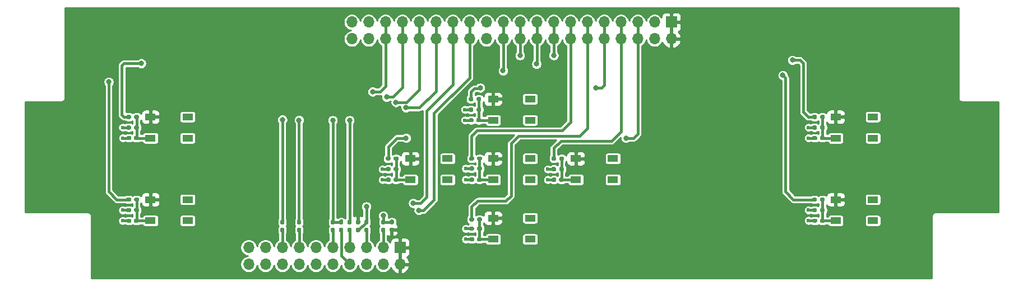
<source format=gbr>
%TF.GenerationSoftware,KiCad,Pcbnew,(5.1.6)-1*%
%TF.CreationDate,2020-11-07T21:19:57+09:00*%
%TF.ProjectId,FlightComputer-Keypad,466c6967-6874-4436-9f6d-70757465722d,rev?*%
%TF.SameCoordinates,Original*%
%TF.FileFunction,Copper,L1,Top*%
%TF.FilePolarity,Positive*%
%FSLAX46Y46*%
G04 Gerber Fmt 4.6, Leading zero omitted, Abs format (unit mm)*
G04 Created by KiCad (PCBNEW (5.1.6)-1) date 2020-11-07 21:19:57*
%MOMM*%
%LPD*%
G01*
G04 APERTURE LIST*
%TA.AperFunction,ComponentPad*%
%ADD10O,1.700000X1.700000*%
%TD*%
%TA.AperFunction,ComponentPad*%
%ADD11R,1.700000X1.700000*%
%TD*%
%TA.AperFunction,SMDPad,CuDef*%
%ADD12R,1.600000X1.000000*%
%TD*%
%TA.AperFunction,ViaPad*%
%ADD13C,0.600000*%
%TD*%
%TA.AperFunction,ViaPad*%
%ADD14C,0.800000*%
%TD*%
%TA.AperFunction,Conductor*%
%ADD15C,0.400000*%
%TD*%
%TA.AperFunction,Conductor*%
%ADD16C,0.254000*%
%TD*%
G04 APERTURE END LIST*
%TO.P,R19,2*%
%TO.N,/TDI*%
%TA.AperFunction,SMDPad,CuDef*%
G36*
G01*
X126765000Y-98890000D02*
X127085000Y-98890000D01*
G75*
G02*
X127245000Y-99050000I0J-160000D01*
G01*
X127245000Y-99445000D01*
G75*
G02*
X127085000Y-99605000I-160000J0D01*
G01*
X126765000Y-99605000D01*
G75*
G02*
X126605000Y-99445000I0J160000D01*
G01*
X126605000Y-99050000D01*
G75*
G02*
X126765000Y-98890000I160000J0D01*
G01*
G37*
%TD.AperFunction*%
%TO.P,R19,1*%
%TO.N,VCC_MCU*%
%TA.AperFunction,SMDPad,CuDef*%
G36*
G01*
X126765000Y-97695000D02*
X127085000Y-97695000D01*
G75*
G02*
X127245000Y-97855000I0J-160000D01*
G01*
X127245000Y-98250000D01*
G75*
G02*
X127085000Y-98410000I-160000J0D01*
G01*
X126765000Y-98410000D01*
G75*
G02*
X126605000Y-98250000I0J160000D01*
G01*
X126605000Y-97855000D01*
G75*
G02*
X126765000Y-97695000I160000J0D01*
G01*
G37*
%TD.AperFunction*%
%TD*%
%TO.P,R27,2*%
%TO.N,GND*%
%TA.AperFunction,SMDPad,CuDef*%
G36*
G01*
X124215000Y-98890000D02*
X124535000Y-98890000D01*
G75*
G02*
X124695000Y-99050000I0J-160000D01*
G01*
X124695000Y-99445000D01*
G75*
G02*
X124535000Y-99605000I-160000J0D01*
G01*
X124215000Y-99605000D01*
G75*
G02*
X124055000Y-99445000I0J160000D01*
G01*
X124055000Y-99050000D01*
G75*
G02*
X124215000Y-98890000I160000J0D01*
G01*
G37*
%TD.AperFunction*%
%TO.P,R27,1*%
%TO.N,/TCLK*%
%TA.AperFunction,SMDPad,CuDef*%
G36*
G01*
X124215000Y-97695000D02*
X124535000Y-97695000D01*
G75*
G02*
X124695000Y-97855000I0J-160000D01*
G01*
X124695000Y-98250000D01*
G75*
G02*
X124535000Y-98410000I-160000J0D01*
G01*
X124215000Y-98410000D01*
G75*
G02*
X124055000Y-98250000I0J160000D01*
G01*
X124055000Y-97855000D01*
G75*
G02*
X124215000Y-97695000I160000J0D01*
G01*
G37*
%TD.AperFunction*%
%TD*%
%TO.P,R26,2*%
%TO.N,Net-(J2-Pad15)*%
%TA.AperFunction,SMDPad,CuDef*%
G36*
G01*
X115325000Y-98890000D02*
X115645000Y-98890000D01*
G75*
G02*
X115805000Y-99050000I0J-160000D01*
G01*
X115805000Y-99445000D01*
G75*
G02*
X115645000Y-99605000I-160000J0D01*
G01*
X115325000Y-99605000D01*
G75*
G02*
X115165000Y-99445000I0J160000D01*
G01*
X115165000Y-99050000D01*
G75*
G02*
X115325000Y-98890000I160000J0D01*
G01*
G37*
%TD.AperFunction*%
%TO.P,R26,1*%
%TO.N,/nRESET*%
%TA.AperFunction,SMDPad,CuDef*%
G36*
G01*
X115325000Y-97695000D02*
X115645000Y-97695000D01*
G75*
G02*
X115805000Y-97855000I0J-160000D01*
G01*
X115805000Y-98250000D01*
G75*
G02*
X115645000Y-98410000I-160000J0D01*
G01*
X115325000Y-98410000D01*
G75*
G02*
X115165000Y-98250000I0J160000D01*
G01*
X115165000Y-97855000D01*
G75*
G02*
X115325000Y-97695000I160000J0D01*
G01*
G37*
%TD.AperFunction*%
%TD*%
%TO.P,R25,2*%
%TO.N,Net-(J2-Pad13)*%
%TA.AperFunction,SMDPad,CuDef*%
G36*
G01*
X117845000Y-98890000D02*
X118165000Y-98890000D01*
G75*
G02*
X118325000Y-99050000I0J-160000D01*
G01*
X118325000Y-99445000D01*
G75*
G02*
X118165000Y-99605000I-160000J0D01*
G01*
X117845000Y-99605000D01*
G75*
G02*
X117685000Y-99445000I0J160000D01*
G01*
X117685000Y-99050000D01*
G75*
G02*
X117845000Y-98890000I160000J0D01*
G01*
G37*
%TD.AperFunction*%
%TO.P,R25,1*%
%TO.N,/TDO*%
%TA.AperFunction,SMDPad,CuDef*%
G36*
G01*
X117845000Y-97695000D02*
X118165000Y-97695000D01*
G75*
G02*
X118325000Y-97855000I0J-160000D01*
G01*
X118325000Y-98250000D01*
G75*
G02*
X118165000Y-98410000I-160000J0D01*
G01*
X117845000Y-98410000D01*
G75*
G02*
X117685000Y-98250000I0J160000D01*
G01*
X117685000Y-97855000D01*
G75*
G02*
X117845000Y-97695000I160000J0D01*
G01*
G37*
%TD.AperFunction*%
%TD*%
%TO.P,R24,2*%
%TO.N,Net-(J2-Pad9)*%
%TA.AperFunction,SMDPad,CuDef*%
G36*
G01*
X122935000Y-98890000D02*
X123255000Y-98890000D01*
G75*
G02*
X123415000Y-99050000I0J-160000D01*
G01*
X123415000Y-99445000D01*
G75*
G02*
X123255000Y-99605000I-160000J0D01*
G01*
X122935000Y-99605000D01*
G75*
G02*
X122775000Y-99445000I0J160000D01*
G01*
X122775000Y-99050000D01*
G75*
G02*
X122935000Y-98890000I160000J0D01*
G01*
G37*
%TD.AperFunction*%
%TO.P,R24,1*%
%TO.N,/TCLK*%
%TA.AperFunction,SMDPad,CuDef*%
G36*
G01*
X122935000Y-97695000D02*
X123255000Y-97695000D01*
G75*
G02*
X123415000Y-97855000I0J-160000D01*
G01*
X123415000Y-98250000D01*
G75*
G02*
X123255000Y-98410000I-160000J0D01*
G01*
X122935000Y-98410000D01*
G75*
G02*
X122775000Y-98250000I0J160000D01*
G01*
X122775000Y-97855000D01*
G75*
G02*
X122935000Y-97695000I160000J0D01*
G01*
G37*
%TD.AperFunction*%
%TD*%
%TO.P,R23,2*%
%TO.N,Net-(J2-Pad7)*%
%TA.AperFunction,SMDPad,CuDef*%
G36*
G01*
X125490000Y-98890000D02*
X125810000Y-98890000D01*
G75*
G02*
X125970000Y-99050000I0J-160000D01*
G01*
X125970000Y-99445000D01*
G75*
G02*
X125810000Y-99605000I-160000J0D01*
G01*
X125490000Y-99605000D01*
G75*
G02*
X125330000Y-99445000I0J160000D01*
G01*
X125330000Y-99050000D01*
G75*
G02*
X125490000Y-98890000I160000J0D01*
G01*
G37*
%TD.AperFunction*%
%TO.P,R23,1*%
%TO.N,/TMS*%
%TA.AperFunction,SMDPad,CuDef*%
G36*
G01*
X125490000Y-97695000D02*
X125810000Y-97695000D01*
G75*
G02*
X125970000Y-97855000I0J-160000D01*
G01*
X125970000Y-98250000D01*
G75*
G02*
X125810000Y-98410000I-160000J0D01*
G01*
X125490000Y-98410000D01*
G75*
G02*
X125330000Y-98250000I0J160000D01*
G01*
X125330000Y-97855000D01*
G75*
G02*
X125490000Y-97695000I160000J0D01*
G01*
G37*
%TD.AperFunction*%
%TD*%
%TO.P,R22,2*%
%TO.N,Net-(J2-Pad5)*%
%TA.AperFunction,SMDPad,CuDef*%
G36*
G01*
X128015000Y-98890000D02*
X128335000Y-98890000D01*
G75*
G02*
X128495000Y-99050000I0J-160000D01*
G01*
X128495000Y-99445000D01*
G75*
G02*
X128335000Y-99605000I-160000J0D01*
G01*
X128015000Y-99605000D01*
G75*
G02*
X127855000Y-99445000I0J160000D01*
G01*
X127855000Y-99050000D01*
G75*
G02*
X128015000Y-98890000I160000J0D01*
G01*
G37*
%TD.AperFunction*%
%TO.P,R22,1*%
%TO.N,/TDI*%
%TA.AperFunction,SMDPad,CuDef*%
G36*
G01*
X128015000Y-97695000D02*
X128335000Y-97695000D01*
G75*
G02*
X128495000Y-97855000I0J-160000D01*
G01*
X128495000Y-98250000D01*
G75*
G02*
X128335000Y-98410000I-160000J0D01*
G01*
X128015000Y-98410000D01*
G75*
G02*
X127855000Y-98250000I0J160000D01*
G01*
X127855000Y-97855000D01*
G75*
G02*
X128015000Y-97695000I160000J0D01*
G01*
G37*
%TD.AperFunction*%
%TD*%
%TO.P,R21,2*%
%TO.N,Net-(J2-Pad3)*%
%TA.AperFunction,SMDPad,CuDef*%
G36*
G01*
X130565000Y-98900000D02*
X130885000Y-98900000D01*
G75*
G02*
X131045000Y-99060000I0J-160000D01*
G01*
X131045000Y-99455000D01*
G75*
G02*
X130885000Y-99615000I-160000J0D01*
G01*
X130565000Y-99615000D01*
G75*
G02*
X130405000Y-99455000I0J160000D01*
G01*
X130405000Y-99060000D01*
G75*
G02*
X130565000Y-98900000I160000J0D01*
G01*
G37*
%TD.AperFunction*%
%TO.P,R21,1*%
%TO.N,/TRST*%
%TA.AperFunction,SMDPad,CuDef*%
G36*
G01*
X130565000Y-97705000D02*
X130885000Y-97705000D01*
G75*
G02*
X131045000Y-97865000I0J-160000D01*
G01*
X131045000Y-98260000D01*
G75*
G02*
X130885000Y-98420000I-160000J0D01*
G01*
X130565000Y-98420000D01*
G75*
G02*
X130405000Y-98260000I0J160000D01*
G01*
X130405000Y-97865000D01*
G75*
G02*
X130565000Y-97705000I160000J0D01*
G01*
G37*
%TD.AperFunction*%
%TD*%
%TO.P,R20,2*%
%TO.N,/TRST*%
%TA.AperFunction,SMDPad,CuDef*%
G36*
G01*
X132185000Y-98410000D02*
X131865000Y-98410000D01*
G75*
G02*
X131705000Y-98250000I0J160000D01*
G01*
X131705000Y-97855000D01*
G75*
G02*
X131865000Y-97695000I160000J0D01*
G01*
X132185000Y-97695000D01*
G75*
G02*
X132345000Y-97855000I0J-160000D01*
G01*
X132345000Y-98250000D01*
G75*
G02*
X132185000Y-98410000I-160000J0D01*
G01*
G37*
%TD.AperFunction*%
%TO.P,R20,1*%
%TO.N,VCC_MCU*%
%TA.AperFunction,SMDPad,CuDef*%
G36*
G01*
X132185000Y-99605000D02*
X131865000Y-99605000D01*
G75*
G02*
X131705000Y-99445000I0J160000D01*
G01*
X131705000Y-99050000D01*
G75*
G02*
X131865000Y-98890000I160000J0D01*
G01*
X132185000Y-98890000D01*
G75*
G02*
X132345000Y-99050000I0J-160000D01*
G01*
X132345000Y-99445000D01*
G75*
G02*
X132185000Y-99605000I-160000J0D01*
G01*
G37*
%TD.AperFunction*%
%TD*%
%TO.P,R18,2*%
%TO.N,Net-(C9-Pad1)*%
%TA.AperFunction,SMDPad,CuDef*%
G36*
G01*
X93115000Y-96410000D02*
X93115000Y-96090000D01*
G75*
G02*
X93275000Y-95930000I160000J0D01*
G01*
X93670000Y-95930000D01*
G75*
G02*
X93830000Y-96090000I0J-160000D01*
G01*
X93830000Y-96410000D01*
G75*
G02*
X93670000Y-96570000I-160000J0D01*
G01*
X93275000Y-96570000D01*
G75*
G02*
X93115000Y-96410000I0J160000D01*
G01*
G37*
%TD.AperFunction*%
%TO.P,R18,1*%
%TO.N,GND*%
%TA.AperFunction,SMDPad,CuDef*%
G36*
G01*
X91920000Y-96410000D02*
X91920000Y-96090000D01*
G75*
G02*
X92080000Y-95930000I160000J0D01*
G01*
X92475000Y-95930000D01*
G75*
G02*
X92635000Y-96090000I0J-160000D01*
G01*
X92635000Y-96410000D01*
G75*
G02*
X92475000Y-96570000I-160000J0D01*
G01*
X92080000Y-96570000D01*
G75*
G02*
X91920000Y-96410000I0J160000D01*
G01*
G37*
%TD.AperFunction*%
%TD*%
%TO.P,R17,2*%
%TO.N,Net-(C8-Pad1)*%
%TA.AperFunction,SMDPad,CuDef*%
G36*
G01*
X93115000Y-83910000D02*
X93115000Y-83590000D01*
G75*
G02*
X93275000Y-83430000I160000J0D01*
G01*
X93670000Y-83430000D01*
G75*
G02*
X93830000Y-83590000I0J-160000D01*
G01*
X93830000Y-83910000D01*
G75*
G02*
X93670000Y-84070000I-160000J0D01*
G01*
X93275000Y-84070000D01*
G75*
G02*
X93115000Y-83910000I0J160000D01*
G01*
G37*
%TD.AperFunction*%
%TO.P,R17,1*%
%TO.N,GND*%
%TA.AperFunction,SMDPad,CuDef*%
G36*
G01*
X91920000Y-83910000D02*
X91920000Y-83590000D01*
G75*
G02*
X92080000Y-83430000I160000J0D01*
G01*
X92475000Y-83430000D01*
G75*
G02*
X92635000Y-83590000I0J-160000D01*
G01*
X92635000Y-83910000D01*
G75*
G02*
X92475000Y-84070000I-160000J0D01*
G01*
X92080000Y-84070000D01*
G75*
G02*
X91920000Y-83910000I0J160000D01*
G01*
G37*
%TD.AperFunction*%
%TD*%
%TO.P,R16,2*%
%TO.N,Net-(C7-Pad1)*%
%TA.AperFunction,SMDPad,CuDef*%
G36*
G01*
X196715000Y-96410000D02*
X196715000Y-96090000D01*
G75*
G02*
X196875000Y-95930000I160000J0D01*
G01*
X197270000Y-95930000D01*
G75*
G02*
X197430000Y-96090000I0J-160000D01*
G01*
X197430000Y-96410000D01*
G75*
G02*
X197270000Y-96570000I-160000J0D01*
G01*
X196875000Y-96570000D01*
G75*
G02*
X196715000Y-96410000I0J160000D01*
G01*
G37*
%TD.AperFunction*%
%TO.P,R16,1*%
%TO.N,GND*%
%TA.AperFunction,SMDPad,CuDef*%
G36*
G01*
X195520000Y-96410000D02*
X195520000Y-96090000D01*
G75*
G02*
X195680000Y-95930000I160000J0D01*
G01*
X196075000Y-95930000D01*
G75*
G02*
X196235000Y-96090000I0J-160000D01*
G01*
X196235000Y-96410000D01*
G75*
G02*
X196075000Y-96570000I-160000J0D01*
G01*
X195680000Y-96570000D01*
G75*
G02*
X195520000Y-96410000I0J160000D01*
G01*
G37*
%TD.AperFunction*%
%TD*%
%TO.P,R15,2*%
%TO.N,Net-(C6-Pad1)*%
%TA.AperFunction,SMDPad,CuDef*%
G36*
G01*
X196715000Y-83910000D02*
X196715000Y-83590000D01*
G75*
G02*
X196875000Y-83430000I160000J0D01*
G01*
X197270000Y-83430000D01*
G75*
G02*
X197430000Y-83590000I0J-160000D01*
G01*
X197430000Y-83910000D01*
G75*
G02*
X197270000Y-84070000I-160000J0D01*
G01*
X196875000Y-84070000D01*
G75*
G02*
X196715000Y-83910000I0J160000D01*
G01*
G37*
%TD.AperFunction*%
%TO.P,R15,1*%
%TO.N,GND*%
%TA.AperFunction,SMDPad,CuDef*%
G36*
G01*
X195520000Y-83910000D02*
X195520000Y-83590000D01*
G75*
G02*
X195680000Y-83430000I160000J0D01*
G01*
X196075000Y-83430000D01*
G75*
G02*
X196235000Y-83590000I0J-160000D01*
G01*
X196235000Y-83910000D01*
G75*
G02*
X196075000Y-84070000I-160000J0D01*
G01*
X195680000Y-84070000D01*
G75*
G02*
X195520000Y-83910000I0J160000D01*
G01*
G37*
%TD.AperFunction*%
%TD*%
%TO.P,R14,2*%
%TO.N,/KEY_FUNC2*%
%TA.AperFunction,SMDPad,CuDef*%
G36*
G01*
X92635000Y-94490000D02*
X92635000Y-94810000D01*
G75*
G02*
X92475000Y-94970000I-160000J0D01*
G01*
X92080000Y-94970000D01*
G75*
G02*
X91920000Y-94810000I0J160000D01*
G01*
X91920000Y-94490000D01*
G75*
G02*
X92080000Y-94330000I160000J0D01*
G01*
X92475000Y-94330000D01*
G75*
G02*
X92635000Y-94490000I0J-160000D01*
G01*
G37*
%TD.AperFunction*%
%TO.P,R14,1*%
%TO.N,Net-(C9-Pad1)*%
%TA.AperFunction,SMDPad,CuDef*%
G36*
G01*
X93830000Y-94490000D02*
X93830000Y-94810000D01*
G75*
G02*
X93670000Y-94970000I-160000J0D01*
G01*
X93275000Y-94970000D01*
G75*
G02*
X93115000Y-94810000I0J160000D01*
G01*
X93115000Y-94490000D01*
G75*
G02*
X93275000Y-94330000I160000J0D01*
G01*
X93670000Y-94330000D01*
G75*
G02*
X93830000Y-94490000I0J-160000D01*
G01*
G37*
%TD.AperFunction*%
%TD*%
%TO.P,R13,2*%
%TO.N,/KEY_FUNC1*%
%TA.AperFunction,SMDPad,CuDef*%
G36*
G01*
X92635000Y-81990000D02*
X92635000Y-82310000D01*
G75*
G02*
X92475000Y-82470000I-160000J0D01*
G01*
X92080000Y-82470000D01*
G75*
G02*
X91920000Y-82310000I0J160000D01*
G01*
X91920000Y-81990000D01*
G75*
G02*
X92080000Y-81830000I160000J0D01*
G01*
X92475000Y-81830000D01*
G75*
G02*
X92635000Y-81990000I0J-160000D01*
G01*
G37*
%TD.AperFunction*%
%TO.P,R13,1*%
%TO.N,Net-(C8-Pad1)*%
%TA.AperFunction,SMDPad,CuDef*%
G36*
G01*
X93830000Y-81990000D02*
X93830000Y-82310000D01*
G75*
G02*
X93670000Y-82470000I-160000J0D01*
G01*
X93275000Y-82470000D01*
G75*
G02*
X93115000Y-82310000I0J160000D01*
G01*
X93115000Y-81990000D01*
G75*
G02*
X93275000Y-81830000I160000J0D01*
G01*
X93670000Y-81830000D01*
G75*
G02*
X93830000Y-81990000I0J-160000D01*
G01*
G37*
%TD.AperFunction*%
%TD*%
%TO.P,R12,2*%
%TO.N,/KEY_ESCAPE*%
%TA.AperFunction,SMDPad,CuDef*%
G36*
G01*
X196235000Y-94490000D02*
X196235000Y-94810000D01*
G75*
G02*
X196075000Y-94970000I-160000J0D01*
G01*
X195680000Y-94970000D01*
G75*
G02*
X195520000Y-94810000I0J160000D01*
G01*
X195520000Y-94490000D01*
G75*
G02*
X195680000Y-94330000I160000J0D01*
G01*
X196075000Y-94330000D01*
G75*
G02*
X196235000Y-94490000I0J-160000D01*
G01*
G37*
%TD.AperFunction*%
%TO.P,R12,1*%
%TO.N,Net-(C7-Pad1)*%
%TA.AperFunction,SMDPad,CuDef*%
G36*
G01*
X197430000Y-94490000D02*
X197430000Y-94810000D01*
G75*
G02*
X197270000Y-94970000I-160000J0D01*
G01*
X196875000Y-94970000D01*
G75*
G02*
X196715000Y-94810000I0J160000D01*
G01*
X196715000Y-94490000D01*
G75*
G02*
X196875000Y-94330000I160000J0D01*
G01*
X197270000Y-94330000D01*
G75*
G02*
X197430000Y-94490000I0J-160000D01*
G01*
G37*
%TD.AperFunction*%
%TD*%
%TO.P,R11,2*%
%TO.N,/KEY_MENU*%
%TA.AperFunction,SMDPad,CuDef*%
G36*
G01*
X196235000Y-81990000D02*
X196235000Y-82310000D01*
G75*
G02*
X196075000Y-82470000I-160000J0D01*
G01*
X195680000Y-82470000D01*
G75*
G02*
X195520000Y-82310000I0J160000D01*
G01*
X195520000Y-81990000D01*
G75*
G02*
X195680000Y-81830000I160000J0D01*
G01*
X196075000Y-81830000D01*
G75*
G02*
X196235000Y-81990000I0J-160000D01*
G01*
G37*
%TD.AperFunction*%
%TO.P,R11,1*%
%TO.N,Net-(C6-Pad1)*%
%TA.AperFunction,SMDPad,CuDef*%
G36*
G01*
X197430000Y-81990000D02*
X197430000Y-82310000D01*
G75*
G02*
X197270000Y-82470000I-160000J0D01*
G01*
X196875000Y-82470000D01*
G75*
G02*
X196715000Y-82310000I0J160000D01*
G01*
X196715000Y-81990000D01*
G75*
G02*
X196875000Y-81830000I160000J0D01*
G01*
X197270000Y-81830000D01*
G75*
G02*
X197430000Y-81990000I0J-160000D01*
G01*
G37*
%TD.AperFunction*%
%TD*%
%TO.P,R10,2*%
%TO.N,Net-(C5-Pad1)*%
%TA.AperFunction,SMDPad,CuDef*%
G36*
G01*
X144915000Y-90110000D02*
X144915000Y-89790000D01*
G75*
G02*
X145075000Y-89630000I160000J0D01*
G01*
X145470000Y-89630000D01*
G75*
G02*
X145630000Y-89790000I0J-160000D01*
G01*
X145630000Y-90110000D01*
G75*
G02*
X145470000Y-90270000I-160000J0D01*
G01*
X145075000Y-90270000D01*
G75*
G02*
X144915000Y-90110000I0J160000D01*
G01*
G37*
%TD.AperFunction*%
%TO.P,R10,1*%
%TO.N,GND*%
%TA.AperFunction,SMDPad,CuDef*%
G36*
G01*
X143720000Y-90110000D02*
X143720000Y-89790000D01*
G75*
G02*
X143880000Y-89630000I160000J0D01*
G01*
X144275000Y-89630000D01*
G75*
G02*
X144435000Y-89790000I0J-160000D01*
G01*
X144435000Y-90110000D01*
G75*
G02*
X144275000Y-90270000I-160000J0D01*
G01*
X143880000Y-90270000D01*
G75*
G02*
X143720000Y-90110000I0J160000D01*
G01*
G37*
%TD.AperFunction*%
%TD*%
%TO.P,R9,2*%
%TO.N,Net-(C4-Pad1)*%
%TA.AperFunction,SMDPad,CuDef*%
G36*
G01*
X157315000Y-90210000D02*
X157315000Y-89890000D01*
G75*
G02*
X157475000Y-89730000I160000J0D01*
G01*
X157870000Y-89730000D01*
G75*
G02*
X158030000Y-89890000I0J-160000D01*
G01*
X158030000Y-90210000D01*
G75*
G02*
X157870000Y-90370000I-160000J0D01*
G01*
X157475000Y-90370000D01*
G75*
G02*
X157315000Y-90210000I0J160000D01*
G01*
G37*
%TD.AperFunction*%
%TO.P,R9,1*%
%TO.N,GND*%
%TA.AperFunction,SMDPad,CuDef*%
G36*
G01*
X156120000Y-90210000D02*
X156120000Y-89890000D01*
G75*
G02*
X156280000Y-89730000I160000J0D01*
G01*
X156675000Y-89730000D01*
G75*
G02*
X156835000Y-89890000I0J-160000D01*
G01*
X156835000Y-90210000D01*
G75*
G02*
X156675000Y-90370000I-160000J0D01*
G01*
X156280000Y-90370000D01*
G75*
G02*
X156120000Y-90210000I0J160000D01*
G01*
G37*
%TD.AperFunction*%
%TD*%
%TO.P,R8,2*%
%TO.N,Net-(C3-Pad1)*%
%TA.AperFunction,SMDPad,CuDef*%
G36*
G01*
X132315000Y-90210000D02*
X132315000Y-89890000D01*
G75*
G02*
X132475000Y-89730000I160000J0D01*
G01*
X132870000Y-89730000D01*
G75*
G02*
X133030000Y-89890000I0J-160000D01*
G01*
X133030000Y-90210000D01*
G75*
G02*
X132870000Y-90370000I-160000J0D01*
G01*
X132475000Y-90370000D01*
G75*
G02*
X132315000Y-90210000I0J160000D01*
G01*
G37*
%TD.AperFunction*%
%TO.P,R8,1*%
%TO.N,GND*%
%TA.AperFunction,SMDPad,CuDef*%
G36*
G01*
X131120000Y-90210000D02*
X131120000Y-89890000D01*
G75*
G02*
X131280000Y-89730000I160000J0D01*
G01*
X131675000Y-89730000D01*
G75*
G02*
X131835000Y-89890000I0J-160000D01*
G01*
X131835000Y-90210000D01*
G75*
G02*
X131675000Y-90370000I-160000J0D01*
G01*
X131280000Y-90370000D01*
G75*
G02*
X131120000Y-90210000I0J160000D01*
G01*
G37*
%TD.AperFunction*%
%TD*%
%TO.P,R7,2*%
%TO.N,Net-(C2-Pad1)*%
%TA.AperFunction,SMDPad,CuDef*%
G36*
G01*
X144915000Y-99210000D02*
X144915000Y-98890000D01*
G75*
G02*
X145075000Y-98730000I160000J0D01*
G01*
X145470000Y-98730000D01*
G75*
G02*
X145630000Y-98890000I0J-160000D01*
G01*
X145630000Y-99210000D01*
G75*
G02*
X145470000Y-99370000I-160000J0D01*
G01*
X145075000Y-99370000D01*
G75*
G02*
X144915000Y-99210000I0J160000D01*
G01*
G37*
%TD.AperFunction*%
%TO.P,R7,1*%
%TO.N,GND*%
%TA.AperFunction,SMDPad,CuDef*%
G36*
G01*
X143720000Y-99210000D02*
X143720000Y-98890000D01*
G75*
G02*
X143880000Y-98730000I160000J0D01*
G01*
X144275000Y-98730000D01*
G75*
G02*
X144435000Y-98890000I0J-160000D01*
G01*
X144435000Y-99210000D01*
G75*
G02*
X144275000Y-99370000I-160000J0D01*
G01*
X143880000Y-99370000D01*
G75*
G02*
X143720000Y-99210000I0J160000D01*
G01*
G37*
%TD.AperFunction*%
%TD*%
%TO.P,R6,2*%
%TO.N,Net-(C1-Pad1)*%
%TA.AperFunction,SMDPad,CuDef*%
G36*
G01*
X144815000Y-81210000D02*
X144815000Y-80890000D01*
G75*
G02*
X144975000Y-80730000I160000J0D01*
G01*
X145370000Y-80730000D01*
G75*
G02*
X145530000Y-80890000I0J-160000D01*
G01*
X145530000Y-81210000D01*
G75*
G02*
X145370000Y-81370000I-160000J0D01*
G01*
X144975000Y-81370000D01*
G75*
G02*
X144815000Y-81210000I0J160000D01*
G01*
G37*
%TD.AperFunction*%
%TO.P,R6,1*%
%TO.N,GND*%
%TA.AperFunction,SMDPad,CuDef*%
G36*
G01*
X143620000Y-81210000D02*
X143620000Y-80890000D01*
G75*
G02*
X143780000Y-80730000I160000J0D01*
G01*
X144175000Y-80730000D01*
G75*
G02*
X144335000Y-80890000I0J-160000D01*
G01*
X144335000Y-81210000D01*
G75*
G02*
X144175000Y-81370000I-160000J0D01*
G01*
X143780000Y-81370000D01*
G75*
G02*
X143620000Y-81210000I0J160000D01*
G01*
G37*
%TD.AperFunction*%
%TD*%
%TO.P,R5,2*%
%TO.N,/KEY_ENTER*%
%TA.AperFunction,SMDPad,CuDef*%
G36*
G01*
X144435000Y-88290000D02*
X144435000Y-88610000D01*
G75*
G02*
X144275000Y-88770000I-160000J0D01*
G01*
X143880000Y-88770000D01*
G75*
G02*
X143720000Y-88610000I0J160000D01*
G01*
X143720000Y-88290000D01*
G75*
G02*
X143880000Y-88130000I160000J0D01*
G01*
X144275000Y-88130000D01*
G75*
G02*
X144435000Y-88290000I0J-160000D01*
G01*
G37*
%TD.AperFunction*%
%TO.P,R5,1*%
%TO.N,Net-(C5-Pad1)*%
%TA.AperFunction,SMDPad,CuDef*%
G36*
G01*
X145630000Y-88290000D02*
X145630000Y-88610000D01*
G75*
G02*
X145470000Y-88770000I-160000J0D01*
G01*
X145075000Y-88770000D01*
G75*
G02*
X144915000Y-88610000I0J160000D01*
G01*
X144915000Y-88290000D01*
G75*
G02*
X145075000Y-88130000I160000J0D01*
G01*
X145470000Y-88130000D01*
G75*
G02*
X145630000Y-88290000I0J-160000D01*
G01*
G37*
%TD.AperFunction*%
%TD*%
%TO.P,R4,2*%
%TO.N,/KEY_RIGHT*%
%TA.AperFunction,SMDPad,CuDef*%
G36*
G01*
X156835000Y-88290000D02*
X156835000Y-88610000D01*
G75*
G02*
X156675000Y-88770000I-160000J0D01*
G01*
X156280000Y-88770000D01*
G75*
G02*
X156120000Y-88610000I0J160000D01*
G01*
X156120000Y-88290000D01*
G75*
G02*
X156280000Y-88130000I160000J0D01*
G01*
X156675000Y-88130000D01*
G75*
G02*
X156835000Y-88290000I0J-160000D01*
G01*
G37*
%TD.AperFunction*%
%TO.P,R4,1*%
%TO.N,Net-(C4-Pad1)*%
%TA.AperFunction,SMDPad,CuDef*%
G36*
G01*
X158030000Y-88290000D02*
X158030000Y-88610000D01*
G75*
G02*
X157870000Y-88770000I-160000J0D01*
G01*
X157475000Y-88770000D01*
G75*
G02*
X157315000Y-88610000I0J160000D01*
G01*
X157315000Y-88290000D01*
G75*
G02*
X157475000Y-88130000I160000J0D01*
G01*
X157870000Y-88130000D01*
G75*
G02*
X158030000Y-88290000I0J-160000D01*
G01*
G37*
%TD.AperFunction*%
%TD*%
%TO.P,R3,2*%
%TO.N,/KEY_LEFT*%
%TA.AperFunction,SMDPad,CuDef*%
G36*
G01*
X131835000Y-88290000D02*
X131835000Y-88610000D01*
G75*
G02*
X131675000Y-88770000I-160000J0D01*
G01*
X131280000Y-88770000D01*
G75*
G02*
X131120000Y-88610000I0J160000D01*
G01*
X131120000Y-88290000D01*
G75*
G02*
X131280000Y-88130000I160000J0D01*
G01*
X131675000Y-88130000D01*
G75*
G02*
X131835000Y-88290000I0J-160000D01*
G01*
G37*
%TD.AperFunction*%
%TO.P,R3,1*%
%TO.N,Net-(C3-Pad1)*%
%TA.AperFunction,SMDPad,CuDef*%
G36*
G01*
X133030000Y-88290000D02*
X133030000Y-88610000D01*
G75*
G02*
X132870000Y-88770000I-160000J0D01*
G01*
X132475000Y-88770000D01*
G75*
G02*
X132315000Y-88610000I0J160000D01*
G01*
X132315000Y-88290000D01*
G75*
G02*
X132475000Y-88130000I160000J0D01*
G01*
X132870000Y-88130000D01*
G75*
G02*
X133030000Y-88290000I0J-160000D01*
G01*
G37*
%TD.AperFunction*%
%TD*%
%TO.P,R2,2*%
%TO.N,/KEY_DOWN*%
%TA.AperFunction,SMDPad,CuDef*%
G36*
G01*
X144435000Y-97490000D02*
X144435000Y-97810000D01*
G75*
G02*
X144275000Y-97970000I-160000J0D01*
G01*
X143880000Y-97970000D01*
G75*
G02*
X143720000Y-97810000I0J160000D01*
G01*
X143720000Y-97490000D01*
G75*
G02*
X143880000Y-97330000I160000J0D01*
G01*
X144275000Y-97330000D01*
G75*
G02*
X144435000Y-97490000I0J-160000D01*
G01*
G37*
%TD.AperFunction*%
%TO.P,R2,1*%
%TO.N,Net-(C2-Pad1)*%
%TA.AperFunction,SMDPad,CuDef*%
G36*
G01*
X145630000Y-97490000D02*
X145630000Y-97810000D01*
G75*
G02*
X145470000Y-97970000I-160000J0D01*
G01*
X145075000Y-97970000D01*
G75*
G02*
X144915000Y-97810000I0J160000D01*
G01*
X144915000Y-97490000D01*
G75*
G02*
X145075000Y-97330000I160000J0D01*
G01*
X145470000Y-97330000D01*
G75*
G02*
X145630000Y-97490000I0J-160000D01*
G01*
G37*
%TD.AperFunction*%
%TD*%
%TO.P,R1,2*%
%TO.N,/KEY_UP*%
%TA.AperFunction,SMDPad,CuDef*%
G36*
G01*
X144335000Y-79290000D02*
X144335000Y-79610000D01*
G75*
G02*
X144175000Y-79770000I-160000J0D01*
G01*
X143780000Y-79770000D01*
G75*
G02*
X143620000Y-79610000I0J160000D01*
G01*
X143620000Y-79290000D01*
G75*
G02*
X143780000Y-79130000I160000J0D01*
G01*
X144175000Y-79130000D01*
G75*
G02*
X144335000Y-79290000I0J-160000D01*
G01*
G37*
%TD.AperFunction*%
%TO.P,R1,1*%
%TO.N,Net-(C1-Pad1)*%
%TA.AperFunction,SMDPad,CuDef*%
G36*
G01*
X145530000Y-79290000D02*
X145530000Y-79610000D01*
G75*
G02*
X145370000Y-79770000I-160000J0D01*
G01*
X144975000Y-79770000D01*
G75*
G02*
X144815000Y-79610000I0J160000D01*
G01*
X144815000Y-79290000D01*
G75*
G02*
X144975000Y-79130000I160000J0D01*
G01*
X145370000Y-79130000D01*
G75*
G02*
X145530000Y-79290000I0J-160000D01*
G01*
G37*
%TD.AperFunction*%
%TD*%
%TO.P,C9,2*%
%TO.N,GND*%
%TA.AperFunction,SMDPad,CuDef*%
G36*
G01*
X92675000Y-97695000D02*
X92675000Y-98005000D01*
G75*
G02*
X92520000Y-98160000I-155000J0D01*
G01*
X92095000Y-98160000D01*
G75*
G02*
X91940000Y-98005000I0J155000D01*
G01*
X91940000Y-97695000D01*
G75*
G02*
X92095000Y-97540000I155000J0D01*
G01*
X92520000Y-97540000D01*
G75*
G02*
X92675000Y-97695000I0J-155000D01*
G01*
G37*
%TD.AperFunction*%
%TO.P,C9,1*%
%TO.N,Net-(C9-Pad1)*%
%TA.AperFunction,SMDPad,CuDef*%
G36*
G01*
X93810000Y-97695000D02*
X93810000Y-98005000D01*
G75*
G02*
X93655000Y-98160000I-155000J0D01*
G01*
X93230000Y-98160000D01*
G75*
G02*
X93075000Y-98005000I0J155000D01*
G01*
X93075000Y-97695000D01*
G75*
G02*
X93230000Y-97540000I155000J0D01*
G01*
X93655000Y-97540000D01*
G75*
G02*
X93810000Y-97695000I0J-155000D01*
G01*
G37*
%TD.AperFunction*%
%TD*%
%TO.P,C8,2*%
%TO.N,GND*%
%TA.AperFunction,SMDPad,CuDef*%
G36*
G01*
X92675000Y-85195000D02*
X92675000Y-85505000D01*
G75*
G02*
X92520000Y-85660000I-155000J0D01*
G01*
X92095000Y-85660000D01*
G75*
G02*
X91940000Y-85505000I0J155000D01*
G01*
X91940000Y-85195000D01*
G75*
G02*
X92095000Y-85040000I155000J0D01*
G01*
X92520000Y-85040000D01*
G75*
G02*
X92675000Y-85195000I0J-155000D01*
G01*
G37*
%TD.AperFunction*%
%TO.P,C8,1*%
%TO.N,Net-(C8-Pad1)*%
%TA.AperFunction,SMDPad,CuDef*%
G36*
G01*
X93810000Y-85195000D02*
X93810000Y-85505000D01*
G75*
G02*
X93655000Y-85660000I-155000J0D01*
G01*
X93230000Y-85660000D01*
G75*
G02*
X93075000Y-85505000I0J155000D01*
G01*
X93075000Y-85195000D01*
G75*
G02*
X93230000Y-85040000I155000J0D01*
G01*
X93655000Y-85040000D01*
G75*
G02*
X93810000Y-85195000I0J-155000D01*
G01*
G37*
%TD.AperFunction*%
%TD*%
%TO.P,C7,2*%
%TO.N,GND*%
%TA.AperFunction,SMDPad,CuDef*%
G36*
G01*
X196275000Y-97695000D02*
X196275000Y-98005000D01*
G75*
G02*
X196120000Y-98160000I-155000J0D01*
G01*
X195695000Y-98160000D01*
G75*
G02*
X195540000Y-98005000I0J155000D01*
G01*
X195540000Y-97695000D01*
G75*
G02*
X195695000Y-97540000I155000J0D01*
G01*
X196120000Y-97540000D01*
G75*
G02*
X196275000Y-97695000I0J-155000D01*
G01*
G37*
%TD.AperFunction*%
%TO.P,C7,1*%
%TO.N,Net-(C7-Pad1)*%
%TA.AperFunction,SMDPad,CuDef*%
G36*
G01*
X197410000Y-97695000D02*
X197410000Y-98005000D01*
G75*
G02*
X197255000Y-98160000I-155000J0D01*
G01*
X196830000Y-98160000D01*
G75*
G02*
X196675000Y-98005000I0J155000D01*
G01*
X196675000Y-97695000D01*
G75*
G02*
X196830000Y-97540000I155000J0D01*
G01*
X197255000Y-97540000D01*
G75*
G02*
X197410000Y-97695000I0J-155000D01*
G01*
G37*
%TD.AperFunction*%
%TD*%
%TO.P,C6,2*%
%TO.N,GND*%
%TA.AperFunction,SMDPad,CuDef*%
G36*
G01*
X196275000Y-85195000D02*
X196275000Y-85505000D01*
G75*
G02*
X196120000Y-85660000I-155000J0D01*
G01*
X195695000Y-85660000D01*
G75*
G02*
X195540000Y-85505000I0J155000D01*
G01*
X195540000Y-85195000D01*
G75*
G02*
X195695000Y-85040000I155000J0D01*
G01*
X196120000Y-85040000D01*
G75*
G02*
X196275000Y-85195000I0J-155000D01*
G01*
G37*
%TD.AperFunction*%
%TO.P,C6,1*%
%TO.N,Net-(C6-Pad1)*%
%TA.AperFunction,SMDPad,CuDef*%
G36*
G01*
X197410000Y-85195000D02*
X197410000Y-85505000D01*
G75*
G02*
X197255000Y-85660000I-155000J0D01*
G01*
X196830000Y-85660000D01*
G75*
G02*
X196675000Y-85505000I0J155000D01*
G01*
X196675000Y-85195000D01*
G75*
G02*
X196830000Y-85040000I155000J0D01*
G01*
X197255000Y-85040000D01*
G75*
G02*
X197410000Y-85195000I0J-155000D01*
G01*
G37*
%TD.AperFunction*%
%TD*%
%TO.P,C5,2*%
%TO.N,GND*%
%TA.AperFunction,SMDPad,CuDef*%
G36*
G01*
X144475000Y-91495000D02*
X144475000Y-91805000D01*
G75*
G02*
X144320000Y-91960000I-155000J0D01*
G01*
X143895000Y-91960000D01*
G75*
G02*
X143740000Y-91805000I0J155000D01*
G01*
X143740000Y-91495000D01*
G75*
G02*
X143895000Y-91340000I155000J0D01*
G01*
X144320000Y-91340000D01*
G75*
G02*
X144475000Y-91495000I0J-155000D01*
G01*
G37*
%TD.AperFunction*%
%TO.P,C5,1*%
%TO.N,Net-(C5-Pad1)*%
%TA.AperFunction,SMDPad,CuDef*%
G36*
G01*
X145610000Y-91495000D02*
X145610000Y-91805000D01*
G75*
G02*
X145455000Y-91960000I-155000J0D01*
G01*
X145030000Y-91960000D01*
G75*
G02*
X144875000Y-91805000I0J155000D01*
G01*
X144875000Y-91495000D01*
G75*
G02*
X145030000Y-91340000I155000J0D01*
G01*
X145455000Y-91340000D01*
G75*
G02*
X145610000Y-91495000I0J-155000D01*
G01*
G37*
%TD.AperFunction*%
%TD*%
%TO.P,C4,2*%
%TO.N,GND*%
%TA.AperFunction,SMDPad,CuDef*%
G36*
G01*
X156875000Y-91495000D02*
X156875000Y-91805000D01*
G75*
G02*
X156720000Y-91960000I-155000J0D01*
G01*
X156295000Y-91960000D01*
G75*
G02*
X156140000Y-91805000I0J155000D01*
G01*
X156140000Y-91495000D01*
G75*
G02*
X156295000Y-91340000I155000J0D01*
G01*
X156720000Y-91340000D01*
G75*
G02*
X156875000Y-91495000I0J-155000D01*
G01*
G37*
%TD.AperFunction*%
%TO.P,C4,1*%
%TO.N,Net-(C4-Pad1)*%
%TA.AperFunction,SMDPad,CuDef*%
G36*
G01*
X158010000Y-91495000D02*
X158010000Y-91805000D01*
G75*
G02*
X157855000Y-91960000I-155000J0D01*
G01*
X157430000Y-91960000D01*
G75*
G02*
X157275000Y-91805000I0J155000D01*
G01*
X157275000Y-91495000D01*
G75*
G02*
X157430000Y-91340000I155000J0D01*
G01*
X157855000Y-91340000D01*
G75*
G02*
X158010000Y-91495000I0J-155000D01*
G01*
G37*
%TD.AperFunction*%
%TD*%
%TO.P,C3,2*%
%TO.N,GND*%
%TA.AperFunction,SMDPad,CuDef*%
G36*
G01*
X131875000Y-91495000D02*
X131875000Y-91805000D01*
G75*
G02*
X131720000Y-91960000I-155000J0D01*
G01*
X131295000Y-91960000D01*
G75*
G02*
X131140000Y-91805000I0J155000D01*
G01*
X131140000Y-91495000D01*
G75*
G02*
X131295000Y-91340000I155000J0D01*
G01*
X131720000Y-91340000D01*
G75*
G02*
X131875000Y-91495000I0J-155000D01*
G01*
G37*
%TD.AperFunction*%
%TO.P,C3,1*%
%TO.N,Net-(C3-Pad1)*%
%TA.AperFunction,SMDPad,CuDef*%
G36*
G01*
X133010000Y-91495000D02*
X133010000Y-91805000D01*
G75*
G02*
X132855000Y-91960000I-155000J0D01*
G01*
X132430000Y-91960000D01*
G75*
G02*
X132275000Y-91805000I0J155000D01*
G01*
X132275000Y-91495000D01*
G75*
G02*
X132430000Y-91340000I155000J0D01*
G01*
X132855000Y-91340000D01*
G75*
G02*
X133010000Y-91495000I0J-155000D01*
G01*
G37*
%TD.AperFunction*%
%TD*%
%TO.P,C2,2*%
%TO.N,GND*%
%TA.AperFunction,SMDPad,CuDef*%
G36*
G01*
X144475000Y-100495000D02*
X144475000Y-100805000D01*
G75*
G02*
X144320000Y-100960000I-155000J0D01*
G01*
X143895000Y-100960000D01*
G75*
G02*
X143740000Y-100805000I0J155000D01*
G01*
X143740000Y-100495000D01*
G75*
G02*
X143895000Y-100340000I155000J0D01*
G01*
X144320000Y-100340000D01*
G75*
G02*
X144475000Y-100495000I0J-155000D01*
G01*
G37*
%TD.AperFunction*%
%TO.P,C2,1*%
%TO.N,Net-(C2-Pad1)*%
%TA.AperFunction,SMDPad,CuDef*%
G36*
G01*
X145610000Y-100495000D02*
X145610000Y-100805000D01*
G75*
G02*
X145455000Y-100960000I-155000J0D01*
G01*
X145030000Y-100960000D01*
G75*
G02*
X144875000Y-100805000I0J155000D01*
G01*
X144875000Y-100495000D01*
G75*
G02*
X145030000Y-100340000I155000J0D01*
G01*
X145455000Y-100340000D01*
G75*
G02*
X145610000Y-100495000I0J-155000D01*
G01*
G37*
%TD.AperFunction*%
%TD*%
%TO.P,C1,2*%
%TO.N,GND*%
%TA.AperFunction,SMDPad,CuDef*%
G36*
G01*
X144375000Y-82495000D02*
X144375000Y-82805000D01*
G75*
G02*
X144220000Y-82960000I-155000J0D01*
G01*
X143795000Y-82960000D01*
G75*
G02*
X143640000Y-82805000I0J155000D01*
G01*
X143640000Y-82495000D01*
G75*
G02*
X143795000Y-82340000I155000J0D01*
G01*
X144220000Y-82340000D01*
G75*
G02*
X144375000Y-82495000I0J-155000D01*
G01*
G37*
%TD.AperFunction*%
%TO.P,C1,1*%
%TO.N,Net-(C1-Pad1)*%
%TA.AperFunction,SMDPad,CuDef*%
G36*
G01*
X145510000Y-82495000D02*
X145510000Y-82805000D01*
G75*
G02*
X145355000Y-82960000I-155000J0D01*
G01*
X144930000Y-82960000D01*
G75*
G02*
X144775000Y-82805000I0J155000D01*
G01*
X144775000Y-82495000D01*
G75*
G02*
X144930000Y-82340000I155000J0D01*
G01*
X145355000Y-82340000D01*
G75*
G02*
X145510000Y-82495000I0J-155000D01*
G01*
G37*
%TD.AperFunction*%
%TD*%
D10*
%TO.P,J2,20*%
%TO.N,GND*%
X110395000Y-104430000D03*
%TO.P,J2,19*%
%TO.N,Net-(J2-Pad19)*%
X110395000Y-101890000D03*
%TO.P,J2,18*%
%TO.N,GND*%
X112935000Y-104430000D03*
%TO.P,J2,17*%
%TO.N,Net-(J2-Pad17)*%
X112935000Y-101890000D03*
%TO.P,J2,16*%
%TO.N,GND*%
X115475000Y-104430000D03*
%TO.P,J2,15*%
%TO.N,Net-(J2-Pad15)*%
X115475000Y-101890000D03*
%TO.P,J2,14*%
%TO.N,GND*%
X118015000Y-104430000D03*
%TO.P,J2,13*%
%TO.N,Net-(J2-Pad13)*%
X118015000Y-101890000D03*
%TO.P,J2,12*%
%TO.N,GND*%
X120555000Y-104430000D03*
%TO.P,J2,11*%
%TO.N,Net-(J2-Pad11)*%
X120555000Y-101890000D03*
%TO.P,J2,10*%
%TO.N,GND*%
X123095000Y-104430000D03*
%TO.P,J2,9*%
%TO.N,Net-(J2-Pad9)*%
X123095000Y-101890000D03*
%TO.P,J2,8*%
%TO.N,GND*%
X125635000Y-104430000D03*
%TO.P,J2,7*%
%TO.N,Net-(J2-Pad7)*%
X125635000Y-101890000D03*
%TO.P,J2,6*%
%TO.N,GND*%
X128175000Y-104430000D03*
%TO.P,J2,5*%
%TO.N,Net-(J2-Pad5)*%
X128175000Y-101890000D03*
%TO.P,J2,4*%
%TO.N,GND*%
X130715000Y-104430000D03*
%TO.P,J2,3*%
%TO.N,Net-(J2-Pad3)*%
X130715000Y-101890000D03*
%TO.P,J2,2*%
%TO.N,VCC_MCU*%
X133255000Y-104430000D03*
D11*
%TO.P,J2,1*%
X133255000Y-101890000D03*
%TD*%
D12*
%TO.P,SW3,1*%
%TO.N,Net-(C3-Pad1)*%
X134825000Y-91650000D03*
%TO.P,SW3,2*%
%TO.N,VCC_MCU*%
X134825000Y-88450000D03*
%TO.P,SW3,3*%
%TO.N,N/C*%
X140425000Y-91650000D03*
%TO.P,SW3,4*%
X140425000Y-88450000D03*
%TD*%
%TO.P,SW9,1*%
%TO.N,Net-(C9-Pad1)*%
X95575000Y-97850000D03*
%TO.P,SW9,2*%
%TO.N,VCC_MCU*%
X95575000Y-94650000D03*
%TO.P,SW9,3*%
%TO.N,N/C*%
X101175000Y-97850000D03*
%TO.P,SW9,4*%
X101175000Y-94650000D03*
%TD*%
%TO.P,SW8,1*%
%TO.N,Net-(C8-Pad1)*%
X95575000Y-85350000D03*
%TO.P,SW8,2*%
%TO.N,VCC_MCU*%
X95575000Y-82150000D03*
%TO.P,SW8,3*%
%TO.N,N/C*%
X101175000Y-85350000D03*
%TO.P,SW8,4*%
X101175000Y-82150000D03*
%TD*%
%TO.P,SW7,1*%
%TO.N,Net-(C7-Pad1)*%
X199075000Y-97850000D03*
%TO.P,SW7,2*%
%TO.N,VCC_MCU*%
X199075000Y-94650000D03*
%TO.P,SW7,3*%
%TO.N,N/C*%
X204675000Y-97850000D03*
%TO.P,SW7,4*%
X204675000Y-94650000D03*
%TD*%
%TO.P,SW6,1*%
%TO.N,Net-(C6-Pad1)*%
X199075000Y-85350000D03*
%TO.P,SW6,2*%
%TO.N,VCC_MCU*%
X199075000Y-82150000D03*
%TO.P,SW6,3*%
%TO.N,N/C*%
X204675000Y-85350000D03*
%TO.P,SW6,4*%
X204675000Y-82150000D03*
%TD*%
%TO.P,SW5,1*%
%TO.N,Net-(C5-Pad1)*%
X147325000Y-91650000D03*
%TO.P,SW5,2*%
%TO.N,VCC_MCU*%
X147325000Y-88450000D03*
%TO.P,SW5,3*%
%TO.N,N/C*%
X152925000Y-91650000D03*
%TO.P,SW5,4*%
X152925000Y-88450000D03*
%TD*%
%TO.P,SW4,1*%
%TO.N,Net-(C4-Pad1)*%
X159825000Y-91650000D03*
%TO.P,SW4,2*%
%TO.N,VCC_MCU*%
X159825000Y-88450000D03*
%TO.P,SW4,3*%
%TO.N,N/C*%
X165425000Y-91650000D03*
%TO.P,SW4,4*%
X165425000Y-88450000D03*
%TD*%
%TO.P,SW2,1*%
%TO.N,Net-(C2-Pad1)*%
X147325000Y-100650000D03*
%TO.P,SW2,2*%
%TO.N,VCC_MCU*%
X147325000Y-97450000D03*
%TO.P,SW2,3*%
%TO.N,N/C*%
X152925000Y-100650000D03*
%TO.P,SW2,4*%
X152925000Y-97450000D03*
%TD*%
%TO.P,SW1,1*%
%TO.N,Net-(C1-Pad1)*%
X147325000Y-82650000D03*
%TO.P,SW1,2*%
%TO.N,VCC_MCU*%
X147325000Y-79450000D03*
%TO.P,SW1,3*%
%TO.N,N/C*%
X152925000Y-82650000D03*
%TO.P,SW1,4*%
X152925000Y-79450000D03*
%TD*%
D10*
%TO.P,J1,40*%
%TO.N,GND*%
X125995000Y-70330000D03*
%TO.P,J1,39*%
X125995000Y-67790000D03*
%TO.P,J1,38*%
%TO.N,Net-(J1-Pad38)*%
X128535000Y-70330000D03*
%TO.P,J1,37*%
%TO.N,Net-(J1-Pad37)*%
X128535000Y-67790000D03*
%TO.P,J1,36*%
%TO.N,/nRESET*%
X131075000Y-70330000D03*
%TO.P,J1,35*%
X131075000Y-67790000D03*
%TO.P,J1,34*%
%TO.N,/TDO*%
X133615000Y-70330000D03*
%TO.P,J1,33*%
X133615000Y-67790000D03*
%TO.P,J1,32*%
%TO.N,/TCLK*%
X136155000Y-70330000D03*
%TO.P,J1,31*%
X136155000Y-67790000D03*
%TO.P,J1,30*%
%TO.N,/TMS*%
X138695000Y-70330000D03*
%TO.P,J1,29*%
X138695000Y-67790000D03*
%TO.P,J1,28*%
%TO.N,/TDI*%
X141235000Y-70330000D03*
%TO.P,J1,27*%
X141235000Y-67790000D03*
%TO.P,J1,26*%
%TO.N,/TRST*%
X143775000Y-70330000D03*
%TO.P,J1,25*%
X143775000Y-67790000D03*
%TO.P,J1,24*%
%TO.N,Net-(J1-Pad24)*%
X146315000Y-70330000D03*
%TO.P,J1,23*%
%TO.N,Net-(J1-Pad23)*%
X146315000Y-67790000D03*
%TO.P,J1,22*%
%TO.N,/KEY_FUNC2*%
X148855000Y-70330000D03*
%TO.P,J1,21*%
X148855000Y-67790000D03*
%TO.P,J1,20*%
%TO.N,/KEY_FUNC1*%
X151395000Y-70330000D03*
%TO.P,J1,19*%
X151395000Y-67790000D03*
%TO.P,J1,18*%
%TO.N,/KEY_ESCAPE*%
X153935000Y-70330000D03*
%TO.P,J1,17*%
X153935000Y-67790000D03*
%TO.P,J1,16*%
%TO.N,/KEY_MENU*%
X156475000Y-70330000D03*
%TO.P,J1,15*%
X156475000Y-67790000D03*
%TO.P,J1,14*%
%TO.N,/KEY_ENTER*%
X159015000Y-70330000D03*
%TO.P,J1,13*%
X159015000Y-67790000D03*
%TO.P,J1,12*%
%TO.N,/KEY_DOWN*%
X161555000Y-70330000D03*
%TO.P,J1,11*%
X161555000Y-67790000D03*
%TO.P,J1,10*%
%TO.N,/KEY_UP*%
X164095000Y-70330000D03*
%TO.P,J1,9*%
X164095000Y-67790000D03*
%TO.P,J1,8*%
%TO.N,/KEY_RIGHT*%
X166635000Y-70330000D03*
%TO.P,J1,7*%
X166635000Y-67790000D03*
%TO.P,J1,6*%
%TO.N,/KEY_LEFT*%
X169175000Y-70330000D03*
%TO.P,J1,5*%
X169175000Y-67790000D03*
%TO.P,J1,4*%
%TO.N,Net-(J1-Pad4)*%
X171715000Y-70330000D03*
%TO.P,J1,3*%
%TO.N,Net-(J1-Pad3)*%
X171715000Y-67790000D03*
%TO.P,J1,2*%
%TO.N,VCC_MCU*%
X174255000Y-70330000D03*
D11*
%TO.P,J1,1*%
X174255000Y-67790000D03*
%TD*%
D13*
%TO.N,GND*%
X194950000Y-83750000D03*
X194950000Y-96250000D03*
X155575000Y-90050000D03*
X143200000Y-89950000D03*
X143200000Y-99050000D03*
X143075000Y-81050000D03*
X130600000Y-90050000D03*
X91375000Y-96250000D03*
X91390000Y-83750000D03*
X194950000Y-85350000D03*
X194950000Y-97825000D03*
X155575000Y-91650000D03*
X143075000Y-82650000D03*
X143200000Y-91650000D03*
X143200000Y-100650000D03*
X91370000Y-97840000D03*
X91400000Y-85350000D03*
X130610000Y-91650000D03*
D14*
%TO.N,/nRESET*%
X129129000Y-78338229D03*
X115500000Y-82573000D03*
%TO.N,/TDO*%
X117995000Y-82630000D03*
X131238229Y-79138229D03*
%TO.N,/TCLK*%
X123100000Y-82673000D03*
X132636771Y-79938229D03*
%TO.N,/TMS*%
X134138229Y-80738229D03*
X125650000Y-82663000D03*
%TO.N,/TDI*%
X135250000Y-95200000D03*
X128175000Y-95700000D03*
%TO.N,/TRST*%
X130725000Y-97100000D03*
X136100000Y-96275000D03*
%TO.N,/KEY_FUNC2*%
X89275000Y-76850000D03*
X148825000Y-75150000D03*
%TO.N,/KEY_FUNC1*%
X94175000Y-74050000D03*
X151375000Y-72850000D03*
%TO.N,/KEY_ESCAPE*%
X191075000Y-75850000D03*
X153875000Y-74150000D03*
%TO.N,/KEY_UP*%
X145375000Y-77750000D03*
X162825000Y-77750000D03*
%TO.N,/KEY_LEFT*%
X134175000Y-85350000D03*
X167375000Y-85350000D03*
%TO.N,/KEY_MENU*%
X156475000Y-72850000D03*
X192525000Y-73550000D03*
%TD*%
D15*
%TO.N,GND*%
X144175000Y-99065000D02*
X144190000Y-99050000D01*
X144075000Y-81065000D02*
X144090000Y-81050000D01*
X92375000Y-83765000D02*
X92390000Y-83750000D01*
X124375000Y-103170000D02*
X125635000Y-104430000D01*
X195877500Y-83750000D02*
X194950000Y-83750000D01*
X195907500Y-85350000D02*
X194950000Y-85350000D01*
X194950000Y-96250000D02*
X195877500Y-96250000D01*
X195907500Y-97850000D02*
X194975000Y-97850000D01*
X194975000Y-97850000D02*
X194950000Y-97825000D01*
X156477500Y-90050000D02*
X155575000Y-90050000D01*
X155575000Y-91650000D02*
X156507500Y-91650000D01*
X143977500Y-81050000D02*
X143075000Y-81050000D01*
X144007500Y-82650000D02*
X143075000Y-82650000D01*
X144077500Y-89950000D02*
X143200000Y-89950000D01*
X143200000Y-91650000D02*
X144107500Y-91650000D01*
X144077500Y-99050000D02*
X143200000Y-99050000D01*
X144107500Y-100650000D02*
X143200000Y-100650000D01*
X124375000Y-102000000D02*
X124375000Y-99247500D01*
X124375000Y-103170000D02*
X124375000Y-102000000D01*
X92277500Y-96250000D02*
X91375000Y-96250000D01*
X91380000Y-97850000D02*
X91370000Y-97840000D01*
X92307500Y-97850000D02*
X91380000Y-97850000D01*
X92277500Y-83750000D02*
X91390000Y-83750000D01*
X92307500Y-85350000D02*
X91400000Y-85350000D01*
X131477500Y-90050000D02*
X130600000Y-90050000D01*
X131507500Y-91650000D02*
X130610000Y-91650000D01*
%TO.N,Net-(C1-Pad1)*%
X145172500Y-79450000D02*
X145172500Y-81050000D01*
X145172500Y-82620000D02*
X145142500Y-82650000D01*
X145172500Y-81050000D02*
X145172500Y-82620000D01*
X145142500Y-82650000D02*
X147325000Y-82650000D01*
%TO.N,Net-(C2-Pad1)*%
X145272500Y-97650000D02*
X145272500Y-99050000D01*
X145272500Y-100620000D02*
X145242500Y-100650000D01*
X145272500Y-99050000D02*
X145272500Y-100620000D01*
X145242500Y-100650000D02*
X147325000Y-100650000D01*
%TO.N,Net-(C3-Pad1)*%
X132672500Y-88450000D02*
X132672500Y-90050000D01*
X132672500Y-91620000D02*
X132642500Y-91650000D01*
X132672500Y-90050000D02*
X132672500Y-91620000D01*
X132642500Y-91650000D02*
X134825000Y-91650000D01*
%TO.N,Net-(C4-Pad1)*%
X159825000Y-91650000D02*
X157642500Y-91650000D01*
X157672500Y-88450000D02*
X157672500Y-90050000D01*
X157672500Y-91620000D02*
X157642500Y-91650000D01*
X157672500Y-90050000D02*
X157672500Y-91620000D01*
%TO.N,Net-(C5-Pad1)*%
X145272500Y-88450000D02*
X145272500Y-89950000D01*
X145272500Y-91620000D02*
X145242500Y-91650000D01*
X145272500Y-89950000D02*
X145272500Y-91620000D01*
X145242500Y-91650000D02*
X147325000Y-91650000D01*
%TO.N,Net-(C6-Pad1)*%
X199075000Y-85350000D02*
X197042500Y-85350000D01*
X197072500Y-82150000D02*
X197072500Y-83750000D01*
X197072500Y-85320000D02*
X197042500Y-85350000D01*
X197072500Y-83750000D02*
X197072500Y-85320000D01*
%TO.N,Net-(C7-Pad1)*%
X199075000Y-97850000D02*
X197042500Y-97850000D01*
X197072500Y-94650000D02*
X197072500Y-96250000D01*
X197072500Y-97820000D02*
X197042500Y-97850000D01*
X197072500Y-96250000D02*
X197072500Y-97820000D01*
%TO.N,Net-(C8-Pad1)*%
X93472500Y-82150000D02*
X93472500Y-83750000D01*
X93472500Y-85320000D02*
X93442500Y-85350000D01*
X93472500Y-83750000D02*
X93472500Y-85320000D01*
X93442500Y-85350000D02*
X95575000Y-85350000D01*
%TO.N,Net-(C9-Pad1)*%
X93472500Y-94650000D02*
X93472500Y-96250000D01*
X93472500Y-97820000D02*
X93442500Y-97850000D01*
X93472500Y-96250000D02*
X93472500Y-97820000D01*
X95575000Y-97850000D02*
X93442500Y-97850000D01*
%TO.N,/nRESET*%
X131075000Y-67790000D02*
X131075000Y-70330000D01*
X130228771Y-78338229D02*
X129129000Y-78338229D01*
X131075000Y-77492000D02*
X130228771Y-78338229D01*
X131075000Y-70330000D02*
X131075000Y-77492000D01*
X115485000Y-82588000D02*
X115500000Y-82573000D01*
X115485000Y-98052500D02*
X115485000Y-82588000D01*
%TO.N,/TDO*%
X133615000Y-67790000D02*
X133615000Y-70330000D01*
X132177000Y-79138229D02*
X131238229Y-79138229D01*
X133615000Y-77700229D02*
X132177000Y-79138229D01*
X133615000Y-70330000D02*
X133615000Y-77700229D01*
X118005000Y-82640000D02*
X117995000Y-82630000D01*
X118005000Y-98052500D02*
X118005000Y-82640000D01*
%TO.N,/TCLK*%
X136155000Y-67790000D02*
X136155000Y-70330000D01*
X134221771Y-79938229D02*
X136155000Y-78005000D01*
X132636771Y-79938229D02*
X134221771Y-79938229D01*
X136155000Y-70330000D02*
X136155000Y-78005000D01*
X124375000Y-98052500D02*
X123095000Y-98052500D01*
X123095000Y-82678000D02*
X123100000Y-82673000D01*
X123095000Y-98052500D02*
X123095000Y-82678000D01*
%TO.N,/TMS*%
X138695000Y-67790000D02*
X138695000Y-70330000D01*
X134138229Y-80738229D02*
X136211771Y-80738229D01*
X138695000Y-78255000D02*
X138695000Y-77045000D01*
X136211771Y-80738229D02*
X138695000Y-78255000D01*
X138695000Y-70330000D02*
X138695000Y-77045000D01*
X125650000Y-98052500D02*
X125650000Y-82663000D01*
%TO.N,/TDI*%
X128175000Y-98165000D02*
X128019298Y-98165000D01*
X128175000Y-95700000D02*
X128175000Y-96850000D01*
X141235000Y-67790000D02*
X141235000Y-70330000D01*
X141235000Y-77285000D02*
X141235000Y-70330000D01*
X137275000Y-81245000D02*
X141235000Y-77285000D01*
X137275000Y-94250000D02*
X137275000Y-81245000D01*
X136325000Y-95200000D02*
X137275000Y-94250000D01*
X135250000Y-95200000D02*
X136325000Y-95200000D01*
X128175000Y-98052500D02*
X128175000Y-96850000D01*
X126980000Y-99247500D02*
X128175000Y-98052500D01*
X126925000Y-99247500D02*
X126980000Y-99247500D01*
%TO.N,/TRST*%
X143775000Y-67790000D02*
X143775000Y-70330000D01*
X143775000Y-74450000D02*
X143775000Y-70330000D01*
X143775000Y-76197084D02*
X143775000Y-74450000D01*
X138398542Y-81573542D02*
X143775000Y-76197084D01*
X136800000Y-96275000D02*
X138398542Y-94676458D01*
X136100000Y-96275000D02*
X136800000Y-96275000D01*
X138398542Y-94676458D02*
X138398542Y-81573542D01*
X130735000Y-98052500D02*
X130725000Y-98062500D01*
X132025000Y-98052500D02*
X130735000Y-98052500D01*
X130725000Y-98062500D02*
X130725000Y-97100000D01*
%TO.N,/KEY_FUNC2*%
X89275000Y-93450000D02*
X90475000Y-94650000D01*
X89275000Y-76850000D02*
X89275000Y-93450000D01*
X148855000Y-67790000D02*
X148855000Y-70330000D01*
X148855000Y-75120000D02*
X148825000Y-75150000D01*
X148855000Y-70330000D02*
X148855000Y-75120000D01*
X92277500Y-94650000D02*
X90475000Y-94650000D01*
%TO.N,/KEY_FUNC1*%
X151395000Y-67790000D02*
X151395000Y-70330000D01*
X151395000Y-72830000D02*
X151375000Y-72850000D01*
X151395000Y-70330000D02*
X151395000Y-72830000D01*
X91550000Y-82150000D02*
X91250000Y-81850000D01*
X91250000Y-81850000D02*
X91250000Y-74350000D01*
X91550000Y-74050000D02*
X94175000Y-74050000D01*
X91250000Y-74350000D02*
X91550000Y-74050000D01*
X92277500Y-82150000D02*
X91550000Y-82150000D01*
%TO.N,/KEY_ESCAPE*%
X191475000Y-93450000D02*
X192675000Y-94650000D01*
X191475000Y-76250000D02*
X191475000Y-93450000D01*
X191075000Y-75850000D02*
X191475000Y-76250000D01*
X153855000Y-74130000D02*
X153875000Y-74150000D01*
X153935000Y-67790000D02*
X153935000Y-70330000D01*
X153935000Y-74090000D02*
X153875000Y-74150000D01*
X153935000Y-70330000D02*
X153935000Y-74090000D01*
X195877500Y-94650000D02*
X192675000Y-94650000D01*
%TO.N,/KEY_ENTER*%
X159015000Y-67790000D02*
X159015000Y-70330000D01*
X159015000Y-82935000D02*
X159015000Y-70330000D01*
X157725010Y-84224990D02*
X159015000Y-82935000D01*
X144875010Y-84224990D02*
X157725010Y-84224990D01*
X144077500Y-88450000D02*
X144077500Y-85022500D01*
X144077500Y-85022500D02*
X144875010Y-84224990D01*
%TO.N,/KEY_DOWN*%
X161555000Y-67790000D02*
X161555000Y-70330000D01*
X161555000Y-83395000D02*
X161555000Y-70330000D01*
X161555000Y-83845000D02*
X161555000Y-83395000D01*
X160400000Y-85000000D02*
X161555000Y-83845000D01*
X144077500Y-95747500D02*
X144975000Y-94850000D01*
X144077500Y-97650000D02*
X144077500Y-95747500D01*
X144975000Y-94850000D02*
X149250000Y-94850000D01*
X149250000Y-94850000D02*
X150025000Y-94075000D01*
X151200000Y-85000000D02*
X160400000Y-85000000D01*
X150025000Y-86175000D02*
X151200000Y-85000000D01*
X150025000Y-94075000D02*
X150025000Y-86175000D01*
%TO.N,/KEY_UP*%
X164095000Y-67790000D02*
X164095000Y-70330000D01*
X163700000Y-77750000D02*
X162825000Y-77750000D01*
X164095000Y-77355000D02*
X163700000Y-77750000D01*
X164095000Y-70330000D02*
X164095000Y-77355000D01*
X144475000Y-77850000D02*
X145275000Y-77850000D01*
X143977500Y-79450000D02*
X143977500Y-78347500D01*
X145275000Y-77850000D02*
X145375000Y-77750000D01*
X143977500Y-78347500D02*
X144475000Y-77850000D01*
%TO.N,/KEY_RIGHT*%
X166635000Y-67790000D02*
X166635000Y-70330000D01*
X166635000Y-84340000D02*
X166635000Y-70330000D01*
X165200000Y-85775000D02*
X166635000Y-84340000D01*
X157555000Y-85775000D02*
X165200000Y-85775000D01*
X156477500Y-88450000D02*
X156477500Y-86852500D01*
X156477500Y-86852500D02*
X157555000Y-85775000D01*
%TO.N,/KEY_LEFT*%
X169175000Y-67790000D02*
X169175000Y-70330000D01*
X169175000Y-70330000D02*
X169175000Y-84700000D01*
X168525000Y-85350000D02*
X167375000Y-85350000D01*
X169175000Y-84700000D02*
X168525000Y-85350000D01*
X132775000Y-85350000D02*
X134175000Y-85350000D01*
X131477500Y-88450000D02*
X131477500Y-86647500D01*
X131477500Y-86647500D02*
X132775000Y-85350000D01*
%TO.N,Net-(J2-Pad15)*%
X115500000Y-101945000D02*
X115495000Y-101950000D01*
X115485000Y-101880000D02*
X115475000Y-101890000D01*
X115485000Y-99247500D02*
X115485000Y-101880000D01*
%TO.N,Net-(J2-Pad13)*%
X118050000Y-101935000D02*
X118035000Y-101950000D01*
X118005000Y-101880000D02*
X118015000Y-101890000D01*
X118015000Y-99257500D02*
X118005000Y-99247500D01*
X118015000Y-101890000D02*
X118015000Y-99257500D01*
%TO.N,Net-(J2-Pad9)*%
X123100000Y-101935000D02*
X123115000Y-101950000D01*
X123095000Y-99247500D02*
X123095000Y-101890000D01*
%TO.N,Net-(J2-Pad7)*%
X125650000Y-101945000D02*
X125655000Y-101950000D01*
X125650000Y-101875000D02*
X125635000Y-101890000D01*
X125650000Y-99247500D02*
X125650000Y-101875000D01*
%TO.N,Net-(J2-Pad5)*%
X128175000Y-101930000D02*
X128195000Y-101950000D01*
X128175000Y-99247500D02*
X128175000Y-101890000D01*
%TO.N,Net-(J2-Pad3)*%
X130775000Y-101910000D02*
X130735000Y-101950000D01*
X130725000Y-101880000D02*
X130715000Y-101890000D01*
X130725000Y-99257500D02*
X130725000Y-101880000D01*
%TO.N,/KEY_MENU*%
X194900000Y-82150000D02*
X194175000Y-81425000D01*
X194175000Y-81425000D02*
X194175000Y-74075000D01*
X194175000Y-74075000D02*
X193650000Y-73550000D01*
X193650000Y-73550000D02*
X192525000Y-73550000D01*
X156475000Y-67790000D02*
X156475000Y-70330000D01*
X156475000Y-70330000D02*
X156475000Y-72850000D01*
X195877500Y-82150000D02*
X194900000Y-82150000D01*
%TD*%
D16*
%TO.N,VCC_MCU*%
G36*
X217598001Y-79294108D02*
G01*
X217595451Y-79319999D01*
X217605626Y-79423309D01*
X217635761Y-79522649D01*
X217684696Y-79614201D01*
X217750552Y-79694447D01*
X217830798Y-79760303D01*
X217922350Y-79809238D01*
X218021690Y-79839373D01*
X218099119Y-79846999D01*
X218125000Y-79849548D01*
X218150881Y-79846999D01*
X223598000Y-79846999D01*
X223598001Y-96573000D01*
X214150881Y-96573000D01*
X214125000Y-96570451D01*
X214099119Y-96573000D01*
X214021690Y-96580626D01*
X213922350Y-96610761D01*
X213830798Y-96659696D01*
X213750552Y-96725552D01*
X213684696Y-96805798D01*
X213635761Y-96897350D01*
X213605626Y-96996690D01*
X213595451Y-97100000D01*
X213598000Y-97125880D01*
X213598001Y-106573000D01*
X86652000Y-106573000D01*
X86652000Y-101764226D01*
X109118000Y-101764226D01*
X109118000Y-102015774D01*
X109167074Y-102262487D01*
X109263337Y-102494886D01*
X109403089Y-102704040D01*
X109580960Y-102881911D01*
X109790114Y-103021663D01*
X110022513Y-103117926D01*
X110234034Y-103160000D01*
X110022513Y-103202074D01*
X109790114Y-103298337D01*
X109580960Y-103438089D01*
X109403089Y-103615960D01*
X109263337Y-103825114D01*
X109167074Y-104057513D01*
X109118000Y-104304226D01*
X109118000Y-104555774D01*
X109167074Y-104802487D01*
X109263337Y-105034886D01*
X109403089Y-105244040D01*
X109580960Y-105421911D01*
X109790114Y-105561663D01*
X110022513Y-105657926D01*
X110269226Y-105707000D01*
X110520774Y-105707000D01*
X110767487Y-105657926D01*
X110999886Y-105561663D01*
X111209040Y-105421911D01*
X111386911Y-105244040D01*
X111526663Y-105034886D01*
X111622926Y-104802487D01*
X111665000Y-104590966D01*
X111707074Y-104802487D01*
X111803337Y-105034886D01*
X111943089Y-105244040D01*
X112120960Y-105421911D01*
X112330114Y-105561663D01*
X112562513Y-105657926D01*
X112809226Y-105707000D01*
X113060774Y-105707000D01*
X113307487Y-105657926D01*
X113539886Y-105561663D01*
X113749040Y-105421911D01*
X113926911Y-105244040D01*
X114066663Y-105034886D01*
X114162926Y-104802487D01*
X114205000Y-104590966D01*
X114247074Y-104802487D01*
X114343337Y-105034886D01*
X114483089Y-105244040D01*
X114660960Y-105421911D01*
X114870114Y-105561663D01*
X115102513Y-105657926D01*
X115349226Y-105707000D01*
X115600774Y-105707000D01*
X115847487Y-105657926D01*
X116079886Y-105561663D01*
X116289040Y-105421911D01*
X116466911Y-105244040D01*
X116606663Y-105034886D01*
X116702926Y-104802487D01*
X116745000Y-104590966D01*
X116787074Y-104802487D01*
X116883337Y-105034886D01*
X117023089Y-105244040D01*
X117200960Y-105421911D01*
X117410114Y-105561663D01*
X117642513Y-105657926D01*
X117889226Y-105707000D01*
X118140774Y-105707000D01*
X118387487Y-105657926D01*
X118619886Y-105561663D01*
X118829040Y-105421911D01*
X119006911Y-105244040D01*
X119146663Y-105034886D01*
X119242926Y-104802487D01*
X119285000Y-104590966D01*
X119327074Y-104802487D01*
X119423337Y-105034886D01*
X119563089Y-105244040D01*
X119740960Y-105421911D01*
X119950114Y-105561663D01*
X120182513Y-105657926D01*
X120429226Y-105707000D01*
X120680774Y-105707000D01*
X120927487Y-105657926D01*
X121159886Y-105561663D01*
X121369040Y-105421911D01*
X121546911Y-105244040D01*
X121686663Y-105034886D01*
X121782926Y-104802487D01*
X121825000Y-104590966D01*
X121867074Y-104802487D01*
X121963337Y-105034886D01*
X122103089Y-105244040D01*
X122280960Y-105421911D01*
X122490114Y-105561663D01*
X122722513Y-105657926D01*
X122969226Y-105707000D01*
X123220774Y-105707000D01*
X123467487Y-105657926D01*
X123699886Y-105561663D01*
X123909040Y-105421911D01*
X124086911Y-105244040D01*
X124226663Y-105034886D01*
X124322926Y-104802487D01*
X124365000Y-104590966D01*
X124407074Y-104802487D01*
X124503337Y-105034886D01*
X124643089Y-105244040D01*
X124820960Y-105421911D01*
X125030114Y-105561663D01*
X125262513Y-105657926D01*
X125509226Y-105707000D01*
X125760774Y-105707000D01*
X126007487Y-105657926D01*
X126239886Y-105561663D01*
X126449040Y-105421911D01*
X126626911Y-105244040D01*
X126766663Y-105034886D01*
X126862926Y-104802487D01*
X126905000Y-104590966D01*
X126947074Y-104802487D01*
X127043337Y-105034886D01*
X127183089Y-105244040D01*
X127360960Y-105421911D01*
X127570114Y-105561663D01*
X127802513Y-105657926D01*
X128049226Y-105707000D01*
X128300774Y-105707000D01*
X128547487Y-105657926D01*
X128779886Y-105561663D01*
X128989040Y-105421911D01*
X129166911Y-105244040D01*
X129306663Y-105034886D01*
X129402926Y-104802487D01*
X129445000Y-104590966D01*
X129487074Y-104802487D01*
X129583337Y-105034886D01*
X129723089Y-105244040D01*
X129900960Y-105421911D01*
X130110114Y-105561663D01*
X130342513Y-105657926D01*
X130589226Y-105707000D01*
X130840774Y-105707000D01*
X131087487Y-105657926D01*
X131319886Y-105561663D01*
X131529040Y-105421911D01*
X131706911Y-105244040D01*
X131846663Y-105034886D01*
X131876197Y-104963584D01*
X131910843Y-105061252D01*
X132059822Y-105311355D01*
X132254731Y-105527588D01*
X132488080Y-105701641D01*
X132750901Y-105826825D01*
X132898110Y-105871476D01*
X133128000Y-105750155D01*
X133128000Y-104557000D01*
X133382000Y-104557000D01*
X133382000Y-105750155D01*
X133611890Y-105871476D01*
X133759099Y-105826825D01*
X134021920Y-105701641D01*
X134255269Y-105527588D01*
X134450178Y-105311355D01*
X134599157Y-105061252D01*
X134696481Y-104786891D01*
X134575814Y-104557000D01*
X133382000Y-104557000D01*
X133128000Y-104557000D01*
X133108000Y-104557000D01*
X133108000Y-104303000D01*
X133128000Y-104303000D01*
X133128000Y-102017000D01*
X133382000Y-102017000D01*
X133382000Y-104303000D01*
X134575814Y-104303000D01*
X134696481Y-104073109D01*
X134599157Y-103798748D01*
X134450178Y-103548645D01*
X134273374Y-103352498D01*
X134349180Y-103329502D01*
X134459494Y-103270537D01*
X134556185Y-103191185D01*
X134635537Y-103094494D01*
X134694502Y-102984180D01*
X134730812Y-102864482D01*
X134743072Y-102740000D01*
X134740000Y-102175750D01*
X134581250Y-102017000D01*
X133382000Y-102017000D01*
X133128000Y-102017000D01*
X133108000Y-102017000D01*
X133108000Y-101763000D01*
X133128000Y-101763000D01*
X133128000Y-100563750D01*
X133382000Y-100563750D01*
X133382000Y-101763000D01*
X134581250Y-101763000D01*
X134740000Y-101604250D01*
X134743072Y-101040000D01*
X134730812Y-100915518D01*
X134694502Y-100795820D01*
X134635537Y-100685506D01*
X134556185Y-100588815D01*
X134459494Y-100509463D01*
X134349180Y-100450498D01*
X134229482Y-100414188D01*
X134105000Y-100401928D01*
X133540750Y-100405000D01*
X133382000Y-100563750D01*
X133128000Y-100563750D01*
X132969250Y-100405000D01*
X132405000Y-100401928D01*
X132280518Y-100414188D01*
X132160820Y-100450498D01*
X132050506Y-100509463D01*
X131953815Y-100588815D01*
X131874463Y-100685506D01*
X131815498Y-100795820D01*
X131779188Y-100915518D01*
X131766928Y-101040000D01*
X131767618Y-101166815D01*
X131706911Y-101075960D01*
X131529040Y-100898089D01*
X131352000Y-100779795D01*
X131352000Y-100136336D01*
X131460820Y-100194502D01*
X131580518Y-100230812D01*
X131705000Y-100243072D01*
X131739250Y-100240000D01*
X131898000Y-100081250D01*
X131898000Y-99374500D01*
X132152000Y-99374500D01*
X132152000Y-100081250D01*
X132310750Y-100240000D01*
X132345000Y-100243072D01*
X132469482Y-100230812D01*
X132589180Y-100194502D01*
X132699494Y-100135537D01*
X132796185Y-100056185D01*
X132875537Y-99959494D01*
X132934502Y-99849180D01*
X132970812Y-99729482D01*
X132983072Y-99605000D01*
X132980000Y-99533250D01*
X132821250Y-99374500D01*
X132152000Y-99374500D01*
X131898000Y-99374500D01*
X131878000Y-99374500D01*
X131878000Y-99120500D01*
X131898000Y-99120500D01*
X131898000Y-99100500D01*
X132152000Y-99100500D01*
X132152000Y-99120500D01*
X132821250Y-99120500D01*
X132980000Y-98961750D01*
X132983072Y-98890000D01*
X132970812Y-98765518D01*
X132934502Y-98645820D01*
X132875537Y-98535506D01*
X132796185Y-98438815D01*
X132751465Y-98402114D01*
X132762747Y-98364921D01*
X132774066Y-98250000D01*
X132774066Y-97855000D01*
X132762747Y-97740079D01*
X132729226Y-97629574D01*
X132674790Y-97527732D01*
X132601533Y-97438467D01*
X132512268Y-97365210D01*
X132410426Y-97310774D01*
X132299921Y-97277253D01*
X132185000Y-97265934D01*
X131865000Y-97265934D01*
X131750079Y-97277253D01*
X131639574Y-97310774D01*
X131537732Y-97365210D01*
X131496148Y-97399337D01*
X131520218Y-97341227D01*
X131552000Y-97181452D01*
X131552000Y-97018548D01*
X131520218Y-96858773D01*
X131457877Y-96708269D01*
X131367372Y-96572819D01*
X131252181Y-96457628D01*
X131116731Y-96367123D01*
X130966227Y-96304782D01*
X130806452Y-96273000D01*
X130643548Y-96273000D01*
X130483773Y-96304782D01*
X130333269Y-96367123D01*
X130197819Y-96457628D01*
X130082628Y-96572819D01*
X129992123Y-96708269D01*
X129929782Y-96858773D01*
X129898000Y-97018548D01*
X129898000Y-97181452D01*
X129929782Y-97341227D01*
X129992123Y-97491731D01*
X130051944Y-97581259D01*
X130020774Y-97639574D01*
X129987253Y-97750079D01*
X129975934Y-97865000D01*
X129975934Y-98260000D01*
X129987253Y-98374921D01*
X130020774Y-98485426D01*
X130075210Y-98587268D01*
X130134899Y-98660000D01*
X130075210Y-98732732D01*
X130020774Y-98834574D01*
X129987253Y-98945079D01*
X129975934Y-99060000D01*
X129975934Y-99455000D01*
X129987253Y-99569921D01*
X130020774Y-99680426D01*
X130075210Y-99782268D01*
X130098000Y-99810038D01*
X130098001Y-100766431D01*
X129900960Y-100898089D01*
X129723089Y-101075960D01*
X129583337Y-101285114D01*
X129487074Y-101517513D01*
X129445000Y-101729034D01*
X129402926Y-101517513D01*
X129306663Y-101285114D01*
X129166911Y-101075960D01*
X128989040Y-100898089D01*
X128802000Y-100773113D01*
X128802000Y-99800038D01*
X128824790Y-99772268D01*
X128879226Y-99670426D01*
X128912747Y-99559921D01*
X128924066Y-99445000D01*
X128924066Y-99050000D01*
X128912747Y-98935079D01*
X128879226Y-98824574D01*
X128824790Y-98722732D01*
X128765101Y-98650000D01*
X128824790Y-98577268D01*
X128879226Y-98475426D01*
X128912747Y-98364921D01*
X128924066Y-98250000D01*
X128924066Y-97855000D01*
X128912747Y-97740079D01*
X128879226Y-97629574D01*
X128824790Y-97527732D01*
X128802000Y-97499962D01*
X128802000Y-96242553D01*
X128817372Y-96227181D01*
X128907877Y-96091731D01*
X128970218Y-95941227D01*
X129002000Y-95781452D01*
X129002000Y-95618548D01*
X128970218Y-95458773D01*
X128907877Y-95308269D01*
X128817372Y-95172819D01*
X128702181Y-95057628D01*
X128566731Y-94967123D01*
X128416227Y-94904782D01*
X128256452Y-94873000D01*
X128093548Y-94873000D01*
X127933773Y-94904782D01*
X127783269Y-94967123D01*
X127647819Y-95057628D01*
X127532628Y-95172819D01*
X127442123Y-95308269D01*
X127379782Y-95458773D01*
X127348000Y-95618548D01*
X127348000Y-95781452D01*
X127379782Y-95941227D01*
X127442123Y-96091731D01*
X127532628Y-96227181D01*
X127548000Y-96242553D01*
X127548001Y-96819206D01*
X127548001Y-97136939D01*
X127489180Y-97105498D01*
X127369482Y-97069188D01*
X127245000Y-97056928D01*
X127210750Y-97060000D01*
X127052000Y-97218750D01*
X127052000Y-97925500D01*
X127072000Y-97925500D01*
X127072000Y-98179500D01*
X127052000Y-98179500D01*
X127052000Y-98199500D01*
X126798000Y-98199500D01*
X126798000Y-98179500D01*
X126778000Y-98179500D01*
X126778000Y-97925500D01*
X126798000Y-97925500D01*
X126798000Y-97218750D01*
X126639250Y-97060000D01*
X126605000Y-97056928D01*
X126480518Y-97069188D01*
X126360820Y-97105498D01*
X126277000Y-97150301D01*
X126277000Y-89978397D01*
X129873000Y-89978397D01*
X129873000Y-90121603D01*
X129900938Y-90262058D01*
X129955741Y-90394364D01*
X130035302Y-90513436D01*
X130136564Y-90614698D01*
X130255636Y-90694259D01*
X130387942Y-90749062D01*
X130528397Y-90777000D01*
X130671603Y-90777000D01*
X130812058Y-90749062D01*
X130944364Y-90694259D01*
X130945262Y-90693659D01*
X130952732Y-90699790D01*
X131054574Y-90754226D01*
X131165079Y-90787747D01*
X131280000Y-90799066D01*
X131675000Y-90799066D01*
X131789921Y-90787747D01*
X131900426Y-90754226D01*
X132002268Y-90699790D01*
X132045500Y-90664311D01*
X132045501Y-91010196D01*
X132044490Y-91009367D01*
X131943512Y-90955393D01*
X131833946Y-90922157D01*
X131720000Y-90910934D01*
X131295000Y-90910934D01*
X131181054Y-90922157D01*
X131071488Y-90955393D01*
X130970510Y-91009367D01*
X130965699Y-91013315D01*
X130954364Y-91005741D01*
X130822058Y-90950938D01*
X130681603Y-90923000D01*
X130538397Y-90923000D01*
X130397942Y-90950938D01*
X130265636Y-91005741D01*
X130146564Y-91085302D01*
X130045302Y-91186564D01*
X129965741Y-91305636D01*
X129910938Y-91437942D01*
X129883000Y-91578397D01*
X129883000Y-91721603D01*
X129910938Y-91862058D01*
X129965741Y-91994364D01*
X130045302Y-92113436D01*
X130146564Y-92214698D01*
X130265636Y-92294259D01*
X130397942Y-92349062D01*
X130538397Y-92377000D01*
X130681603Y-92377000D01*
X130822058Y-92349062D01*
X130954364Y-92294259D01*
X130965699Y-92286685D01*
X130970510Y-92290633D01*
X131071488Y-92344607D01*
X131181054Y-92377843D01*
X131295000Y-92389066D01*
X131720000Y-92389066D01*
X131833946Y-92377843D01*
X131943512Y-92344607D01*
X132044490Y-92290633D01*
X132075000Y-92265594D01*
X132105510Y-92290633D01*
X132206488Y-92344607D01*
X132316054Y-92377843D01*
X132430000Y-92389066D01*
X132855000Y-92389066D01*
X132968946Y-92377843D01*
X133078512Y-92344607D01*
X133179490Y-92290633D01*
X133196102Y-92277000D01*
X133617311Y-92277000D01*
X133628595Y-92314196D01*
X133668245Y-92388376D01*
X133721605Y-92453395D01*
X133786624Y-92506755D01*
X133860804Y-92546405D01*
X133941293Y-92570822D01*
X134025000Y-92579066D01*
X135625000Y-92579066D01*
X135708707Y-92570822D01*
X135789196Y-92546405D01*
X135863376Y-92506755D01*
X135928395Y-92453395D01*
X135981755Y-92388376D01*
X136021405Y-92314196D01*
X136045822Y-92233707D01*
X136054066Y-92150000D01*
X136054066Y-91150000D01*
X136045822Y-91066293D01*
X136021405Y-90985804D01*
X135981755Y-90911624D01*
X135928395Y-90846605D01*
X135863376Y-90793245D01*
X135789196Y-90753595D01*
X135708707Y-90729178D01*
X135625000Y-90720934D01*
X134025000Y-90720934D01*
X133941293Y-90729178D01*
X133860804Y-90753595D01*
X133786624Y-90793245D01*
X133721605Y-90846605D01*
X133668245Y-90911624D01*
X133628595Y-90985804D01*
X133617311Y-91023000D01*
X133299500Y-91023000D01*
X133299500Y-90610732D01*
X133359790Y-90537268D01*
X133414226Y-90435426D01*
X133447747Y-90324921D01*
X133459066Y-90210000D01*
X133459066Y-89890000D01*
X133447747Y-89775079D01*
X133414226Y-89664574D01*
X133359790Y-89562732D01*
X133299500Y-89489268D01*
X133299500Y-89010732D01*
X133359790Y-88937268D01*
X133387864Y-88884746D01*
X133386928Y-88950000D01*
X133399188Y-89074482D01*
X133435498Y-89194180D01*
X133494463Y-89304494D01*
X133573815Y-89401185D01*
X133670506Y-89480537D01*
X133780820Y-89539502D01*
X133900518Y-89575812D01*
X134025000Y-89588072D01*
X134539250Y-89585000D01*
X134698000Y-89426250D01*
X134698000Y-88577000D01*
X134952000Y-88577000D01*
X134952000Y-89426250D01*
X135110750Y-89585000D01*
X135625000Y-89588072D01*
X135749482Y-89575812D01*
X135869180Y-89539502D01*
X135979494Y-89480537D01*
X136076185Y-89401185D01*
X136155537Y-89304494D01*
X136214502Y-89194180D01*
X136250812Y-89074482D01*
X136263072Y-88950000D01*
X136260000Y-88735750D01*
X136101250Y-88577000D01*
X134952000Y-88577000D01*
X134698000Y-88577000D01*
X134678000Y-88577000D01*
X134678000Y-88323000D01*
X134698000Y-88323000D01*
X134698000Y-87473750D01*
X134952000Y-87473750D01*
X134952000Y-88323000D01*
X136101250Y-88323000D01*
X136260000Y-88164250D01*
X136263072Y-87950000D01*
X136250812Y-87825518D01*
X136214502Y-87705820D01*
X136155537Y-87595506D01*
X136076185Y-87498815D01*
X135979494Y-87419463D01*
X135869180Y-87360498D01*
X135749482Y-87324188D01*
X135625000Y-87311928D01*
X135110750Y-87315000D01*
X134952000Y-87473750D01*
X134698000Y-87473750D01*
X134539250Y-87315000D01*
X134025000Y-87311928D01*
X133900518Y-87324188D01*
X133780820Y-87360498D01*
X133670506Y-87419463D01*
X133573815Y-87498815D01*
X133494463Y-87595506D01*
X133435498Y-87705820D01*
X133399188Y-87825518D01*
X133386928Y-87950000D01*
X133387864Y-88015254D01*
X133359790Y-87962732D01*
X133286533Y-87873467D01*
X133197268Y-87800210D01*
X133095426Y-87745774D01*
X132984921Y-87712253D01*
X132870000Y-87700934D01*
X132475000Y-87700934D01*
X132360079Y-87712253D01*
X132249574Y-87745774D01*
X132147732Y-87800210D01*
X132104500Y-87835689D01*
X132104500Y-86907211D01*
X133034712Y-85977000D01*
X133632447Y-85977000D01*
X133647819Y-85992372D01*
X133783269Y-86082877D01*
X133933773Y-86145218D01*
X134093548Y-86177000D01*
X134256452Y-86177000D01*
X134416227Y-86145218D01*
X134566731Y-86082877D01*
X134702181Y-85992372D01*
X134817372Y-85877181D01*
X134907877Y-85741731D01*
X134970218Y-85591227D01*
X135002000Y-85431452D01*
X135002000Y-85268548D01*
X134970218Y-85108773D01*
X134907877Y-84958269D01*
X134817372Y-84822819D01*
X134702181Y-84707628D01*
X134566731Y-84617123D01*
X134416227Y-84554782D01*
X134256452Y-84523000D01*
X134093548Y-84523000D01*
X133933773Y-84554782D01*
X133783269Y-84617123D01*
X133647819Y-84707628D01*
X133632447Y-84723000D01*
X132805793Y-84723000D01*
X132774999Y-84719967D01*
X132665073Y-84730794D01*
X132652087Y-84732073D01*
X132533897Y-84767925D01*
X132424972Y-84826147D01*
X132329499Y-84904499D01*
X132309869Y-84928419D01*
X131055922Y-86182367D01*
X131032000Y-86201999D01*
X130953648Y-86297472D01*
X130902626Y-86392927D01*
X130895426Y-86406397D01*
X130859573Y-86524588D01*
X130847467Y-86647500D01*
X130850501Y-86678304D01*
X130850500Y-87889267D01*
X130790210Y-87962732D01*
X130735774Y-88064574D01*
X130702253Y-88175079D01*
X130690934Y-88290000D01*
X130690934Y-88610000D01*
X130702253Y-88724921D01*
X130735774Y-88835426D01*
X130790210Y-88937268D01*
X130863467Y-89026533D01*
X130952732Y-89099790D01*
X131054574Y-89154226D01*
X131165079Y-89187747D01*
X131280000Y-89199066D01*
X131675000Y-89199066D01*
X131789921Y-89187747D01*
X131900426Y-89154226D01*
X132002268Y-89099790D01*
X132045500Y-89064311D01*
X132045501Y-89435690D01*
X132002268Y-89400210D01*
X131900426Y-89345774D01*
X131789921Y-89312253D01*
X131675000Y-89300934D01*
X131280000Y-89300934D01*
X131165079Y-89312253D01*
X131054574Y-89345774D01*
X130952732Y-89400210D01*
X130945262Y-89406341D01*
X130944364Y-89405741D01*
X130812058Y-89350938D01*
X130671603Y-89323000D01*
X130528397Y-89323000D01*
X130387942Y-89350938D01*
X130255636Y-89405741D01*
X130136564Y-89485302D01*
X130035302Y-89586564D01*
X129955741Y-89705636D01*
X129900938Y-89837942D01*
X129873000Y-89978397D01*
X126277000Y-89978397D01*
X126277000Y-83205553D01*
X126292372Y-83190181D01*
X126382877Y-83054731D01*
X126445218Y-82904227D01*
X126477000Y-82744452D01*
X126477000Y-82581548D01*
X126445218Y-82421773D01*
X126382877Y-82271269D01*
X126292372Y-82135819D01*
X126177181Y-82020628D01*
X126041731Y-81930123D01*
X125891227Y-81867782D01*
X125731452Y-81836000D01*
X125568548Y-81836000D01*
X125408773Y-81867782D01*
X125258269Y-81930123D01*
X125122819Y-82020628D01*
X125007628Y-82135819D01*
X124917123Y-82271269D01*
X124854782Y-82421773D01*
X124823000Y-82581548D01*
X124823000Y-82744452D01*
X124854782Y-82904227D01*
X124917123Y-83054731D01*
X125007628Y-83190181D01*
X125023001Y-83205554D01*
X125023000Y-97499962D01*
X125012500Y-97512756D01*
X124951533Y-97438467D01*
X124862268Y-97365210D01*
X124760426Y-97310774D01*
X124649921Y-97277253D01*
X124535000Y-97265934D01*
X124215000Y-97265934D01*
X124100079Y-97277253D01*
X123989574Y-97310774D01*
X123887732Y-97365210D01*
X123814268Y-97425500D01*
X123722000Y-97425500D01*
X123722000Y-83220553D01*
X123742372Y-83200181D01*
X123832877Y-83064731D01*
X123895218Y-82914227D01*
X123927000Y-82754452D01*
X123927000Y-82591548D01*
X123895218Y-82431773D01*
X123832877Y-82281269D01*
X123742372Y-82145819D01*
X123627181Y-82030628D01*
X123491731Y-81940123D01*
X123341227Y-81877782D01*
X123181452Y-81846000D01*
X123018548Y-81846000D01*
X122858773Y-81877782D01*
X122708269Y-81940123D01*
X122572819Y-82030628D01*
X122457628Y-82145819D01*
X122367123Y-82281269D01*
X122304782Y-82431773D01*
X122273000Y-82591548D01*
X122273000Y-82754452D01*
X122304782Y-82914227D01*
X122367123Y-83064731D01*
X122457628Y-83200181D01*
X122468001Y-83210554D01*
X122468000Y-97499962D01*
X122445210Y-97527732D01*
X122390774Y-97629574D01*
X122357253Y-97740079D01*
X122345934Y-97855000D01*
X122345934Y-98250000D01*
X122357253Y-98364921D01*
X122390774Y-98475426D01*
X122445210Y-98577268D01*
X122504899Y-98650000D01*
X122445210Y-98722732D01*
X122390774Y-98824574D01*
X122357253Y-98935079D01*
X122345934Y-99050000D01*
X122345934Y-99445000D01*
X122357253Y-99559921D01*
X122390774Y-99670426D01*
X122445210Y-99772268D01*
X122468000Y-99800038D01*
X122468001Y-100773113D01*
X122280960Y-100898089D01*
X122103089Y-101075960D01*
X121963337Y-101285114D01*
X121867074Y-101517513D01*
X121825000Y-101729034D01*
X121782926Y-101517513D01*
X121686663Y-101285114D01*
X121546911Y-101075960D01*
X121369040Y-100898089D01*
X121159886Y-100758337D01*
X120927487Y-100662074D01*
X120680774Y-100613000D01*
X120429226Y-100613000D01*
X120182513Y-100662074D01*
X119950114Y-100758337D01*
X119740960Y-100898089D01*
X119563089Y-101075960D01*
X119423337Y-101285114D01*
X119327074Y-101517513D01*
X119285000Y-101729034D01*
X119242926Y-101517513D01*
X119146663Y-101285114D01*
X119006911Y-101075960D01*
X118829040Y-100898089D01*
X118642000Y-100773113D01*
X118642000Y-99787853D01*
X118654790Y-99772268D01*
X118709226Y-99670426D01*
X118742747Y-99559921D01*
X118754066Y-99445000D01*
X118754066Y-99050000D01*
X118742747Y-98935079D01*
X118709226Y-98824574D01*
X118654790Y-98722732D01*
X118595101Y-98650000D01*
X118654790Y-98577268D01*
X118709226Y-98475426D01*
X118742747Y-98364921D01*
X118754066Y-98250000D01*
X118754066Y-97855000D01*
X118742747Y-97740079D01*
X118709226Y-97629574D01*
X118654790Y-97527732D01*
X118632000Y-97499962D01*
X118632000Y-83162553D01*
X118637372Y-83157181D01*
X118727877Y-83021731D01*
X118790218Y-82871227D01*
X118822000Y-82711452D01*
X118822000Y-82548548D01*
X118790218Y-82388773D01*
X118727877Y-82238269D01*
X118637372Y-82102819D01*
X118522181Y-81987628D01*
X118386731Y-81897123D01*
X118236227Y-81834782D01*
X118076452Y-81803000D01*
X117913548Y-81803000D01*
X117753773Y-81834782D01*
X117603269Y-81897123D01*
X117467819Y-81987628D01*
X117352628Y-82102819D01*
X117262123Y-82238269D01*
X117199782Y-82388773D01*
X117168000Y-82548548D01*
X117168000Y-82711452D01*
X117199782Y-82871227D01*
X117262123Y-83021731D01*
X117352628Y-83157181D01*
X117378001Y-83182554D01*
X117378000Y-97499962D01*
X117355210Y-97527732D01*
X117300774Y-97629574D01*
X117267253Y-97740079D01*
X117255934Y-97855000D01*
X117255934Y-98250000D01*
X117267253Y-98364921D01*
X117300774Y-98475426D01*
X117355210Y-98577268D01*
X117414899Y-98650000D01*
X117355210Y-98722732D01*
X117300774Y-98824574D01*
X117267253Y-98935079D01*
X117255934Y-99050000D01*
X117255934Y-99445000D01*
X117267253Y-99559921D01*
X117300774Y-99670426D01*
X117355210Y-99772268D01*
X117388001Y-99812224D01*
X117388000Y-100773113D01*
X117200960Y-100898089D01*
X117023089Y-101075960D01*
X116883337Y-101285114D01*
X116787074Y-101517513D01*
X116745000Y-101729034D01*
X116702926Y-101517513D01*
X116606663Y-101285114D01*
X116466911Y-101075960D01*
X116289040Y-100898089D01*
X116112000Y-100779795D01*
X116112000Y-99800038D01*
X116134790Y-99772268D01*
X116189226Y-99670426D01*
X116222747Y-99559921D01*
X116234066Y-99445000D01*
X116234066Y-99050000D01*
X116222747Y-98935079D01*
X116189226Y-98824574D01*
X116134790Y-98722732D01*
X116075101Y-98650000D01*
X116134790Y-98577268D01*
X116189226Y-98475426D01*
X116222747Y-98364921D01*
X116234066Y-98250000D01*
X116234066Y-97855000D01*
X116222747Y-97740079D01*
X116189226Y-97629574D01*
X116134790Y-97527732D01*
X116112000Y-97499962D01*
X116112000Y-83130553D01*
X116142372Y-83100181D01*
X116232877Y-82964731D01*
X116295218Y-82814227D01*
X116327000Y-82654452D01*
X116327000Y-82491548D01*
X116295218Y-82331773D01*
X116232877Y-82181269D01*
X116142372Y-82045819D01*
X116027181Y-81930628D01*
X115891731Y-81840123D01*
X115741227Y-81777782D01*
X115581452Y-81746000D01*
X115418548Y-81746000D01*
X115258773Y-81777782D01*
X115108269Y-81840123D01*
X114972819Y-81930628D01*
X114857628Y-82045819D01*
X114767123Y-82181269D01*
X114704782Y-82331773D01*
X114673000Y-82491548D01*
X114673000Y-82654452D01*
X114704782Y-82814227D01*
X114767123Y-82964731D01*
X114857628Y-83100181D01*
X114858001Y-83100554D01*
X114858000Y-97499962D01*
X114835210Y-97527732D01*
X114780774Y-97629574D01*
X114747253Y-97740079D01*
X114735934Y-97855000D01*
X114735934Y-98250000D01*
X114747253Y-98364921D01*
X114780774Y-98475426D01*
X114835210Y-98577268D01*
X114894899Y-98650000D01*
X114835210Y-98722732D01*
X114780774Y-98824574D01*
X114747253Y-98935079D01*
X114735934Y-99050000D01*
X114735934Y-99445000D01*
X114747253Y-99559921D01*
X114780774Y-99670426D01*
X114835210Y-99772268D01*
X114858000Y-99800038D01*
X114858001Y-100766431D01*
X114660960Y-100898089D01*
X114483089Y-101075960D01*
X114343337Y-101285114D01*
X114247074Y-101517513D01*
X114205000Y-101729034D01*
X114162926Y-101517513D01*
X114066663Y-101285114D01*
X113926911Y-101075960D01*
X113749040Y-100898089D01*
X113539886Y-100758337D01*
X113307487Y-100662074D01*
X113060774Y-100613000D01*
X112809226Y-100613000D01*
X112562513Y-100662074D01*
X112330114Y-100758337D01*
X112120960Y-100898089D01*
X111943089Y-101075960D01*
X111803337Y-101285114D01*
X111707074Y-101517513D01*
X111665000Y-101729034D01*
X111622926Y-101517513D01*
X111526663Y-101285114D01*
X111386911Y-101075960D01*
X111209040Y-100898089D01*
X110999886Y-100758337D01*
X110767487Y-100662074D01*
X110520774Y-100613000D01*
X110269226Y-100613000D01*
X110022513Y-100662074D01*
X109790114Y-100758337D01*
X109580960Y-100898089D01*
X109403089Y-101075960D01*
X109263337Y-101285114D01*
X109167074Y-101517513D01*
X109118000Y-101764226D01*
X86652000Y-101764226D01*
X86652000Y-97125880D01*
X86654549Y-97100000D01*
X86644374Y-96996690D01*
X86614239Y-96897350D01*
X86565304Y-96805798D01*
X86499448Y-96725552D01*
X86419202Y-96659696D01*
X86327650Y-96610761D01*
X86228310Y-96580626D01*
X86150881Y-96573000D01*
X86125000Y-96570451D01*
X86099119Y-96573000D01*
X76652000Y-96573000D01*
X76652000Y-79846999D01*
X82099119Y-79846999D01*
X82125000Y-79849548D01*
X82150881Y-79846999D01*
X82228310Y-79839373D01*
X82327650Y-79809238D01*
X82419202Y-79760303D01*
X82499448Y-79694447D01*
X82565304Y-79614201D01*
X82614239Y-79522649D01*
X82644374Y-79423309D01*
X82654549Y-79319999D01*
X82652000Y-79294118D01*
X82652000Y-76768548D01*
X88448000Y-76768548D01*
X88448000Y-76931452D01*
X88479782Y-77091227D01*
X88542123Y-77241731D01*
X88632628Y-77377181D01*
X88648000Y-77392553D01*
X88648001Y-93419196D01*
X88644967Y-93450000D01*
X88657073Y-93572912D01*
X88685895Y-93667926D01*
X88692926Y-93691103D01*
X88751148Y-93800028D01*
X88829500Y-93895501D01*
X88853422Y-93915133D01*
X90009866Y-95071578D01*
X90029499Y-95095501D01*
X90124972Y-95173853D01*
X90233897Y-95232075D01*
X90352087Y-95267927D01*
X90444206Y-95277000D01*
X90444207Y-95277000D01*
X90474999Y-95280033D01*
X90505791Y-95277000D01*
X91724962Y-95277000D01*
X91752732Y-95299790D01*
X91854574Y-95354226D01*
X91965079Y-95387747D01*
X92080000Y-95399066D01*
X92475000Y-95399066D01*
X92589921Y-95387747D01*
X92700426Y-95354226D01*
X92802268Y-95299790D01*
X92845500Y-95264311D01*
X92845501Y-95635690D01*
X92802268Y-95600210D01*
X92700426Y-95545774D01*
X92589921Y-95512253D01*
X92475000Y-95500934D01*
X92080000Y-95500934D01*
X91965079Y-95512253D01*
X91854574Y-95545774D01*
X91752732Y-95600210D01*
X91734042Y-95615548D01*
X91719364Y-95605741D01*
X91587058Y-95550938D01*
X91446603Y-95523000D01*
X91303397Y-95523000D01*
X91162942Y-95550938D01*
X91030636Y-95605741D01*
X90911564Y-95685302D01*
X90810302Y-95786564D01*
X90730741Y-95905636D01*
X90675938Y-96037942D01*
X90648000Y-96178397D01*
X90648000Y-96321603D01*
X90675938Y-96462058D01*
X90730741Y-96594364D01*
X90810302Y-96713436D01*
X90911564Y-96814698D01*
X91030636Y-96894259D01*
X91162942Y-96949062D01*
X91303397Y-96977000D01*
X91446603Y-96977000D01*
X91587058Y-96949062D01*
X91719364Y-96894259D01*
X91734042Y-96884452D01*
X91752732Y-96899790D01*
X91854574Y-96954226D01*
X91965079Y-96987747D01*
X92080000Y-96999066D01*
X92475000Y-96999066D01*
X92589921Y-96987747D01*
X92700426Y-96954226D01*
X92802268Y-96899790D01*
X92845500Y-96864311D01*
X92845501Y-97210196D01*
X92844490Y-97209367D01*
X92743512Y-97155393D01*
X92633946Y-97122157D01*
X92520000Y-97110934D01*
X92095000Y-97110934D01*
X91981054Y-97122157D01*
X91871488Y-97155393D01*
X91770510Y-97209367D01*
X91754465Y-97222535D01*
X91714364Y-97195741D01*
X91582058Y-97140938D01*
X91441603Y-97113000D01*
X91298397Y-97113000D01*
X91157942Y-97140938D01*
X91025636Y-97195741D01*
X90906564Y-97275302D01*
X90805302Y-97376564D01*
X90725741Y-97495636D01*
X90670938Y-97627942D01*
X90643000Y-97768397D01*
X90643000Y-97911603D01*
X90670938Y-98052058D01*
X90725741Y-98184364D01*
X90805302Y-98303436D01*
X90906564Y-98404698D01*
X91025636Y-98484259D01*
X91157942Y-98539062D01*
X91298397Y-98567000D01*
X91441603Y-98567000D01*
X91582058Y-98539062D01*
X91714364Y-98484259D01*
X91725228Y-98477000D01*
X91753898Y-98477000D01*
X91770510Y-98490633D01*
X91871488Y-98544607D01*
X91981054Y-98577843D01*
X92095000Y-98589066D01*
X92520000Y-98589066D01*
X92633946Y-98577843D01*
X92743512Y-98544607D01*
X92844490Y-98490633D01*
X92875000Y-98465594D01*
X92905510Y-98490633D01*
X93006488Y-98544607D01*
X93116054Y-98577843D01*
X93230000Y-98589066D01*
X93655000Y-98589066D01*
X93768946Y-98577843D01*
X93878512Y-98544607D01*
X93979490Y-98490633D01*
X93996102Y-98477000D01*
X94367311Y-98477000D01*
X94378595Y-98514196D01*
X94418245Y-98588376D01*
X94471605Y-98653395D01*
X94536624Y-98706755D01*
X94610804Y-98746405D01*
X94691293Y-98770822D01*
X94775000Y-98779066D01*
X96375000Y-98779066D01*
X96458707Y-98770822D01*
X96539196Y-98746405D01*
X96613376Y-98706755D01*
X96678395Y-98653395D01*
X96731755Y-98588376D01*
X96771405Y-98514196D01*
X96795822Y-98433707D01*
X96804066Y-98350000D01*
X96804066Y-97350000D01*
X99945934Y-97350000D01*
X99945934Y-98350000D01*
X99954178Y-98433707D01*
X99978595Y-98514196D01*
X100018245Y-98588376D01*
X100071605Y-98653395D01*
X100136624Y-98706755D01*
X100210804Y-98746405D01*
X100291293Y-98770822D01*
X100375000Y-98779066D01*
X101975000Y-98779066D01*
X102058707Y-98770822D01*
X102139196Y-98746405D01*
X102213376Y-98706755D01*
X102278395Y-98653395D01*
X102331755Y-98588376D01*
X102371405Y-98514196D01*
X102395822Y-98433707D01*
X102404066Y-98350000D01*
X102404066Y-97350000D01*
X102395822Y-97266293D01*
X102371405Y-97185804D01*
X102331755Y-97111624D01*
X102278395Y-97046605D01*
X102213376Y-96993245D01*
X102139196Y-96953595D01*
X102058707Y-96929178D01*
X101975000Y-96920934D01*
X100375000Y-96920934D01*
X100291293Y-96929178D01*
X100210804Y-96953595D01*
X100136624Y-96993245D01*
X100071605Y-97046605D01*
X100018245Y-97111624D01*
X99978595Y-97185804D01*
X99954178Y-97266293D01*
X99945934Y-97350000D01*
X96804066Y-97350000D01*
X96795822Y-97266293D01*
X96771405Y-97185804D01*
X96731755Y-97111624D01*
X96678395Y-97046605D01*
X96613376Y-96993245D01*
X96539196Y-96953595D01*
X96458707Y-96929178D01*
X96375000Y-96920934D01*
X94775000Y-96920934D01*
X94691293Y-96929178D01*
X94610804Y-96953595D01*
X94536624Y-96993245D01*
X94471605Y-97046605D01*
X94418245Y-97111624D01*
X94378595Y-97185804D01*
X94367311Y-97223000D01*
X94099500Y-97223000D01*
X94099500Y-96810732D01*
X94159790Y-96737268D01*
X94214226Y-96635426D01*
X94247747Y-96524921D01*
X94259066Y-96410000D01*
X94259066Y-96090000D01*
X94247747Y-95975079D01*
X94214226Y-95864574D01*
X94159790Y-95762732D01*
X94099500Y-95689268D01*
X94099500Y-95210732D01*
X94138258Y-95163505D01*
X94149188Y-95274482D01*
X94185498Y-95394180D01*
X94244463Y-95504494D01*
X94323815Y-95601185D01*
X94420506Y-95680537D01*
X94530820Y-95739502D01*
X94650518Y-95775812D01*
X94775000Y-95788072D01*
X95289250Y-95785000D01*
X95448000Y-95626250D01*
X95448000Y-94777000D01*
X95702000Y-94777000D01*
X95702000Y-95626250D01*
X95860750Y-95785000D01*
X96375000Y-95788072D01*
X96499482Y-95775812D01*
X96619180Y-95739502D01*
X96729494Y-95680537D01*
X96826185Y-95601185D01*
X96905537Y-95504494D01*
X96964502Y-95394180D01*
X97000812Y-95274482D01*
X97013072Y-95150000D01*
X97010000Y-94935750D01*
X96851250Y-94777000D01*
X95702000Y-94777000D01*
X95448000Y-94777000D01*
X95428000Y-94777000D01*
X95428000Y-94523000D01*
X95448000Y-94523000D01*
X95448000Y-93673750D01*
X95702000Y-93673750D01*
X95702000Y-94523000D01*
X96851250Y-94523000D01*
X97010000Y-94364250D01*
X97013072Y-94150000D01*
X99945934Y-94150000D01*
X99945934Y-95150000D01*
X99954178Y-95233707D01*
X99978595Y-95314196D01*
X100018245Y-95388376D01*
X100071605Y-95453395D01*
X100136624Y-95506755D01*
X100210804Y-95546405D01*
X100291293Y-95570822D01*
X100375000Y-95579066D01*
X101975000Y-95579066D01*
X102058707Y-95570822D01*
X102139196Y-95546405D01*
X102213376Y-95506755D01*
X102278395Y-95453395D01*
X102331755Y-95388376D01*
X102371405Y-95314196D01*
X102395822Y-95233707D01*
X102404066Y-95150000D01*
X102404066Y-94150000D01*
X102395822Y-94066293D01*
X102371405Y-93985804D01*
X102331755Y-93911624D01*
X102278395Y-93846605D01*
X102213376Y-93793245D01*
X102139196Y-93753595D01*
X102058707Y-93729178D01*
X101975000Y-93720934D01*
X100375000Y-93720934D01*
X100291293Y-93729178D01*
X100210804Y-93753595D01*
X100136624Y-93793245D01*
X100071605Y-93846605D01*
X100018245Y-93911624D01*
X99978595Y-93985804D01*
X99954178Y-94066293D01*
X99945934Y-94150000D01*
X97013072Y-94150000D01*
X97000812Y-94025518D01*
X96964502Y-93905820D01*
X96905537Y-93795506D01*
X96826185Y-93698815D01*
X96729494Y-93619463D01*
X96619180Y-93560498D01*
X96499482Y-93524188D01*
X96375000Y-93511928D01*
X95860750Y-93515000D01*
X95702000Y-93673750D01*
X95448000Y-93673750D01*
X95289250Y-93515000D01*
X94775000Y-93511928D01*
X94650518Y-93524188D01*
X94530820Y-93560498D01*
X94420506Y-93619463D01*
X94323815Y-93698815D01*
X94244463Y-93795506D01*
X94185498Y-93905820D01*
X94149188Y-94025518D01*
X94138258Y-94136495D01*
X94086533Y-94073467D01*
X93997268Y-94000210D01*
X93895426Y-93945774D01*
X93784921Y-93912253D01*
X93670000Y-93900934D01*
X93275000Y-93900934D01*
X93160079Y-93912253D01*
X93049574Y-93945774D01*
X92947732Y-94000210D01*
X92875000Y-94059899D01*
X92802268Y-94000210D01*
X92700426Y-93945774D01*
X92589921Y-93912253D01*
X92475000Y-93900934D01*
X92080000Y-93900934D01*
X91965079Y-93912253D01*
X91854574Y-93945774D01*
X91752732Y-94000210D01*
X91724962Y-94023000D01*
X90734712Y-94023000D01*
X89902000Y-93190289D01*
X89902000Y-77392553D01*
X89917372Y-77377181D01*
X90007877Y-77241731D01*
X90070218Y-77091227D01*
X90102000Y-76931452D01*
X90102000Y-76768548D01*
X90070218Y-76608773D01*
X90007877Y-76458269D01*
X89917372Y-76322819D01*
X89802181Y-76207628D01*
X89666731Y-76117123D01*
X89516227Y-76054782D01*
X89356452Y-76023000D01*
X89193548Y-76023000D01*
X89033773Y-76054782D01*
X88883269Y-76117123D01*
X88747819Y-76207628D01*
X88632628Y-76322819D01*
X88542123Y-76458269D01*
X88479782Y-76608773D01*
X88448000Y-76768548D01*
X82652000Y-76768548D01*
X82652000Y-74350000D01*
X90619967Y-74350000D01*
X90623001Y-74380804D01*
X90623000Y-81819206D01*
X90619967Y-81850000D01*
X90630601Y-81957967D01*
X90632073Y-81972912D01*
X90667925Y-82091102D01*
X90726147Y-82200027D01*
X90804499Y-82295501D01*
X90828427Y-82315138D01*
X91084862Y-82571573D01*
X91104499Y-82595501D01*
X91199972Y-82673853D01*
X91308897Y-82732075D01*
X91410555Y-82762912D01*
X91427087Y-82767927D01*
X91549999Y-82780033D01*
X91580793Y-82777000D01*
X91724962Y-82777000D01*
X91752732Y-82799790D01*
X91854574Y-82854226D01*
X91965079Y-82887747D01*
X92080000Y-82899066D01*
X92475000Y-82899066D01*
X92589921Y-82887747D01*
X92700426Y-82854226D01*
X92802268Y-82799790D01*
X92845500Y-82764311D01*
X92845501Y-83135690D01*
X92802268Y-83100210D01*
X92700426Y-83045774D01*
X92589921Y-83012253D01*
X92475000Y-83000934D01*
X92080000Y-83000934D01*
X91965079Y-83012253D01*
X91854574Y-83045774D01*
X91752732Y-83100210D01*
X91740774Y-83110024D01*
X91734364Y-83105741D01*
X91602058Y-83050938D01*
X91461603Y-83023000D01*
X91318397Y-83023000D01*
X91177942Y-83050938D01*
X91045636Y-83105741D01*
X90926564Y-83185302D01*
X90825302Y-83286564D01*
X90745741Y-83405636D01*
X90690938Y-83537942D01*
X90663000Y-83678397D01*
X90663000Y-83821603D01*
X90690938Y-83962058D01*
X90745741Y-84094364D01*
X90825302Y-84213436D01*
X90926564Y-84314698D01*
X91045636Y-84394259D01*
X91177942Y-84449062D01*
X91318397Y-84477000D01*
X91461603Y-84477000D01*
X91602058Y-84449062D01*
X91734364Y-84394259D01*
X91740774Y-84389976D01*
X91752732Y-84399790D01*
X91854574Y-84454226D01*
X91965079Y-84487747D01*
X92080000Y-84499066D01*
X92475000Y-84499066D01*
X92589921Y-84487747D01*
X92700426Y-84454226D01*
X92802268Y-84399790D01*
X92845500Y-84364311D01*
X92845501Y-84710196D01*
X92844490Y-84709367D01*
X92743512Y-84655393D01*
X92633946Y-84622157D01*
X92520000Y-84610934D01*
X92095000Y-84610934D01*
X91981054Y-84622157D01*
X91871488Y-84655393D01*
X91770510Y-84709367D01*
X91761212Y-84716998D01*
X91744364Y-84705741D01*
X91612058Y-84650938D01*
X91471603Y-84623000D01*
X91328397Y-84623000D01*
X91187942Y-84650938D01*
X91055636Y-84705741D01*
X90936564Y-84785302D01*
X90835302Y-84886564D01*
X90755741Y-85005636D01*
X90700938Y-85137942D01*
X90673000Y-85278397D01*
X90673000Y-85421603D01*
X90700938Y-85562058D01*
X90755741Y-85694364D01*
X90835302Y-85813436D01*
X90936564Y-85914698D01*
X91055636Y-85994259D01*
X91187942Y-86049062D01*
X91328397Y-86077000D01*
X91471603Y-86077000D01*
X91612058Y-86049062D01*
X91744364Y-85994259D01*
X91761212Y-85983002D01*
X91770510Y-85990633D01*
X91871488Y-86044607D01*
X91981054Y-86077843D01*
X92095000Y-86089066D01*
X92520000Y-86089066D01*
X92633946Y-86077843D01*
X92743512Y-86044607D01*
X92844490Y-85990633D01*
X92875000Y-85965594D01*
X92905510Y-85990633D01*
X93006488Y-86044607D01*
X93116054Y-86077843D01*
X93230000Y-86089066D01*
X93655000Y-86089066D01*
X93768946Y-86077843D01*
X93878512Y-86044607D01*
X93979490Y-85990633D01*
X93996102Y-85977000D01*
X94367311Y-85977000D01*
X94378595Y-86014196D01*
X94418245Y-86088376D01*
X94471605Y-86153395D01*
X94536624Y-86206755D01*
X94610804Y-86246405D01*
X94691293Y-86270822D01*
X94775000Y-86279066D01*
X96375000Y-86279066D01*
X96458707Y-86270822D01*
X96539196Y-86246405D01*
X96613376Y-86206755D01*
X96678395Y-86153395D01*
X96731755Y-86088376D01*
X96771405Y-86014196D01*
X96795822Y-85933707D01*
X96804066Y-85850000D01*
X96804066Y-84850000D01*
X99945934Y-84850000D01*
X99945934Y-85850000D01*
X99954178Y-85933707D01*
X99978595Y-86014196D01*
X100018245Y-86088376D01*
X100071605Y-86153395D01*
X100136624Y-86206755D01*
X100210804Y-86246405D01*
X100291293Y-86270822D01*
X100375000Y-86279066D01*
X101975000Y-86279066D01*
X102058707Y-86270822D01*
X102139196Y-86246405D01*
X102213376Y-86206755D01*
X102278395Y-86153395D01*
X102331755Y-86088376D01*
X102371405Y-86014196D01*
X102395822Y-85933707D01*
X102404066Y-85850000D01*
X102404066Y-84850000D01*
X102395822Y-84766293D01*
X102371405Y-84685804D01*
X102331755Y-84611624D01*
X102278395Y-84546605D01*
X102213376Y-84493245D01*
X102139196Y-84453595D01*
X102058707Y-84429178D01*
X101975000Y-84420934D01*
X100375000Y-84420934D01*
X100291293Y-84429178D01*
X100210804Y-84453595D01*
X100136624Y-84493245D01*
X100071605Y-84546605D01*
X100018245Y-84611624D01*
X99978595Y-84685804D01*
X99954178Y-84766293D01*
X99945934Y-84850000D01*
X96804066Y-84850000D01*
X96795822Y-84766293D01*
X96771405Y-84685804D01*
X96731755Y-84611624D01*
X96678395Y-84546605D01*
X96613376Y-84493245D01*
X96539196Y-84453595D01*
X96458707Y-84429178D01*
X96375000Y-84420934D01*
X94775000Y-84420934D01*
X94691293Y-84429178D01*
X94610804Y-84453595D01*
X94536624Y-84493245D01*
X94471605Y-84546605D01*
X94418245Y-84611624D01*
X94378595Y-84685804D01*
X94367311Y-84723000D01*
X94099500Y-84723000D01*
X94099500Y-84310732D01*
X94159790Y-84237268D01*
X94214226Y-84135426D01*
X94247747Y-84024921D01*
X94259066Y-83910000D01*
X94259066Y-83590000D01*
X94247747Y-83475079D01*
X94214226Y-83364574D01*
X94159790Y-83262732D01*
X94099500Y-83189268D01*
X94099500Y-82710732D01*
X94138258Y-82663505D01*
X94149188Y-82774482D01*
X94185498Y-82894180D01*
X94244463Y-83004494D01*
X94323815Y-83101185D01*
X94420506Y-83180537D01*
X94530820Y-83239502D01*
X94650518Y-83275812D01*
X94775000Y-83288072D01*
X95289250Y-83285000D01*
X95448000Y-83126250D01*
X95448000Y-82277000D01*
X95702000Y-82277000D01*
X95702000Y-83126250D01*
X95860750Y-83285000D01*
X96375000Y-83288072D01*
X96499482Y-83275812D01*
X96619180Y-83239502D01*
X96729494Y-83180537D01*
X96826185Y-83101185D01*
X96905537Y-83004494D01*
X96964502Y-82894180D01*
X97000812Y-82774482D01*
X97013072Y-82650000D01*
X97010000Y-82435750D01*
X96851250Y-82277000D01*
X95702000Y-82277000D01*
X95448000Y-82277000D01*
X95428000Y-82277000D01*
X95428000Y-82023000D01*
X95448000Y-82023000D01*
X95448000Y-81173750D01*
X95702000Y-81173750D01*
X95702000Y-82023000D01*
X96851250Y-82023000D01*
X97010000Y-81864250D01*
X97013072Y-81650000D01*
X99945934Y-81650000D01*
X99945934Y-82650000D01*
X99954178Y-82733707D01*
X99978595Y-82814196D01*
X100018245Y-82888376D01*
X100071605Y-82953395D01*
X100136624Y-83006755D01*
X100210804Y-83046405D01*
X100291293Y-83070822D01*
X100375000Y-83079066D01*
X101975000Y-83079066D01*
X102058707Y-83070822D01*
X102139196Y-83046405D01*
X102213376Y-83006755D01*
X102278395Y-82953395D01*
X102331755Y-82888376D01*
X102371405Y-82814196D01*
X102395822Y-82733707D01*
X102404066Y-82650000D01*
X102404066Y-81650000D01*
X102395822Y-81566293D01*
X102371405Y-81485804D01*
X102331755Y-81411624D01*
X102278395Y-81346605D01*
X102213376Y-81293245D01*
X102139196Y-81253595D01*
X102058707Y-81229178D01*
X101975000Y-81220934D01*
X100375000Y-81220934D01*
X100291293Y-81229178D01*
X100210804Y-81253595D01*
X100136624Y-81293245D01*
X100071605Y-81346605D01*
X100018245Y-81411624D01*
X99978595Y-81485804D01*
X99954178Y-81566293D01*
X99945934Y-81650000D01*
X97013072Y-81650000D01*
X97000812Y-81525518D01*
X96964502Y-81405820D01*
X96905537Y-81295506D01*
X96826185Y-81198815D01*
X96729494Y-81119463D01*
X96619180Y-81060498D01*
X96499482Y-81024188D01*
X96375000Y-81011928D01*
X95860750Y-81015000D01*
X95702000Y-81173750D01*
X95448000Y-81173750D01*
X95289250Y-81015000D01*
X94775000Y-81011928D01*
X94650518Y-81024188D01*
X94530820Y-81060498D01*
X94420506Y-81119463D01*
X94323815Y-81198815D01*
X94244463Y-81295506D01*
X94185498Y-81405820D01*
X94149188Y-81525518D01*
X94138258Y-81636495D01*
X94086533Y-81573467D01*
X93997268Y-81500210D01*
X93895426Y-81445774D01*
X93784921Y-81412253D01*
X93670000Y-81400934D01*
X93275000Y-81400934D01*
X93160079Y-81412253D01*
X93049574Y-81445774D01*
X92947732Y-81500210D01*
X92875000Y-81559899D01*
X92802268Y-81500210D01*
X92700426Y-81445774D01*
X92589921Y-81412253D01*
X92475000Y-81400934D01*
X92080000Y-81400934D01*
X91965079Y-81412253D01*
X91877000Y-81438971D01*
X91877000Y-74677000D01*
X93632447Y-74677000D01*
X93647819Y-74692372D01*
X93783269Y-74782877D01*
X93933773Y-74845218D01*
X94093548Y-74877000D01*
X94256452Y-74877000D01*
X94416227Y-74845218D01*
X94566731Y-74782877D01*
X94702181Y-74692372D01*
X94817372Y-74577181D01*
X94907877Y-74441731D01*
X94970218Y-74291227D01*
X95002000Y-74131452D01*
X95002000Y-73968548D01*
X94970218Y-73808773D01*
X94907877Y-73658269D01*
X94817372Y-73522819D01*
X94702181Y-73407628D01*
X94566731Y-73317123D01*
X94416227Y-73254782D01*
X94256452Y-73223000D01*
X94093548Y-73223000D01*
X93933773Y-73254782D01*
X93783269Y-73317123D01*
X93647819Y-73407628D01*
X93632447Y-73423000D01*
X91580793Y-73423000D01*
X91549999Y-73419967D01*
X91477710Y-73427087D01*
X91427087Y-73432073D01*
X91308897Y-73467925D01*
X91199972Y-73526147D01*
X91104499Y-73604499D01*
X91084862Y-73628427D01*
X90828423Y-73884866D01*
X90804500Y-73904499D01*
X90726148Y-73999972D01*
X90699407Y-74050001D01*
X90667926Y-74108897D01*
X90632073Y-74227088D01*
X90619967Y-74350000D01*
X82652000Y-74350000D01*
X82652000Y-67664226D01*
X124718000Y-67664226D01*
X124718000Y-67915774D01*
X124767074Y-68162487D01*
X124863337Y-68394886D01*
X125003089Y-68604040D01*
X125180960Y-68781911D01*
X125390114Y-68921663D01*
X125622513Y-69017926D01*
X125834034Y-69060000D01*
X125622513Y-69102074D01*
X125390114Y-69198337D01*
X125180960Y-69338089D01*
X125003089Y-69515960D01*
X124863337Y-69725114D01*
X124767074Y-69957513D01*
X124718000Y-70204226D01*
X124718000Y-70455774D01*
X124767074Y-70702487D01*
X124863337Y-70934886D01*
X125003089Y-71144040D01*
X125180960Y-71321911D01*
X125390114Y-71461663D01*
X125622513Y-71557926D01*
X125869226Y-71607000D01*
X126120774Y-71607000D01*
X126367487Y-71557926D01*
X126599886Y-71461663D01*
X126809040Y-71321911D01*
X126986911Y-71144040D01*
X127126663Y-70934886D01*
X127222926Y-70702487D01*
X127265000Y-70490966D01*
X127307074Y-70702487D01*
X127403337Y-70934886D01*
X127543089Y-71144040D01*
X127720960Y-71321911D01*
X127930114Y-71461663D01*
X128162513Y-71557926D01*
X128409226Y-71607000D01*
X128660774Y-71607000D01*
X128907487Y-71557926D01*
X129139886Y-71461663D01*
X129349040Y-71321911D01*
X129526911Y-71144040D01*
X129666663Y-70934886D01*
X129762926Y-70702487D01*
X129805000Y-70490966D01*
X129847074Y-70702487D01*
X129943337Y-70934886D01*
X130083089Y-71144040D01*
X130260960Y-71321911D01*
X130448000Y-71446887D01*
X130448001Y-77232288D01*
X129969060Y-77711229D01*
X129671553Y-77711229D01*
X129656181Y-77695857D01*
X129520731Y-77605352D01*
X129370227Y-77543011D01*
X129210452Y-77511229D01*
X129047548Y-77511229D01*
X128887773Y-77543011D01*
X128737269Y-77605352D01*
X128601819Y-77695857D01*
X128486628Y-77811048D01*
X128396123Y-77946498D01*
X128333782Y-78097002D01*
X128302000Y-78256777D01*
X128302000Y-78419681D01*
X128333782Y-78579456D01*
X128396123Y-78729960D01*
X128486628Y-78865410D01*
X128601819Y-78980601D01*
X128737269Y-79071106D01*
X128887773Y-79133447D01*
X129047548Y-79165229D01*
X129210452Y-79165229D01*
X129370227Y-79133447D01*
X129520731Y-79071106D01*
X129656181Y-78980601D01*
X129671553Y-78965229D01*
X130197977Y-78965229D01*
X130228771Y-78968262D01*
X130259565Y-78965229D01*
X130351684Y-78956156D01*
X130436353Y-78930472D01*
X130411229Y-79056777D01*
X130411229Y-79219681D01*
X130443011Y-79379456D01*
X130505352Y-79529960D01*
X130595857Y-79665410D01*
X130711048Y-79780601D01*
X130846498Y-79871106D01*
X130997002Y-79933447D01*
X131156777Y-79965229D01*
X131319681Y-79965229D01*
X131479456Y-79933447D01*
X131629960Y-79871106D01*
X131765410Y-79780601D01*
X131780782Y-79765229D01*
X131827981Y-79765229D01*
X131809771Y-79856777D01*
X131809771Y-80019681D01*
X131841553Y-80179456D01*
X131903894Y-80329960D01*
X131994399Y-80465410D01*
X132109590Y-80580601D01*
X132245040Y-80671106D01*
X132395544Y-80733447D01*
X132555319Y-80765229D01*
X132718223Y-80765229D01*
X132877998Y-80733447D01*
X133028502Y-80671106D01*
X133163952Y-80580601D01*
X133179324Y-80565229D01*
X133329439Y-80565229D01*
X133311229Y-80656777D01*
X133311229Y-80819681D01*
X133343011Y-80979456D01*
X133405352Y-81129960D01*
X133495857Y-81265410D01*
X133611048Y-81380601D01*
X133746498Y-81471106D01*
X133897002Y-81533447D01*
X134056777Y-81565229D01*
X134219681Y-81565229D01*
X134379456Y-81533447D01*
X134529960Y-81471106D01*
X134665410Y-81380601D01*
X134680782Y-81365229D01*
X136180977Y-81365229D01*
X136211771Y-81368262D01*
X136242565Y-81365229D01*
X136334684Y-81356156D01*
X136452874Y-81320304D01*
X136561799Y-81262082D01*
X136650450Y-81189328D01*
X136644967Y-81245000D01*
X136648001Y-81275804D01*
X136648000Y-93990288D01*
X136065289Y-94573000D01*
X135792553Y-94573000D01*
X135777181Y-94557628D01*
X135641731Y-94467123D01*
X135491227Y-94404782D01*
X135331452Y-94373000D01*
X135168548Y-94373000D01*
X135008773Y-94404782D01*
X134858269Y-94467123D01*
X134722819Y-94557628D01*
X134607628Y-94672819D01*
X134517123Y-94808269D01*
X134454782Y-94958773D01*
X134423000Y-95118548D01*
X134423000Y-95281452D01*
X134454782Y-95441227D01*
X134517123Y-95591731D01*
X134607628Y-95727181D01*
X134722819Y-95842372D01*
X134858269Y-95932877D01*
X135008773Y-95995218D01*
X135168548Y-96027000D01*
X135307587Y-96027000D01*
X135304782Y-96033773D01*
X135273000Y-96193548D01*
X135273000Y-96356452D01*
X135304782Y-96516227D01*
X135367123Y-96666731D01*
X135457628Y-96802181D01*
X135572819Y-96917372D01*
X135708269Y-97007877D01*
X135858773Y-97070218D01*
X136018548Y-97102000D01*
X136181452Y-97102000D01*
X136341227Y-97070218D01*
X136491731Y-97007877D01*
X136627181Y-96917372D01*
X136642553Y-96902000D01*
X136769206Y-96902000D01*
X136800000Y-96905033D01*
X136830794Y-96902000D01*
X136922913Y-96892927D01*
X137041103Y-96857075D01*
X137150028Y-96798853D01*
X137245501Y-96720501D01*
X137265138Y-96696573D01*
X138820121Y-95141591D01*
X138844043Y-95121959D01*
X138922395Y-95026486D01*
X138980617Y-94917561D01*
X139016469Y-94799371D01*
X139025542Y-94707252D01*
X139025542Y-94707251D01*
X139028575Y-94676458D01*
X139025542Y-94645664D01*
X139025542Y-91150000D01*
X139195934Y-91150000D01*
X139195934Y-92150000D01*
X139204178Y-92233707D01*
X139228595Y-92314196D01*
X139268245Y-92388376D01*
X139321605Y-92453395D01*
X139386624Y-92506755D01*
X139460804Y-92546405D01*
X139541293Y-92570822D01*
X139625000Y-92579066D01*
X141225000Y-92579066D01*
X141308707Y-92570822D01*
X141389196Y-92546405D01*
X141463376Y-92506755D01*
X141528395Y-92453395D01*
X141581755Y-92388376D01*
X141621405Y-92314196D01*
X141645822Y-92233707D01*
X141654066Y-92150000D01*
X141654066Y-91150000D01*
X141645822Y-91066293D01*
X141621405Y-90985804D01*
X141581755Y-90911624D01*
X141528395Y-90846605D01*
X141463376Y-90793245D01*
X141389196Y-90753595D01*
X141308707Y-90729178D01*
X141225000Y-90720934D01*
X139625000Y-90720934D01*
X139541293Y-90729178D01*
X139460804Y-90753595D01*
X139386624Y-90793245D01*
X139321605Y-90846605D01*
X139268245Y-90911624D01*
X139228595Y-90985804D01*
X139204178Y-91066293D01*
X139195934Y-91150000D01*
X139025542Y-91150000D01*
X139025542Y-87950000D01*
X139195934Y-87950000D01*
X139195934Y-88950000D01*
X139204178Y-89033707D01*
X139228595Y-89114196D01*
X139268245Y-89188376D01*
X139321605Y-89253395D01*
X139386624Y-89306755D01*
X139460804Y-89346405D01*
X139541293Y-89370822D01*
X139625000Y-89379066D01*
X141225000Y-89379066D01*
X141308707Y-89370822D01*
X141389196Y-89346405D01*
X141463376Y-89306755D01*
X141528395Y-89253395D01*
X141581755Y-89188376D01*
X141621405Y-89114196D01*
X141645822Y-89033707D01*
X141654066Y-88950000D01*
X141654066Y-87950000D01*
X141645822Y-87866293D01*
X141621405Y-87785804D01*
X141581755Y-87711624D01*
X141528395Y-87646605D01*
X141463376Y-87593245D01*
X141389196Y-87553595D01*
X141308707Y-87529178D01*
X141225000Y-87520934D01*
X139625000Y-87520934D01*
X139541293Y-87529178D01*
X139460804Y-87553595D01*
X139386624Y-87593245D01*
X139321605Y-87646605D01*
X139268245Y-87711624D01*
X139228595Y-87785804D01*
X139204178Y-87866293D01*
X139195934Y-87950000D01*
X139025542Y-87950000D01*
X139025542Y-81833253D01*
X139880398Y-80978397D01*
X142348000Y-80978397D01*
X142348000Y-81121603D01*
X142375938Y-81262058D01*
X142430741Y-81394364D01*
X142510302Y-81513436D01*
X142611564Y-81614698D01*
X142730636Y-81694259D01*
X142862942Y-81749062D01*
X143003397Y-81777000D01*
X143146603Y-81777000D01*
X143287058Y-81749062D01*
X143419364Y-81694259D01*
X143434042Y-81684452D01*
X143452732Y-81699790D01*
X143554574Y-81754226D01*
X143665079Y-81787747D01*
X143780000Y-81799066D01*
X144175000Y-81799066D01*
X144289921Y-81787747D01*
X144400426Y-81754226D01*
X144502268Y-81699790D01*
X144545500Y-81664311D01*
X144545501Y-82010196D01*
X144544490Y-82009367D01*
X144443512Y-81955393D01*
X144333946Y-81922157D01*
X144220000Y-81910934D01*
X143795000Y-81910934D01*
X143681054Y-81922157D01*
X143571488Y-81955393D01*
X143470510Y-82009367D01*
X143453898Y-82023000D01*
X143445194Y-82023000D01*
X143419364Y-82005741D01*
X143287058Y-81950938D01*
X143146603Y-81923000D01*
X143003397Y-81923000D01*
X142862942Y-81950938D01*
X142730636Y-82005741D01*
X142611564Y-82085302D01*
X142510302Y-82186564D01*
X142430741Y-82305636D01*
X142375938Y-82437942D01*
X142348000Y-82578397D01*
X142348000Y-82721603D01*
X142375938Y-82862058D01*
X142430741Y-82994364D01*
X142510302Y-83113436D01*
X142611564Y-83214698D01*
X142730636Y-83294259D01*
X142862942Y-83349062D01*
X143003397Y-83377000D01*
X143146603Y-83377000D01*
X143287058Y-83349062D01*
X143419364Y-83294259D01*
X143445194Y-83277000D01*
X143453898Y-83277000D01*
X143470510Y-83290633D01*
X143571488Y-83344607D01*
X143681054Y-83377843D01*
X143795000Y-83389066D01*
X144220000Y-83389066D01*
X144333946Y-83377843D01*
X144443512Y-83344607D01*
X144544490Y-83290633D01*
X144575000Y-83265594D01*
X144605510Y-83290633D01*
X144706488Y-83344607D01*
X144816054Y-83377843D01*
X144930000Y-83389066D01*
X145355000Y-83389066D01*
X145468946Y-83377843D01*
X145578512Y-83344607D01*
X145679490Y-83290633D01*
X145696102Y-83277000D01*
X146117311Y-83277000D01*
X146128595Y-83314196D01*
X146168245Y-83388376D01*
X146221605Y-83453395D01*
X146286624Y-83506755D01*
X146360804Y-83546405D01*
X146441293Y-83570822D01*
X146525000Y-83579066D01*
X148125000Y-83579066D01*
X148208707Y-83570822D01*
X148289196Y-83546405D01*
X148363376Y-83506755D01*
X148428395Y-83453395D01*
X148481755Y-83388376D01*
X148521405Y-83314196D01*
X148545822Y-83233707D01*
X148554066Y-83150000D01*
X148554066Y-82150000D01*
X151695934Y-82150000D01*
X151695934Y-83150000D01*
X151704178Y-83233707D01*
X151728595Y-83314196D01*
X151768245Y-83388376D01*
X151821605Y-83453395D01*
X151886624Y-83506755D01*
X151960804Y-83546405D01*
X152041293Y-83570822D01*
X152125000Y-83579066D01*
X153725000Y-83579066D01*
X153808707Y-83570822D01*
X153889196Y-83546405D01*
X153963376Y-83506755D01*
X154028395Y-83453395D01*
X154081755Y-83388376D01*
X154121405Y-83314196D01*
X154145822Y-83233707D01*
X154154066Y-83150000D01*
X154154066Y-82150000D01*
X154145822Y-82066293D01*
X154121405Y-81985804D01*
X154081755Y-81911624D01*
X154028395Y-81846605D01*
X153963376Y-81793245D01*
X153889196Y-81753595D01*
X153808707Y-81729178D01*
X153725000Y-81720934D01*
X152125000Y-81720934D01*
X152041293Y-81729178D01*
X151960804Y-81753595D01*
X151886624Y-81793245D01*
X151821605Y-81846605D01*
X151768245Y-81911624D01*
X151728595Y-81985804D01*
X151704178Y-82066293D01*
X151695934Y-82150000D01*
X148554066Y-82150000D01*
X148545822Y-82066293D01*
X148521405Y-81985804D01*
X148481755Y-81911624D01*
X148428395Y-81846605D01*
X148363376Y-81793245D01*
X148289196Y-81753595D01*
X148208707Y-81729178D01*
X148125000Y-81720934D01*
X146525000Y-81720934D01*
X146441293Y-81729178D01*
X146360804Y-81753595D01*
X146286624Y-81793245D01*
X146221605Y-81846605D01*
X146168245Y-81911624D01*
X146128595Y-81985804D01*
X146117311Y-82023000D01*
X145799500Y-82023000D01*
X145799500Y-81610732D01*
X145859790Y-81537268D01*
X145914226Y-81435426D01*
X145947747Y-81324921D01*
X145959066Y-81210000D01*
X145959066Y-80890000D01*
X145947747Y-80775079D01*
X145914226Y-80664574D01*
X145859790Y-80562732D01*
X145799500Y-80489268D01*
X145799500Y-80010732D01*
X145859790Y-79937268D01*
X145887864Y-79884746D01*
X145886928Y-79950000D01*
X145899188Y-80074482D01*
X145935498Y-80194180D01*
X145994463Y-80304494D01*
X146073815Y-80401185D01*
X146170506Y-80480537D01*
X146280820Y-80539502D01*
X146400518Y-80575812D01*
X146525000Y-80588072D01*
X147039250Y-80585000D01*
X147198000Y-80426250D01*
X147198000Y-79577000D01*
X147452000Y-79577000D01*
X147452000Y-80426250D01*
X147610750Y-80585000D01*
X148125000Y-80588072D01*
X148249482Y-80575812D01*
X148369180Y-80539502D01*
X148479494Y-80480537D01*
X148576185Y-80401185D01*
X148655537Y-80304494D01*
X148714502Y-80194180D01*
X148750812Y-80074482D01*
X148763072Y-79950000D01*
X148760000Y-79735750D01*
X148601250Y-79577000D01*
X147452000Y-79577000D01*
X147198000Y-79577000D01*
X147178000Y-79577000D01*
X147178000Y-79323000D01*
X147198000Y-79323000D01*
X147198000Y-78473750D01*
X147452000Y-78473750D01*
X147452000Y-79323000D01*
X148601250Y-79323000D01*
X148760000Y-79164250D01*
X148763072Y-78950000D01*
X151695934Y-78950000D01*
X151695934Y-79950000D01*
X151704178Y-80033707D01*
X151728595Y-80114196D01*
X151768245Y-80188376D01*
X151821605Y-80253395D01*
X151886624Y-80306755D01*
X151960804Y-80346405D01*
X152041293Y-80370822D01*
X152125000Y-80379066D01*
X153725000Y-80379066D01*
X153808707Y-80370822D01*
X153889196Y-80346405D01*
X153963376Y-80306755D01*
X154028395Y-80253395D01*
X154081755Y-80188376D01*
X154121405Y-80114196D01*
X154145822Y-80033707D01*
X154154066Y-79950000D01*
X154154066Y-78950000D01*
X154145822Y-78866293D01*
X154121405Y-78785804D01*
X154081755Y-78711624D01*
X154028395Y-78646605D01*
X153963376Y-78593245D01*
X153889196Y-78553595D01*
X153808707Y-78529178D01*
X153725000Y-78520934D01*
X152125000Y-78520934D01*
X152041293Y-78529178D01*
X151960804Y-78553595D01*
X151886624Y-78593245D01*
X151821605Y-78646605D01*
X151768245Y-78711624D01*
X151728595Y-78785804D01*
X151704178Y-78866293D01*
X151695934Y-78950000D01*
X148763072Y-78950000D01*
X148750812Y-78825518D01*
X148714502Y-78705820D01*
X148655537Y-78595506D01*
X148576185Y-78498815D01*
X148479494Y-78419463D01*
X148369180Y-78360498D01*
X148249482Y-78324188D01*
X148125000Y-78311928D01*
X147610750Y-78315000D01*
X147452000Y-78473750D01*
X147198000Y-78473750D01*
X147039250Y-78315000D01*
X146525000Y-78311928D01*
X146400518Y-78324188D01*
X146280820Y-78360498D01*
X146170506Y-78419463D01*
X146073815Y-78498815D01*
X145994463Y-78595506D01*
X145935498Y-78705820D01*
X145899188Y-78825518D01*
X145886928Y-78950000D01*
X145887864Y-79015254D01*
X145859790Y-78962732D01*
X145786533Y-78873467D01*
X145697268Y-78800210D01*
X145595426Y-78745774D01*
X145484921Y-78712253D01*
X145370000Y-78700934D01*
X144975000Y-78700934D01*
X144860079Y-78712253D01*
X144749574Y-78745774D01*
X144647732Y-78800210D01*
X144604500Y-78835689D01*
X144604500Y-78607211D01*
X144734712Y-78477000D01*
X144974473Y-78477000D01*
X144983269Y-78482877D01*
X145133773Y-78545218D01*
X145293548Y-78577000D01*
X145456452Y-78577000D01*
X145616227Y-78545218D01*
X145766731Y-78482877D01*
X145902181Y-78392372D01*
X146017372Y-78277181D01*
X146107877Y-78141731D01*
X146170218Y-77991227D01*
X146202000Y-77831452D01*
X146202000Y-77668548D01*
X146170218Y-77508773D01*
X146107877Y-77358269D01*
X146017372Y-77222819D01*
X145902181Y-77107628D01*
X145766731Y-77017123D01*
X145616227Y-76954782D01*
X145456452Y-76923000D01*
X145293548Y-76923000D01*
X145133773Y-76954782D01*
X144983269Y-77017123D01*
X144847819Y-77107628D01*
X144732628Y-77222819D01*
X144732507Y-77223000D01*
X144505793Y-77223000D01*
X144474999Y-77219967D01*
X144352086Y-77232073D01*
X144342111Y-77235099D01*
X144233897Y-77267925D01*
X144124972Y-77326147D01*
X144029499Y-77404499D01*
X144009869Y-77428419D01*
X143555922Y-77882367D01*
X143532000Y-77901999D01*
X143453648Y-77997472D01*
X143398831Y-78100027D01*
X143395426Y-78106397D01*
X143359573Y-78224588D01*
X143347467Y-78347500D01*
X143350501Y-78378304D01*
X143350501Y-78889267D01*
X143290210Y-78962732D01*
X143235774Y-79064574D01*
X143202253Y-79175079D01*
X143190934Y-79290000D01*
X143190934Y-79610000D01*
X143202253Y-79724921D01*
X143235774Y-79835426D01*
X143290210Y-79937268D01*
X143363467Y-80026533D01*
X143452732Y-80099790D01*
X143554574Y-80154226D01*
X143665079Y-80187747D01*
X143780000Y-80199066D01*
X144175000Y-80199066D01*
X144289921Y-80187747D01*
X144400426Y-80154226D01*
X144502268Y-80099790D01*
X144545500Y-80064311D01*
X144545501Y-80435690D01*
X144502268Y-80400210D01*
X144400426Y-80345774D01*
X144289921Y-80312253D01*
X144175000Y-80300934D01*
X143780000Y-80300934D01*
X143665079Y-80312253D01*
X143554574Y-80345774D01*
X143452732Y-80400210D01*
X143434042Y-80415548D01*
X143419364Y-80405741D01*
X143287058Y-80350938D01*
X143146603Y-80323000D01*
X143003397Y-80323000D01*
X142862942Y-80350938D01*
X142730636Y-80405741D01*
X142611564Y-80485302D01*
X142510302Y-80586564D01*
X142430741Y-80705636D01*
X142375938Y-80837942D01*
X142348000Y-80978397D01*
X139880398Y-80978397D01*
X144196579Y-76662217D01*
X144220501Y-76642585D01*
X144298853Y-76547112D01*
X144357075Y-76438187D01*
X144392927Y-76319997D01*
X144402000Y-76227878D01*
X144402000Y-76227877D01*
X144405033Y-76197084D01*
X144402000Y-76166290D01*
X144402000Y-71446887D01*
X144589040Y-71321911D01*
X144766911Y-71144040D01*
X144906663Y-70934886D01*
X145002926Y-70702487D01*
X145045000Y-70490966D01*
X145087074Y-70702487D01*
X145183337Y-70934886D01*
X145323089Y-71144040D01*
X145500960Y-71321911D01*
X145710114Y-71461663D01*
X145942513Y-71557926D01*
X146189226Y-71607000D01*
X146440774Y-71607000D01*
X146687487Y-71557926D01*
X146919886Y-71461663D01*
X147129040Y-71321911D01*
X147306911Y-71144040D01*
X147446663Y-70934886D01*
X147542926Y-70702487D01*
X147585000Y-70490966D01*
X147627074Y-70702487D01*
X147723337Y-70934886D01*
X147863089Y-71144040D01*
X148040960Y-71321911D01*
X148228000Y-71446887D01*
X148228001Y-74577446D01*
X148182628Y-74622819D01*
X148092123Y-74758269D01*
X148029782Y-74908773D01*
X147998000Y-75068548D01*
X147998000Y-75231452D01*
X148029782Y-75391227D01*
X148092123Y-75541731D01*
X148182628Y-75677181D01*
X148297819Y-75792372D01*
X148433269Y-75882877D01*
X148583773Y-75945218D01*
X148743548Y-75977000D01*
X148906452Y-75977000D01*
X149066227Y-75945218D01*
X149216731Y-75882877D01*
X149352181Y-75792372D01*
X149467372Y-75677181D01*
X149557877Y-75541731D01*
X149620218Y-75391227D01*
X149652000Y-75231452D01*
X149652000Y-75068548D01*
X149620218Y-74908773D01*
X149557877Y-74758269D01*
X149482000Y-74644711D01*
X149482000Y-71446887D01*
X149669040Y-71321911D01*
X149846911Y-71144040D01*
X149986663Y-70934886D01*
X150082926Y-70702487D01*
X150125000Y-70490966D01*
X150167074Y-70702487D01*
X150263337Y-70934886D01*
X150403089Y-71144040D01*
X150580960Y-71321911D01*
X150768000Y-71446887D01*
X150768001Y-72287446D01*
X150732628Y-72322819D01*
X150642123Y-72458269D01*
X150579782Y-72608773D01*
X150548000Y-72768548D01*
X150548000Y-72931452D01*
X150579782Y-73091227D01*
X150642123Y-73241731D01*
X150732628Y-73377181D01*
X150847819Y-73492372D01*
X150983269Y-73582877D01*
X151133773Y-73645218D01*
X151293548Y-73677000D01*
X151456452Y-73677000D01*
X151616227Y-73645218D01*
X151766731Y-73582877D01*
X151902181Y-73492372D01*
X152017372Y-73377181D01*
X152107877Y-73241731D01*
X152170218Y-73091227D01*
X152202000Y-72931452D01*
X152202000Y-72768548D01*
X152170218Y-72608773D01*
X152107877Y-72458269D01*
X152022000Y-72329745D01*
X152022000Y-71446887D01*
X152209040Y-71321911D01*
X152386911Y-71144040D01*
X152526663Y-70934886D01*
X152622926Y-70702487D01*
X152665000Y-70490966D01*
X152707074Y-70702487D01*
X152803337Y-70934886D01*
X152943089Y-71144040D01*
X153120960Y-71321911D01*
X153308000Y-71446887D01*
X153308001Y-73547446D01*
X153232628Y-73622819D01*
X153142123Y-73758269D01*
X153079782Y-73908773D01*
X153048000Y-74068548D01*
X153048000Y-74231452D01*
X153079782Y-74391227D01*
X153142123Y-74541731D01*
X153232628Y-74677181D01*
X153347819Y-74792372D01*
X153483269Y-74882877D01*
X153633773Y-74945218D01*
X153793548Y-74977000D01*
X153956452Y-74977000D01*
X154116227Y-74945218D01*
X154266731Y-74882877D01*
X154402181Y-74792372D01*
X154517372Y-74677181D01*
X154607877Y-74541731D01*
X154670218Y-74391227D01*
X154702000Y-74231452D01*
X154702000Y-74068548D01*
X154670218Y-73908773D01*
X154607877Y-73758269D01*
X154562000Y-73689609D01*
X154562000Y-71446887D01*
X154749040Y-71321911D01*
X154926911Y-71144040D01*
X155066663Y-70934886D01*
X155162926Y-70702487D01*
X155205000Y-70490966D01*
X155247074Y-70702487D01*
X155343337Y-70934886D01*
X155483089Y-71144040D01*
X155660960Y-71321911D01*
X155848000Y-71446887D01*
X155848001Y-72307446D01*
X155832628Y-72322819D01*
X155742123Y-72458269D01*
X155679782Y-72608773D01*
X155648000Y-72768548D01*
X155648000Y-72931452D01*
X155679782Y-73091227D01*
X155742123Y-73241731D01*
X155832628Y-73377181D01*
X155947819Y-73492372D01*
X156083269Y-73582877D01*
X156233773Y-73645218D01*
X156393548Y-73677000D01*
X156556452Y-73677000D01*
X156716227Y-73645218D01*
X156866731Y-73582877D01*
X157002181Y-73492372D01*
X157117372Y-73377181D01*
X157207877Y-73241731D01*
X157270218Y-73091227D01*
X157302000Y-72931452D01*
X157302000Y-72768548D01*
X157270218Y-72608773D01*
X157207877Y-72458269D01*
X157117372Y-72322819D01*
X157102000Y-72307447D01*
X157102000Y-71446887D01*
X157289040Y-71321911D01*
X157466911Y-71144040D01*
X157606663Y-70934886D01*
X157702926Y-70702487D01*
X157745000Y-70490966D01*
X157787074Y-70702487D01*
X157883337Y-70934886D01*
X158023089Y-71144040D01*
X158200960Y-71321911D01*
X158388001Y-71446888D01*
X158388000Y-82675288D01*
X157465299Y-83597990D01*
X144905801Y-83597990D01*
X144875009Y-83594957D01*
X144844217Y-83597990D01*
X144844216Y-83597990D01*
X144752097Y-83607063D01*
X144633907Y-83642915D01*
X144524982Y-83701137D01*
X144429509Y-83779489D01*
X144409879Y-83803409D01*
X143655922Y-84557367D01*
X143632000Y-84576999D01*
X143553648Y-84672472D01*
X143495426Y-84781397D01*
X143459573Y-84899588D01*
X143447467Y-85022500D01*
X143450501Y-85053304D01*
X143450500Y-87889267D01*
X143390210Y-87962732D01*
X143335774Y-88064574D01*
X143302253Y-88175079D01*
X143290934Y-88290000D01*
X143290934Y-88610000D01*
X143302253Y-88724921D01*
X143335774Y-88835426D01*
X143390210Y-88937268D01*
X143463467Y-89026533D01*
X143552732Y-89099790D01*
X143654574Y-89154226D01*
X143765079Y-89187747D01*
X143880000Y-89199066D01*
X144275000Y-89199066D01*
X144389921Y-89187747D01*
X144500426Y-89154226D01*
X144602268Y-89099790D01*
X144645500Y-89064311D01*
X144645501Y-89335690D01*
X144602268Y-89300210D01*
X144500426Y-89245774D01*
X144389921Y-89212253D01*
X144275000Y-89200934D01*
X143880000Y-89200934D01*
X143765079Y-89212253D01*
X143654574Y-89245774D01*
X143552732Y-89300210D01*
X143545262Y-89306341D01*
X143544364Y-89305741D01*
X143412058Y-89250938D01*
X143271603Y-89223000D01*
X143128397Y-89223000D01*
X142987942Y-89250938D01*
X142855636Y-89305741D01*
X142736564Y-89385302D01*
X142635302Y-89486564D01*
X142555741Y-89605636D01*
X142500938Y-89737942D01*
X142473000Y-89878397D01*
X142473000Y-90021603D01*
X142500938Y-90162058D01*
X142555741Y-90294364D01*
X142635302Y-90413436D01*
X142736564Y-90514698D01*
X142855636Y-90594259D01*
X142987942Y-90649062D01*
X143128397Y-90677000D01*
X143271603Y-90677000D01*
X143412058Y-90649062D01*
X143544364Y-90594259D01*
X143545262Y-90593659D01*
X143552732Y-90599790D01*
X143654574Y-90654226D01*
X143765079Y-90687747D01*
X143880000Y-90699066D01*
X144275000Y-90699066D01*
X144389921Y-90687747D01*
X144500426Y-90654226D01*
X144602268Y-90599790D01*
X144645500Y-90564311D01*
X144645501Y-91010196D01*
X144644490Y-91009367D01*
X144543512Y-90955393D01*
X144433946Y-90922157D01*
X144320000Y-90910934D01*
X143895000Y-90910934D01*
X143781054Y-90922157D01*
X143671488Y-90955393D01*
X143570510Y-91009367D01*
X143561212Y-91016998D01*
X143544364Y-91005741D01*
X143412058Y-90950938D01*
X143271603Y-90923000D01*
X143128397Y-90923000D01*
X142987942Y-90950938D01*
X142855636Y-91005741D01*
X142736564Y-91085302D01*
X142635302Y-91186564D01*
X142555741Y-91305636D01*
X142500938Y-91437942D01*
X142473000Y-91578397D01*
X142473000Y-91721603D01*
X142500938Y-91862058D01*
X142555741Y-91994364D01*
X142635302Y-92113436D01*
X142736564Y-92214698D01*
X142855636Y-92294259D01*
X142987942Y-92349062D01*
X143128397Y-92377000D01*
X143271603Y-92377000D01*
X143412058Y-92349062D01*
X143544364Y-92294259D01*
X143561212Y-92283002D01*
X143570510Y-92290633D01*
X143671488Y-92344607D01*
X143781054Y-92377843D01*
X143895000Y-92389066D01*
X144320000Y-92389066D01*
X144433946Y-92377843D01*
X144543512Y-92344607D01*
X144644490Y-92290633D01*
X144675000Y-92265594D01*
X144705510Y-92290633D01*
X144806488Y-92344607D01*
X144916054Y-92377843D01*
X145030000Y-92389066D01*
X145455000Y-92389066D01*
X145568946Y-92377843D01*
X145678512Y-92344607D01*
X145779490Y-92290633D01*
X145796102Y-92277000D01*
X146117311Y-92277000D01*
X146128595Y-92314196D01*
X146168245Y-92388376D01*
X146221605Y-92453395D01*
X146286624Y-92506755D01*
X146360804Y-92546405D01*
X146441293Y-92570822D01*
X146525000Y-92579066D01*
X148125000Y-92579066D01*
X148208707Y-92570822D01*
X148289196Y-92546405D01*
X148363376Y-92506755D01*
X148428395Y-92453395D01*
X148481755Y-92388376D01*
X148521405Y-92314196D01*
X148545822Y-92233707D01*
X148554066Y-92150000D01*
X148554066Y-91150000D01*
X148545822Y-91066293D01*
X148521405Y-90985804D01*
X148481755Y-90911624D01*
X148428395Y-90846605D01*
X148363376Y-90793245D01*
X148289196Y-90753595D01*
X148208707Y-90729178D01*
X148125000Y-90720934D01*
X146525000Y-90720934D01*
X146441293Y-90729178D01*
X146360804Y-90753595D01*
X146286624Y-90793245D01*
X146221605Y-90846605D01*
X146168245Y-90911624D01*
X146128595Y-90985804D01*
X146117311Y-91023000D01*
X145899500Y-91023000D01*
X145899500Y-90510732D01*
X145959790Y-90437268D01*
X146014226Y-90335426D01*
X146047747Y-90224921D01*
X146059066Y-90110000D01*
X146059066Y-89790000D01*
X146047747Y-89675079D01*
X146014226Y-89564574D01*
X145959790Y-89462732D01*
X145899500Y-89389268D01*
X145899500Y-89075511D01*
X145935498Y-89194180D01*
X145994463Y-89304494D01*
X146073815Y-89401185D01*
X146170506Y-89480537D01*
X146280820Y-89539502D01*
X146400518Y-89575812D01*
X146525000Y-89588072D01*
X147039250Y-89585000D01*
X147198000Y-89426250D01*
X147198000Y-88577000D01*
X147452000Y-88577000D01*
X147452000Y-89426250D01*
X147610750Y-89585000D01*
X148125000Y-89588072D01*
X148249482Y-89575812D01*
X148369180Y-89539502D01*
X148479494Y-89480537D01*
X148576185Y-89401185D01*
X148655537Y-89304494D01*
X148714502Y-89194180D01*
X148750812Y-89074482D01*
X148763072Y-88950000D01*
X148760000Y-88735750D01*
X148601250Y-88577000D01*
X147452000Y-88577000D01*
X147198000Y-88577000D01*
X147178000Y-88577000D01*
X147178000Y-88323000D01*
X147198000Y-88323000D01*
X147198000Y-87473750D01*
X147452000Y-87473750D01*
X147452000Y-88323000D01*
X148601250Y-88323000D01*
X148760000Y-88164250D01*
X148763072Y-87950000D01*
X148750812Y-87825518D01*
X148714502Y-87705820D01*
X148655537Y-87595506D01*
X148576185Y-87498815D01*
X148479494Y-87419463D01*
X148369180Y-87360498D01*
X148249482Y-87324188D01*
X148125000Y-87311928D01*
X147610750Y-87315000D01*
X147452000Y-87473750D01*
X147198000Y-87473750D01*
X147039250Y-87315000D01*
X146525000Y-87311928D01*
X146400518Y-87324188D01*
X146280820Y-87360498D01*
X146170506Y-87419463D01*
X146073815Y-87498815D01*
X145994463Y-87595506D01*
X145935498Y-87705820D01*
X145899188Y-87825518D01*
X145893616Y-87882097D01*
X145886533Y-87873467D01*
X145797268Y-87800210D01*
X145695426Y-87745774D01*
X145584921Y-87712253D01*
X145470000Y-87700934D01*
X145075000Y-87700934D01*
X144960079Y-87712253D01*
X144849574Y-87745774D01*
X144747732Y-87800210D01*
X144704500Y-87835689D01*
X144704500Y-85282211D01*
X145134722Y-84851990D01*
X150461298Y-84851990D01*
X149603422Y-85709867D01*
X149579500Y-85729499D01*
X149501148Y-85824972D01*
X149473242Y-85877181D01*
X149442926Y-85933897D01*
X149407073Y-86052088D01*
X149394967Y-86175000D01*
X149398001Y-86205804D01*
X149398000Y-93815289D01*
X148990289Y-94223000D01*
X145005794Y-94223000D01*
X144975000Y-94219967D01*
X144863408Y-94230958D01*
X144852087Y-94232073D01*
X144733897Y-94267925D01*
X144624972Y-94326147D01*
X144529499Y-94404499D01*
X144509869Y-94428419D01*
X143655922Y-95282367D01*
X143632000Y-95301999D01*
X143553648Y-95397472D01*
X143520815Y-95458898D01*
X143495426Y-95506397D01*
X143459573Y-95624588D01*
X143447467Y-95747500D01*
X143450501Y-95778304D01*
X143450500Y-97089267D01*
X143390210Y-97162732D01*
X143335774Y-97264574D01*
X143302253Y-97375079D01*
X143290934Y-97490000D01*
X143290934Y-97810000D01*
X143302253Y-97924921D01*
X143335774Y-98035426D01*
X143390210Y-98137268D01*
X143463467Y-98226533D01*
X143552732Y-98299790D01*
X143646668Y-98350000D01*
X143552732Y-98400210D01*
X143545262Y-98406341D01*
X143544364Y-98405741D01*
X143412058Y-98350938D01*
X143271603Y-98323000D01*
X143128397Y-98323000D01*
X142987942Y-98350938D01*
X142855636Y-98405741D01*
X142736564Y-98485302D01*
X142635302Y-98586564D01*
X142555741Y-98705636D01*
X142500938Y-98837942D01*
X142473000Y-98978397D01*
X142473000Y-99121603D01*
X142500938Y-99262058D01*
X142555741Y-99394364D01*
X142635302Y-99513436D01*
X142736564Y-99614698D01*
X142855636Y-99694259D01*
X142987942Y-99749062D01*
X143128397Y-99777000D01*
X143271603Y-99777000D01*
X143412058Y-99749062D01*
X143544364Y-99694259D01*
X143545262Y-99693659D01*
X143552732Y-99699790D01*
X143654574Y-99754226D01*
X143765079Y-99787747D01*
X143880000Y-99799066D01*
X144275000Y-99799066D01*
X144389921Y-99787747D01*
X144500426Y-99754226D01*
X144602268Y-99699790D01*
X144645500Y-99664311D01*
X144645501Y-100010196D01*
X144644490Y-100009367D01*
X144543512Y-99955393D01*
X144433946Y-99922157D01*
X144320000Y-99910934D01*
X143895000Y-99910934D01*
X143781054Y-99922157D01*
X143671488Y-99955393D01*
X143570510Y-100009367D01*
X143561212Y-100016998D01*
X143544364Y-100005741D01*
X143412058Y-99950938D01*
X143271603Y-99923000D01*
X143128397Y-99923000D01*
X142987942Y-99950938D01*
X142855636Y-100005741D01*
X142736564Y-100085302D01*
X142635302Y-100186564D01*
X142555741Y-100305636D01*
X142500938Y-100437942D01*
X142473000Y-100578397D01*
X142473000Y-100721603D01*
X142500938Y-100862058D01*
X142555741Y-100994364D01*
X142635302Y-101113436D01*
X142736564Y-101214698D01*
X142855636Y-101294259D01*
X142987942Y-101349062D01*
X143128397Y-101377000D01*
X143271603Y-101377000D01*
X143412058Y-101349062D01*
X143544364Y-101294259D01*
X143561212Y-101283002D01*
X143570510Y-101290633D01*
X143671488Y-101344607D01*
X143781054Y-101377843D01*
X143895000Y-101389066D01*
X144320000Y-101389066D01*
X144433946Y-101377843D01*
X144543512Y-101344607D01*
X144644490Y-101290633D01*
X144675000Y-101265594D01*
X144705510Y-101290633D01*
X144806488Y-101344607D01*
X144916054Y-101377843D01*
X145030000Y-101389066D01*
X145455000Y-101389066D01*
X145568946Y-101377843D01*
X145678512Y-101344607D01*
X145779490Y-101290633D01*
X145796102Y-101277000D01*
X146117311Y-101277000D01*
X146128595Y-101314196D01*
X146168245Y-101388376D01*
X146221605Y-101453395D01*
X146286624Y-101506755D01*
X146360804Y-101546405D01*
X146441293Y-101570822D01*
X146525000Y-101579066D01*
X148125000Y-101579066D01*
X148208707Y-101570822D01*
X148289196Y-101546405D01*
X148363376Y-101506755D01*
X148428395Y-101453395D01*
X148481755Y-101388376D01*
X148521405Y-101314196D01*
X148545822Y-101233707D01*
X148554066Y-101150000D01*
X148554066Y-100150000D01*
X151695934Y-100150000D01*
X151695934Y-101150000D01*
X151704178Y-101233707D01*
X151728595Y-101314196D01*
X151768245Y-101388376D01*
X151821605Y-101453395D01*
X151886624Y-101506755D01*
X151960804Y-101546405D01*
X152041293Y-101570822D01*
X152125000Y-101579066D01*
X153725000Y-101579066D01*
X153808707Y-101570822D01*
X153889196Y-101546405D01*
X153963376Y-101506755D01*
X154028395Y-101453395D01*
X154081755Y-101388376D01*
X154121405Y-101314196D01*
X154145822Y-101233707D01*
X154154066Y-101150000D01*
X154154066Y-100150000D01*
X154145822Y-100066293D01*
X154121405Y-99985804D01*
X154081755Y-99911624D01*
X154028395Y-99846605D01*
X153963376Y-99793245D01*
X153889196Y-99753595D01*
X153808707Y-99729178D01*
X153725000Y-99720934D01*
X152125000Y-99720934D01*
X152041293Y-99729178D01*
X151960804Y-99753595D01*
X151886624Y-99793245D01*
X151821605Y-99846605D01*
X151768245Y-99911624D01*
X151728595Y-99985804D01*
X151704178Y-100066293D01*
X151695934Y-100150000D01*
X148554066Y-100150000D01*
X148545822Y-100066293D01*
X148521405Y-99985804D01*
X148481755Y-99911624D01*
X148428395Y-99846605D01*
X148363376Y-99793245D01*
X148289196Y-99753595D01*
X148208707Y-99729178D01*
X148125000Y-99720934D01*
X146525000Y-99720934D01*
X146441293Y-99729178D01*
X146360804Y-99753595D01*
X146286624Y-99793245D01*
X146221605Y-99846605D01*
X146168245Y-99911624D01*
X146128595Y-99985804D01*
X146117311Y-100023000D01*
X145899500Y-100023000D01*
X145899500Y-99610732D01*
X145959790Y-99537268D01*
X146014226Y-99435426D01*
X146047747Y-99324921D01*
X146059066Y-99210000D01*
X146059066Y-98890000D01*
X146047747Y-98775079D01*
X146014226Y-98664574D01*
X145959790Y-98562732D01*
X145899500Y-98489268D01*
X145899500Y-98210732D01*
X145929449Y-98174239D01*
X145935498Y-98194180D01*
X145994463Y-98304494D01*
X146073815Y-98401185D01*
X146170506Y-98480537D01*
X146280820Y-98539502D01*
X146400518Y-98575812D01*
X146525000Y-98588072D01*
X147039250Y-98585000D01*
X147198000Y-98426250D01*
X147198000Y-97577000D01*
X147452000Y-97577000D01*
X147452000Y-98426250D01*
X147610750Y-98585000D01*
X148125000Y-98588072D01*
X148249482Y-98575812D01*
X148369180Y-98539502D01*
X148479494Y-98480537D01*
X148576185Y-98401185D01*
X148655537Y-98304494D01*
X148714502Y-98194180D01*
X148750812Y-98074482D01*
X148763072Y-97950000D01*
X148760000Y-97735750D01*
X148601250Y-97577000D01*
X147452000Y-97577000D01*
X147198000Y-97577000D01*
X147178000Y-97577000D01*
X147178000Y-97323000D01*
X147198000Y-97323000D01*
X147198000Y-96473750D01*
X147452000Y-96473750D01*
X147452000Y-97323000D01*
X148601250Y-97323000D01*
X148760000Y-97164250D01*
X148763072Y-96950000D01*
X151695934Y-96950000D01*
X151695934Y-97950000D01*
X151704178Y-98033707D01*
X151728595Y-98114196D01*
X151768245Y-98188376D01*
X151821605Y-98253395D01*
X151886624Y-98306755D01*
X151960804Y-98346405D01*
X152041293Y-98370822D01*
X152125000Y-98379066D01*
X153725000Y-98379066D01*
X153808707Y-98370822D01*
X153889196Y-98346405D01*
X153963376Y-98306755D01*
X154028395Y-98253395D01*
X154081755Y-98188376D01*
X154121405Y-98114196D01*
X154145822Y-98033707D01*
X154154066Y-97950000D01*
X154154066Y-96950000D01*
X154145822Y-96866293D01*
X154121405Y-96785804D01*
X154081755Y-96711624D01*
X154028395Y-96646605D01*
X153963376Y-96593245D01*
X153889196Y-96553595D01*
X153808707Y-96529178D01*
X153725000Y-96520934D01*
X152125000Y-96520934D01*
X152041293Y-96529178D01*
X151960804Y-96553595D01*
X151886624Y-96593245D01*
X151821605Y-96646605D01*
X151768245Y-96711624D01*
X151728595Y-96785804D01*
X151704178Y-96866293D01*
X151695934Y-96950000D01*
X148763072Y-96950000D01*
X148750812Y-96825518D01*
X148714502Y-96705820D01*
X148655537Y-96595506D01*
X148576185Y-96498815D01*
X148479494Y-96419463D01*
X148369180Y-96360498D01*
X148249482Y-96324188D01*
X148125000Y-96311928D01*
X147610750Y-96315000D01*
X147452000Y-96473750D01*
X147198000Y-96473750D01*
X147039250Y-96315000D01*
X146525000Y-96311928D01*
X146400518Y-96324188D01*
X146280820Y-96360498D01*
X146170506Y-96419463D01*
X146073815Y-96498815D01*
X145994463Y-96595506D01*
X145935498Y-96705820D01*
X145899188Y-96825518D01*
X145886928Y-96950000D01*
X145888737Y-97076152D01*
X145886533Y-97073467D01*
X145797268Y-97000210D01*
X145695426Y-96945774D01*
X145584921Y-96912253D01*
X145470000Y-96900934D01*
X145075000Y-96900934D01*
X144960079Y-96912253D01*
X144849574Y-96945774D01*
X144747732Y-97000210D01*
X144704500Y-97035689D01*
X144704500Y-96007211D01*
X145234712Y-95477000D01*
X149219206Y-95477000D01*
X149250000Y-95480033D01*
X149280794Y-95477000D01*
X149372913Y-95467927D01*
X149491103Y-95432075D01*
X149600028Y-95373853D01*
X149695501Y-95295501D01*
X149715138Y-95271573D01*
X150446574Y-94540137D01*
X150470501Y-94520501D01*
X150548853Y-94425028D01*
X150570318Y-94384870D01*
X150607075Y-94316104D01*
X150642927Y-94197913D01*
X150655033Y-94075000D01*
X150652000Y-94044206D01*
X150652000Y-91150000D01*
X151695934Y-91150000D01*
X151695934Y-92150000D01*
X151704178Y-92233707D01*
X151728595Y-92314196D01*
X151768245Y-92388376D01*
X151821605Y-92453395D01*
X151886624Y-92506755D01*
X151960804Y-92546405D01*
X152041293Y-92570822D01*
X152125000Y-92579066D01*
X153725000Y-92579066D01*
X153808707Y-92570822D01*
X153889196Y-92546405D01*
X153963376Y-92506755D01*
X154028395Y-92453395D01*
X154081755Y-92388376D01*
X154121405Y-92314196D01*
X154145822Y-92233707D01*
X154154066Y-92150000D01*
X154154066Y-91150000D01*
X154145822Y-91066293D01*
X154121405Y-90985804D01*
X154081755Y-90911624D01*
X154028395Y-90846605D01*
X153963376Y-90793245D01*
X153889196Y-90753595D01*
X153808707Y-90729178D01*
X153725000Y-90720934D01*
X152125000Y-90720934D01*
X152041293Y-90729178D01*
X151960804Y-90753595D01*
X151886624Y-90793245D01*
X151821605Y-90846605D01*
X151768245Y-90911624D01*
X151728595Y-90985804D01*
X151704178Y-91066293D01*
X151695934Y-91150000D01*
X150652000Y-91150000D01*
X150652000Y-87950000D01*
X151695934Y-87950000D01*
X151695934Y-88950000D01*
X151704178Y-89033707D01*
X151728595Y-89114196D01*
X151768245Y-89188376D01*
X151821605Y-89253395D01*
X151886624Y-89306755D01*
X151960804Y-89346405D01*
X152041293Y-89370822D01*
X152125000Y-89379066D01*
X153725000Y-89379066D01*
X153808707Y-89370822D01*
X153889196Y-89346405D01*
X153963376Y-89306755D01*
X154028395Y-89253395D01*
X154081755Y-89188376D01*
X154121405Y-89114196D01*
X154145822Y-89033707D01*
X154154066Y-88950000D01*
X154154066Y-87950000D01*
X154145822Y-87866293D01*
X154121405Y-87785804D01*
X154081755Y-87711624D01*
X154028395Y-87646605D01*
X153963376Y-87593245D01*
X153889196Y-87553595D01*
X153808707Y-87529178D01*
X153725000Y-87520934D01*
X152125000Y-87520934D01*
X152041293Y-87529178D01*
X151960804Y-87553595D01*
X151886624Y-87593245D01*
X151821605Y-87646605D01*
X151768245Y-87711624D01*
X151728595Y-87785804D01*
X151704178Y-87866293D01*
X151695934Y-87950000D01*
X150652000Y-87950000D01*
X150652000Y-86434711D01*
X151459712Y-85627000D01*
X156816288Y-85627000D01*
X156055922Y-86387367D01*
X156032000Y-86406999D01*
X155953648Y-86502472D01*
X155941827Y-86524588D01*
X155895426Y-86611397D01*
X155859573Y-86729588D01*
X155847467Y-86852500D01*
X155850501Y-86883304D01*
X155850500Y-87889267D01*
X155790210Y-87962732D01*
X155735774Y-88064574D01*
X155702253Y-88175079D01*
X155690934Y-88290000D01*
X155690934Y-88610000D01*
X155702253Y-88724921D01*
X155735774Y-88835426D01*
X155790210Y-88937268D01*
X155863467Y-89026533D01*
X155952732Y-89099790D01*
X156054574Y-89154226D01*
X156165079Y-89187747D01*
X156280000Y-89199066D01*
X156675000Y-89199066D01*
X156789921Y-89187747D01*
X156900426Y-89154226D01*
X157002268Y-89099790D01*
X157045500Y-89064311D01*
X157045501Y-89435690D01*
X157002268Y-89400210D01*
X156900426Y-89345774D01*
X156789921Y-89312253D01*
X156675000Y-89300934D01*
X156280000Y-89300934D01*
X156165079Y-89312253D01*
X156054574Y-89345774D01*
X155952732Y-89400210D01*
X155934042Y-89415548D01*
X155919364Y-89405741D01*
X155787058Y-89350938D01*
X155646603Y-89323000D01*
X155503397Y-89323000D01*
X155362942Y-89350938D01*
X155230636Y-89405741D01*
X155111564Y-89485302D01*
X155010302Y-89586564D01*
X154930741Y-89705636D01*
X154875938Y-89837942D01*
X154848000Y-89978397D01*
X154848000Y-90121603D01*
X154875938Y-90262058D01*
X154930741Y-90394364D01*
X155010302Y-90513436D01*
X155111564Y-90614698D01*
X155230636Y-90694259D01*
X155362942Y-90749062D01*
X155503397Y-90777000D01*
X155646603Y-90777000D01*
X155787058Y-90749062D01*
X155919364Y-90694259D01*
X155934042Y-90684452D01*
X155952732Y-90699790D01*
X156054574Y-90754226D01*
X156165079Y-90787747D01*
X156280000Y-90799066D01*
X156675000Y-90799066D01*
X156789921Y-90787747D01*
X156900426Y-90754226D01*
X157002268Y-90699790D01*
X157045500Y-90664311D01*
X157045501Y-91010196D01*
X157044490Y-91009367D01*
X156943512Y-90955393D01*
X156833946Y-90922157D01*
X156720000Y-90910934D01*
X156295000Y-90910934D01*
X156181054Y-90922157D01*
X156071488Y-90955393D01*
X155970510Y-91009367D01*
X155953898Y-91023000D01*
X155945194Y-91023000D01*
X155919364Y-91005741D01*
X155787058Y-90950938D01*
X155646603Y-90923000D01*
X155503397Y-90923000D01*
X155362942Y-90950938D01*
X155230636Y-91005741D01*
X155111564Y-91085302D01*
X155010302Y-91186564D01*
X154930741Y-91305636D01*
X154875938Y-91437942D01*
X154848000Y-91578397D01*
X154848000Y-91721603D01*
X154875938Y-91862058D01*
X154930741Y-91994364D01*
X155010302Y-92113436D01*
X155111564Y-92214698D01*
X155230636Y-92294259D01*
X155362942Y-92349062D01*
X155503397Y-92377000D01*
X155646603Y-92377000D01*
X155787058Y-92349062D01*
X155919364Y-92294259D01*
X155945194Y-92277000D01*
X155953898Y-92277000D01*
X155970510Y-92290633D01*
X156071488Y-92344607D01*
X156181054Y-92377843D01*
X156295000Y-92389066D01*
X156720000Y-92389066D01*
X156833946Y-92377843D01*
X156943512Y-92344607D01*
X157044490Y-92290633D01*
X157075000Y-92265594D01*
X157105510Y-92290633D01*
X157206488Y-92344607D01*
X157316054Y-92377843D01*
X157430000Y-92389066D01*
X157855000Y-92389066D01*
X157968946Y-92377843D01*
X158078512Y-92344607D01*
X158179490Y-92290633D01*
X158196102Y-92277000D01*
X158617311Y-92277000D01*
X158628595Y-92314196D01*
X158668245Y-92388376D01*
X158721605Y-92453395D01*
X158786624Y-92506755D01*
X158860804Y-92546405D01*
X158941293Y-92570822D01*
X159025000Y-92579066D01*
X160625000Y-92579066D01*
X160708707Y-92570822D01*
X160789196Y-92546405D01*
X160863376Y-92506755D01*
X160928395Y-92453395D01*
X160981755Y-92388376D01*
X161021405Y-92314196D01*
X161045822Y-92233707D01*
X161054066Y-92150000D01*
X161054066Y-91150000D01*
X164195934Y-91150000D01*
X164195934Y-92150000D01*
X164204178Y-92233707D01*
X164228595Y-92314196D01*
X164268245Y-92388376D01*
X164321605Y-92453395D01*
X164386624Y-92506755D01*
X164460804Y-92546405D01*
X164541293Y-92570822D01*
X164625000Y-92579066D01*
X166225000Y-92579066D01*
X166308707Y-92570822D01*
X166389196Y-92546405D01*
X166463376Y-92506755D01*
X166528395Y-92453395D01*
X166581755Y-92388376D01*
X166621405Y-92314196D01*
X166645822Y-92233707D01*
X166654066Y-92150000D01*
X166654066Y-91150000D01*
X166645822Y-91066293D01*
X166621405Y-90985804D01*
X166581755Y-90911624D01*
X166528395Y-90846605D01*
X166463376Y-90793245D01*
X166389196Y-90753595D01*
X166308707Y-90729178D01*
X166225000Y-90720934D01*
X164625000Y-90720934D01*
X164541293Y-90729178D01*
X164460804Y-90753595D01*
X164386624Y-90793245D01*
X164321605Y-90846605D01*
X164268245Y-90911624D01*
X164228595Y-90985804D01*
X164204178Y-91066293D01*
X164195934Y-91150000D01*
X161054066Y-91150000D01*
X161045822Y-91066293D01*
X161021405Y-90985804D01*
X160981755Y-90911624D01*
X160928395Y-90846605D01*
X160863376Y-90793245D01*
X160789196Y-90753595D01*
X160708707Y-90729178D01*
X160625000Y-90720934D01*
X159025000Y-90720934D01*
X158941293Y-90729178D01*
X158860804Y-90753595D01*
X158786624Y-90793245D01*
X158721605Y-90846605D01*
X158668245Y-90911624D01*
X158628595Y-90985804D01*
X158617311Y-91023000D01*
X158299500Y-91023000D01*
X158299500Y-90610732D01*
X158359790Y-90537268D01*
X158414226Y-90435426D01*
X158447747Y-90324921D01*
X158459066Y-90210000D01*
X158459066Y-89890000D01*
X158447747Y-89775079D01*
X158414226Y-89664574D01*
X158359790Y-89562732D01*
X158299500Y-89489268D01*
X158299500Y-89010732D01*
X158359790Y-88937268D01*
X158387864Y-88884746D01*
X158386928Y-88950000D01*
X158399188Y-89074482D01*
X158435498Y-89194180D01*
X158494463Y-89304494D01*
X158573815Y-89401185D01*
X158670506Y-89480537D01*
X158780820Y-89539502D01*
X158900518Y-89575812D01*
X159025000Y-89588072D01*
X159539250Y-89585000D01*
X159698000Y-89426250D01*
X159698000Y-88577000D01*
X159952000Y-88577000D01*
X159952000Y-89426250D01*
X160110750Y-89585000D01*
X160625000Y-89588072D01*
X160749482Y-89575812D01*
X160869180Y-89539502D01*
X160979494Y-89480537D01*
X161076185Y-89401185D01*
X161155537Y-89304494D01*
X161214502Y-89194180D01*
X161250812Y-89074482D01*
X161263072Y-88950000D01*
X161260000Y-88735750D01*
X161101250Y-88577000D01*
X159952000Y-88577000D01*
X159698000Y-88577000D01*
X159678000Y-88577000D01*
X159678000Y-88323000D01*
X159698000Y-88323000D01*
X159698000Y-87473750D01*
X159952000Y-87473750D01*
X159952000Y-88323000D01*
X161101250Y-88323000D01*
X161260000Y-88164250D01*
X161263072Y-87950000D01*
X164195934Y-87950000D01*
X164195934Y-88950000D01*
X164204178Y-89033707D01*
X164228595Y-89114196D01*
X164268245Y-89188376D01*
X164321605Y-89253395D01*
X164386624Y-89306755D01*
X164460804Y-89346405D01*
X164541293Y-89370822D01*
X164625000Y-89379066D01*
X166225000Y-89379066D01*
X166308707Y-89370822D01*
X166389196Y-89346405D01*
X166463376Y-89306755D01*
X166528395Y-89253395D01*
X166581755Y-89188376D01*
X166621405Y-89114196D01*
X166645822Y-89033707D01*
X166654066Y-88950000D01*
X166654066Y-87950000D01*
X166645822Y-87866293D01*
X166621405Y-87785804D01*
X166581755Y-87711624D01*
X166528395Y-87646605D01*
X166463376Y-87593245D01*
X166389196Y-87553595D01*
X166308707Y-87529178D01*
X166225000Y-87520934D01*
X164625000Y-87520934D01*
X164541293Y-87529178D01*
X164460804Y-87553595D01*
X164386624Y-87593245D01*
X164321605Y-87646605D01*
X164268245Y-87711624D01*
X164228595Y-87785804D01*
X164204178Y-87866293D01*
X164195934Y-87950000D01*
X161263072Y-87950000D01*
X161250812Y-87825518D01*
X161214502Y-87705820D01*
X161155537Y-87595506D01*
X161076185Y-87498815D01*
X160979494Y-87419463D01*
X160869180Y-87360498D01*
X160749482Y-87324188D01*
X160625000Y-87311928D01*
X160110750Y-87315000D01*
X159952000Y-87473750D01*
X159698000Y-87473750D01*
X159539250Y-87315000D01*
X159025000Y-87311928D01*
X158900518Y-87324188D01*
X158780820Y-87360498D01*
X158670506Y-87419463D01*
X158573815Y-87498815D01*
X158494463Y-87595506D01*
X158435498Y-87705820D01*
X158399188Y-87825518D01*
X158386928Y-87950000D01*
X158387864Y-88015254D01*
X158359790Y-87962732D01*
X158286533Y-87873467D01*
X158197268Y-87800210D01*
X158095426Y-87745774D01*
X157984921Y-87712253D01*
X157870000Y-87700934D01*
X157475000Y-87700934D01*
X157360079Y-87712253D01*
X157249574Y-87745774D01*
X157147732Y-87800210D01*
X157104500Y-87835689D01*
X157104500Y-87112211D01*
X157814712Y-86402000D01*
X165169206Y-86402000D01*
X165200000Y-86405033D01*
X165230794Y-86402000D01*
X165322913Y-86392927D01*
X165441103Y-86357075D01*
X165550028Y-86298853D01*
X165645501Y-86220501D01*
X165665138Y-86196573D01*
X166548000Y-85313712D01*
X166548000Y-85431452D01*
X166579782Y-85591227D01*
X166642123Y-85741731D01*
X166732628Y-85877181D01*
X166847819Y-85992372D01*
X166983269Y-86082877D01*
X167133773Y-86145218D01*
X167293548Y-86177000D01*
X167456452Y-86177000D01*
X167616227Y-86145218D01*
X167766731Y-86082877D01*
X167902181Y-85992372D01*
X167917553Y-85977000D01*
X168494206Y-85977000D01*
X168525000Y-85980033D01*
X168555794Y-85977000D01*
X168647913Y-85967927D01*
X168766103Y-85932075D01*
X168875028Y-85873853D01*
X168970501Y-85795501D01*
X168990138Y-85771573D01*
X169596578Y-85165134D01*
X169620501Y-85145501D01*
X169698853Y-85050028D01*
X169757075Y-84941103D01*
X169792927Y-84822913D01*
X169802000Y-84730794D01*
X169805033Y-84700000D01*
X169802000Y-84669206D01*
X169802000Y-75768548D01*
X190248000Y-75768548D01*
X190248000Y-75931452D01*
X190279782Y-76091227D01*
X190342123Y-76241731D01*
X190432628Y-76377181D01*
X190547819Y-76492372D01*
X190683269Y-76582877D01*
X190833773Y-76645218D01*
X190848000Y-76648048D01*
X190848001Y-93419196D01*
X190844967Y-93450000D01*
X190857073Y-93572912D01*
X190885895Y-93667926D01*
X190892926Y-93691103D01*
X190951148Y-93800028D01*
X191029500Y-93895501D01*
X191053422Y-93915133D01*
X192209866Y-95071578D01*
X192229499Y-95095501D01*
X192324972Y-95173853D01*
X192433897Y-95232075D01*
X192552087Y-95267927D01*
X192644206Y-95277000D01*
X192644207Y-95277000D01*
X192674999Y-95280033D01*
X192705791Y-95277000D01*
X195324962Y-95277000D01*
X195352732Y-95299790D01*
X195454574Y-95354226D01*
X195565079Y-95387747D01*
X195680000Y-95399066D01*
X196075000Y-95399066D01*
X196189921Y-95387747D01*
X196300426Y-95354226D01*
X196402268Y-95299790D01*
X196445500Y-95264311D01*
X196445501Y-95635690D01*
X196402268Y-95600210D01*
X196300426Y-95545774D01*
X196189921Y-95512253D01*
X196075000Y-95500934D01*
X195680000Y-95500934D01*
X195565079Y-95512253D01*
X195454574Y-95545774D01*
X195352732Y-95600210D01*
X195324962Y-95623000D01*
X195320194Y-95623000D01*
X195294364Y-95605741D01*
X195162058Y-95550938D01*
X195021603Y-95523000D01*
X194878397Y-95523000D01*
X194737942Y-95550938D01*
X194605636Y-95605741D01*
X194486564Y-95685302D01*
X194385302Y-95786564D01*
X194305741Y-95905636D01*
X194250938Y-96037942D01*
X194223000Y-96178397D01*
X194223000Y-96321603D01*
X194250938Y-96462058D01*
X194305741Y-96594364D01*
X194385302Y-96713436D01*
X194486564Y-96814698D01*
X194605636Y-96894259D01*
X194737942Y-96949062D01*
X194878397Y-96977000D01*
X195021603Y-96977000D01*
X195162058Y-96949062D01*
X195294364Y-96894259D01*
X195320194Y-96877000D01*
X195324962Y-96877000D01*
X195352732Y-96899790D01*
X195454574Y-96954226D01*
X195565079Y-96987747D01*
X195680000Y-96999066D01*
X196075000Y-96999066D01*
X196189921Y-96987747D01*
X196300426Y-96954226D01*
X196402268Y-96899790D01*
X196445500Y-96864311D01*
X196445501Y-97210196D01*
X196444490Y-97209367D01*
X196343512Y-97155393D01*
X196233946Y-97122157D01*
X196120000Y-97110934D01*
X195695000Y-97110934D01*
X195581054Y-97122157D01*
X195471488Y-97155393D01*
X195370510Y-97209367D01*
X195355564Y-97221633D01*
X195294364Y-97180741D01*
X195162058Y-97125938D01*
X195021603Y-97098000D01*
X194878397Y-97098000D01*
X194737942Y-97125938D01*
X194605636Y-97180741D01*
X194486564Y-97260302D01*
X194385302Y-97361564D01*
X194305741Y-97480636D01*
X194250938Y-97612942D01*
X194223000Y-97753397D01*
X194223000Y-97896603D01*
X194250938Y-98037058D01*
X194305741Y-98169364D01*
X194385302Y-98288436D01*
X194486564Y-98389698D01*
X194605636Y-98469259D01*
X194737942Y-98524062D01*
X194878397Y-98552000D01*
X195021603Y-98552000D01*
X195162058Y-98524062D01*
X195275676Y-98477000D01*
X195353898Y-98477000D01*
X195370510Y-98490633D01*
X195471488Y-98544607D01*
X195581054Y-98577843D01*
X195695000Y-98589066D01*
X196120000Y-98589066D01*
X196233946Y-98577843D01*
X196343512Y-98544607D01*
X196444490Y-98490633D01*
X196475000Y-98465594D01*
X196505510Y-98490633D01*
X196606488Y-98544607D01*
X196716054Y-98577843D01*
X196830000Y-98589066D01*
X197255000Y-98589066D01*
X197368946Y-98577843D01*
X197478512Y-98544607D01*
X197579490Y-98490633D01*
X197596102Y-98477000D01*
X197867311Y-98477000D01*
X197878595Y-98514196D01*
X197918245Y-98588376D01*
X197971605Y-98653395D01*
X198036624Y-98706755D01*
X198110804Y-98746405D01*
X198191293Y-98770822D01*
X198275000Y-98779066D01*
X199875000Y-98779066D01*
X199958707Y-98770822D01*
X200039196Y-98746405D01*
X200113376Y-98706755D01*
X200178395Y-98653395D01*
X200231755Y-98588376D01*
X200271405Y-98514196D01*
X200295822Y-98433707D01*
X200304066Y-98350000D01*
X200304066Y-97350000D01*
X203445934Y-97350000D01*
X203445934Y-98350000D01*
X203454178Y-98433707D01*
X203478595Y-98514196D01*
X203518245Y-98588376D01*
X203571605Y-98653395D01*
X203636624Y-98706755D01*
X203710804Y-98746405D01*
X203791293Y-98770822D01*
X203875000Y-98779066D01*
X205475000Y-98779066D01*
X205558707Y-98770822D01*
X205639196Y-98746405D01*
X205713376Y-98706755D01*
X205778395Y-98653395D01*
X205831755Y-98588376D01*
X205871405Y-98514196D01*
X205895822Y-98433707D01*
X205904066Y-98350000D01*
X205904066Y-97350000D01*
X205895822Y-97266293D01*
X205871405Y-97185804D01*
X205831755Y-97111624D01*
X205778395Y-97046605D01*
X205713376Y-96993245D01*
X205639196Y-96953595D01*
X205558707Y-96929178D01*
X205475000Y-96920934D01*
X203875000Y-96920934D01*
X203791293Y-96929178D01*
X203710804Y-96953595D01*
X203636624Y-96993245D01*
X203571605Y-97046605D01*
X203518245Y-97111624D01*
X203478595Y-97185804D01*
X203454178Y-97266293D01*
X203445934Y-97350000D01*
X200304066Y-97350000D01*
X200295822Y-97266293D01*
X200271405Y-97185804D01*
X200231755Y-97111624D01*
X200178395Y-97046605D01*
X200113376Y-96993245D01*
X200039196Y-96953595D01*
X199958707Y-96929178D01*
X199875000Y-96920934D01*
X198275000Y-96920934D01*
X198191293Y-96929178D01*
X198110804Y-96953595D01*
X198036624Y-96993245D01*
X197971605Y-97046605D01*
X197918245Y-97111624D01*
X197878595Y-97185804D01*
X197867311Y-97223000D01*
X197699500Y-97223000D01*
X197699500Y-96810732D01*
X197759790Y-96737268D01*
X197814226Y-96635426D01*
X197847747Y-96524921D01*
X197859066Y-96410000D01*
X197859066Y-96090000D01*
X197847747Y-95975079D01*
X197814226Y-95864574D01*
X197759790Y-95762732D01*
X197699500Y-95689268D01*
X197699500Y-95420375D01*
X197744463Y-95504494D01*
X197823815Y-95601185D01*
X197920506Y-95680537D01*
X198030820Y-95739502D01*
X198150518Y-95775812D01*
X198275000Y-95788072D01*
X198789250Y-95785000D01*
X198948000Y-95626250D01*
X198948000Y-94777000D01*
X199202000Y-94777000D01*
X199202000Y-95626250D01*
X199360750Y-95785000D01*
X199875000Y-95788072D01*
X199999482Y-95775812D01*
X200119180Y-95739502D01*
X200229494Y-95680537D01*
X200326185Y-95601185D01*
X200405537Y-95504494D01*
X200464502Y-95394180D01*
X200500812Y-95274482D01*
X200513072Y-95150000D01*
X200510000Y-94935750D01*
X200351250Y-94777000D01*
X199202000Y-94777000D01*
X198948000Y-94777000D01*
X198928000Y-94777000D01*
X198928000Y-94523000D01*
X198948000Y-94523000D01*
X198948000Y-93673750D01*
X199202000Y-93673750D01*
X199202000Y-94523000D01*
X200351250Y-94523000D01*
X200510000Y-94364250D01*
X200513072Y-94150000D01*
X203445934Y-94150000D01*
X203445934Y-95150000D01*
X203454178Y-95233707D01*
X203478595Y-95314196D01*
X203518245Y-95388376D01*
X203571605Y-95453395D01*
X203636624Y-95506755D01*
X203710804Y-95546405D01*
X203791293Y-95570822D01*
X203875000Y-95579066D01*
X205475000Y-95579066D01*
X205558707Y-95570822D01*
X205639196Y-95546405D01*
X205713376Y-95506755D01*
X205778395Y-95453395D01*
X205831755Y-95388376D01*
X205871405Y-95314196D01*
X205895822Y-95233707D01*
X205904066Y-95150000D01*
X205904066Y-94150000D01*
X205895822Y-94066293D01*
X205871405Y-93985804D01*
X205831755Y-93911624D01*
X205778395Y-93846605D01*
X205713376Y-93793245D01*
X205639196Y-93753595D01*
X205558707Y-93729178D01*
X205475000Y-93720934D01*
X203875000Y-93720934D01*
X203791293Y-93729178D01*
X203710804Y-93753595D01*
X203636624Y-93793245D01*
X203571605Y-93846605D01*
X203518245Y-93911624D01*
X203478595Y-93985804D01*
X203454178Y-94066293D01*
X203445934Y-94150000D01*
X200513072Y-94150000D01*
X200500812Y-94025518D01*
X200464502Y-93905820D01*
X200405537Y-93795506D01*
X200326185Y-93698815D01*
X200229494Y-93619463D01*
X200119180Y-93560498D01*
X199999482Y-93524188D01*
X199875000Y-93511928D01*
X199360750Y-93515000D01*
X199202000Y-93673750D01*
X198948000Y-93673750D01*
X198789250Y-93515000D01*
X198275000Y-93511928D01*
X198150518Y-93524188D01*
X198030820Y-93560498D01*
X197920506Y-93619463D01*
X197823815Y-93698815D01*
X197744463Y-93795506D01*
X197685498Y-93905820D01*
X197649188Y-94025518D01*
X197647611Y-94041525D01*
X197597268Y-94000210D01*
X197495426Y-93945774D01*
X197384921Y-93912253D01*
X197270000Y-93900934D01*
X196875000Y-93900934D01*
X196760079Y-93912253D01*
X196649574Y-93945774D01*
X196547732Y-94000210D01*
X196475000Y-94059899D01*
X196402268Y-94000210D01*
X196300426Y-93945774D01*
X196189921Y-93912253D01*
X196075000Y-93900934D01*
X195680000Y-93900934D01*
X195565079Y-93912253D01*
X195454574Y-93945774D01*
X195352732Y-94000210D01*
X195324962Y-94023000D01*
X192934712Y-94023000D01*
X192102000Y-93190289D01*
X192102000Y-76280791D01*
X192105033Y-76249999D01*
X192102000Y-76219206D01*
X192092927Y-76127087D01*
X192057075Y-76008897D01*
X191998853Y-75899972D01*
X191920501Y-75804499D01*
X191902000Y-75789316D01*
X191902000Y-75768548D01*
X191870218Y-75608773D01*
X191807877Y-75458269D01*
X191717372Y-75322819D01*
X191602181Y-75207628D01*
X191466731Y-75117123D01*
X191316227Y-75054782D01*
X191156452Y-75023000D01*
X190993548Y-75023000D01*
X190833773Y-75054782D01*
X190683269Y-75117123D01*
X190547819Y-75207628D01*
X190432628Y-75322819D01*
X190342123Y-75458269D01*
X190279782Y-75608773D01*
X190248000Y-75768548D01*
X169802000Y-75768548D01*
X169802000Y-73468548D01*
X191698000Y-73468548D01*
X191698000Y-73631452D01*
X191729782Y-73791227D01*
X191792123Y-73941731D01*
X191882628Y-74077181D01*
X191997819Y-74192372D01*
X192133269Y-74282877D01*
X192283773Y-74345218D01*
X192443548Y-74377000D01*
X192606452Y-74377000D01*
X192766227Y-74345218D01*
X192916731Y-74282877D01*
X193052181Y-74192372D01*
X193067553Y-74177000D01*
X193390289Y-74177000D01*
X193548001Y-74334713D01*
X193548000Y-81394206D01*
X193544967Y-81425000D01*
X193548000Y-81455793D01*
X193557073Y-81547912D01*
X193592925Y-81666102D01*
X193651147Y-81775027D01*
X193729499Y-81870501D01*
X193753427Y-81890138D01*
X194434866Y-82571578D01*
X194454499Y-82595501D01*
X194549972Y-82673853D01*
X194658897Y-82732075D01*
X194760555Y-82762912D01*
X194777087Y-82767927D01*
X194900000Y-82780033D01*
X194930794Y-82777000D01*
X195324962Y-82777000D01*
X195352732Y-82799790D01*
X195454574Y-82854226D01*
X195565079Y-82887747D01*
X195680000Y-82899066D01*
X196075000Y-82899066D01*
X196189921Y-82887747D01*
X196300426Y-82854226D01*
X196402268Y-82799790D01*
X196445500Y-82764311D01*
X196445501Y-83135690D01*
X196402268Y-83100210D01*
X196300426Y-83045774D01*
X196189921Y-83012253D01*
X196075000Y-83000934D01*
X195680000Y-83000934D01*
X195565079Y-83012253D01*
X195454574Y-83045774D01*
X195352732Y-83100210D01*
X195324962Y-83123000D01*
X195320194Y-83123000D01*
X195294364Y-83105741D01*
X195162058Y-83050938D01*
X195021603Y-83023000D01*
X194878397Y-83023000D01*
X194737942Y-83050938D01*
X194605636Y-83105741D01*
X194486564Y-83185302D01*
X194385302Y-83286564D01*
X194305741Y-83405636D01*
X194250938Y-83537942D01*
X194223000Y-83678397D01*
X194223000Y-83821603D01*
X194250938Y-83962058D01*
X194305741Y-84094364D01*
X194385302Y-84213436D01*
X194486564Y-84314698D01*
X194605636Y-84394259D01*
X194737942Y-84449062D01*
X194878397Y-84477000D01*
X195021603Y-84477000D01*
X195162058Y-84449062D01*
X195294364Y-84394259D01*
X195320194Y-84377000D01*
X195324962Y-84377000D01*
X195352732Y-84399790D01*
X195454574Y-84454226D01*
X195565079Y-84487747D01*
X195680000Y-84499066D01*
X196075000Y-84499066D01*
X196189921Y-84487747D01*
X196300426Y-84454226D01*
X196402268Y-84399790D01*
X196445500Y-84364311D01*
X196445501Y-84710196D01*
X196444490Y-84709367D01*
X196343512Y-84655393D01*
X196233946Y-84622157D01*
X196120000Y-84610934D01*
X195695000Y-84610934D01*
X195581054Y-84622157D01*
X195471488Y-84655393D01*
X195370510Y-84709367D01*
X195353898Y-84723000D01*
X195320194Y-84723000D01*
X195294364Y-84705741D01*
X195162058Y-84650938D01*
X195021603Y-84623000D01*
X194878397Y-84623000D01*
X194737942Y-84650938D01*
X194605636Y-84705741D01*
X194486564Y-84785302D01*
X194385302Y-84886564D01*
X194305741Y-85005636D01*
X194250938Y-85137942D01*
X194223000Y-85278397D01*
X194223000Y-85421603D01*
X194250938Y-85562058D01*
X194305741Y-85694364D01*
X194385302Y-85813436D01*
X194486564Y-85914698D01*
X194605636Y-85994259D01*
X194737942Y-86049062D01*
X194878397Y-86077000D01*
X195021603Y-86077000D01*
X195162058Y-86049062D01*
X195294364Y-85994259D01*
X195320194Y-85977000D01*
X195353898Y-85977000D01*
X195370510Y-85990633D01*
X195471488Y-86044607D01*
X195581054Y-86077843D01*
X195695000Y-86089066D01*
X196120000Y-86089066D01*
X196233946Y-86077843D01*
X196343512Y-86044607D01*
X196444490Y-85990633D01*
X196475000Y-85965594D01*
X196505510Y-85990633D01*
X196606488Y-86044607D01*
X196716054Y-86077843D01*
X196830000Y-86089066D01*
X197255000Y-86089066D01*
X197368946Y-86077843D01*
X197478512Y-86044607D01*
X197579490Y-85990633D01*
X197596102Y-85977000D01*
X197867311Y-85977000D01*
X197878595Y-86014196D01*
X197918245Y-86088376D01*
X197971605Y-86153395D01*
X198036624Y-86206755D01*
X198110804Y-86246405D01*
X198191293Y-86270822D01*
X198275000Y-86279066D01*
X199875000Y-86279066D01*
X199958707Y-86270822D01*
X200039196Y-86246405D01*
X200113376Y-86206755D01*
X200178395Y-86153395D01*
X200231755Y-86088376D01*
X200271405Y-86014196D01*
X200295822Y-85933707D01*
X200304066Y-85850000D01*
X200304066Y-84850000D01*
X203445934Y-84850000D01*
X203445934Y-85850000D01*
X203454178Y-85933707D01*
X203478595Y-86014196D01*
X203518245Y-86088376D01*
X203571605Y-86153395D01*
X203636624Y-86206755D01*
X203710804Y-86246405D01*
X203791293Y-86270822D01*
X203875000Y-86279066D01*
X205475000Y-86279066D01*
X205558707Y-86270822D01*
X205639196Y-86246405D01*
X205713376Y-86206755D01*
X205778395Y-86153395D01*
X205831755Y-86088376D01*
X205871405Y-86014196D01*
X205895822Y-85933707D01*
X205904066Y-85850000D01*
X205904066Y-84850000D01*
X205895822Y-84766293D01*
X205871405Y-84685804D01*
X205831755Y-84611624D01*
X205778395Y-84546605D01*
X205713376Y-84493245D01*
X205639196Y-84453595D01*
X205558707Y-84429178D01*
X205475000Y-84420934D01*
X203875000Y-84420934D01*
X203791293Y-84429178D01*
X203710804Y-84453595D01*
X203636624Y-84493245D01*
X203571605Y-84546605D01*
X203518245Y-84611624D01*
X203478595Y-84685804D01*
X203454178Y-84766293D01*
X203445934Y-84850000D01*
X200304066Y-84850000D01*
X200295822Y-84766293D01*
X200271405Y-84685804D01*
X200231755Y-84611624D01*
X200178395Y-84546605D01*
X200113376Y-84493245D01*
X200039196Y-84453595D01*
X199958707Y-84429178D01*
X199875000Y-84420934D01*
X198275000Y-84420934D01*
X198191293Y-84429178D01*
X198110804Y-84453595D01*
X198036624Y-84493245D01*
X197971605Y-84546605D01*
X197918245Y-84611624D01*
X197878595Y-84685804D01*
X197867311Y-84723000D01*
X197699500Y-84723000D01*
X197699500Y-84310732D01*
X197759790Y-84237268D01*
X197814226Y-84135426D01*
X197847747Y-84024921D01*
X197859066Y-83910000D01*
X197859066Y-83590000D01*
X197847747Y-83475079D01*
X197814226Y-83364574D01*
X197759790Y-83262732D01*
X197699500Y-83189268D01*
X197699500Y-82920375D01*
X197744463Y-83004494D01*
X197823815Y-83101185D01*
X197920506Y-83180537D01*
X198030820Y-83239502D01*
X198150518Y-83275812D01*
X198275000Y-83288072D01*
X198789250Y-83285000D01*
X198948000Y-83126250D01*
X198948000Y-82277000D01*
X199202000Y-82277000D01*
X199202000Y-83126250D01*
X199360750Y-83285000D01*
X199875000Y-83288072D01*
X199999482Y-83275812D01*
X200119180Y-83239502D01*
X200229494Y-83180537D01*
X200326185Y-83101185D01*
X200405537Y-83004494D01*
X200464502Y-82894180D01*
X200500812Y-82774482D01*
X200513072Y-82650000D01*
X200510000Y-82435750D01*
X200351250Y-82277000D01*
X199202000Y-82277000D01*
X198948000Y-82277000D01*
X198928000Y-82277000D01*
X198928000Y-82023000D01*
X198948000Y-82023000D01*
X198948000Y-81173750D01*
X199202000Y-81173750D01*
X199202000Y-82023000D01*
X200351250Y-82023000D01*
X200510000Y-81864250D01*
X200513072Y-81650000D01*
X203445934Y-81650000D01*
X203445934Y-82650000D01*
X203454178Y-82733707D01*
X203478595Y-82814196D01*
X203518245Y-82888376D01*
X203571605Y-82953395D01*
X203636624Y-83006755D01*
X203710804Y-83046405D01*
X203791293Y-83070822D01*
X203875000Y-83079066D01*
X205475000Y-83079066D01*
X205558707Y-83070822D01*
X205639196Y-83046405D01*
X205713376Y-83006755D01*
X205778395Y-82953395D01*
X205831755Y-82888376D01*
X205871405Y-82814196D01*
X205895822Y-82733707D01*
X205904066Y-82650000D01*
X205904066Y-81650000D01*
X205895822Y-81566293D01*
X205871405Y-81485804D01*
X205831755Y-81411624D01*
X205778395Y-81346605D01*
X205713376Y-81293245D01*
X205639196Y-81253595D01*
X205558707Y-81229178D01*
X205475000Y-81220934D01*
X203875000Y-81220934D01*
X203791293Y-81229178D01*
X203710804Y-81253595D01*
X203636624Y-81293245D01*
X203571605Y-81346605D01*
X203518245Y-81411624D01*
X203478595Y-81485804D01*
X203454178Y-81566293D01*
X203445934Y-81650000D01*
X200513072Y-81650000D01*
X200500812Y-81525518D01*
X200464502Y-81405820D01*
X200405537Y-81295506D01*
X200326185Y-81198815D01*
X200229494Y-81119463D01*
X200119180Y-81060498D01*
X199999482Y-81024188D01*
X199875000Y-81011928D01*
X199360750Y-81015000D01*
X199202000Y-81173750D01*
X198948000Y-81173750D01*
X198789250Y-81015000D01*
X198275000Y-81011928D01*
X198150518Y-81024188D01*
X198030820Y-81060498D01*
X197920506Y-81119463D01*
X197823815Y-81198815D01*
X197744463Y-81295506D01*
X197685498Y-81405820D01*
X197649188Y-81525518D01*
X197647611Y-81541525D01*
X197597268Y-81500210D01*
X197495426Y-81445774D01*
X197384921Y-81412253D01*
X197270000Y-81400934D01*
X196875000Y-81400934D01*
X196760079Y-81412253D01*
X196649574Y-81445774D01*
X196547732Y-81500210D01*
X196475000Y-81559899D01*
X196402268Y-81500210D01*
X196300426Y-81445774D01*
X196189921Y-81412253D01*
X196075000Y-81400934D01*
X195680000Y-81400934D01*
X195565079Y-81412253D01*
X195454574Y-81445774D01*
X195352732Y-81500210D01*
X195324962Y-81523000D01*
X195159712Y-81523000D01*
X194802000Y-81165289D01*
X194802000Y-74105793D01*
X194805033Y-74074999D01*
X194792927Y-73952087D01*
X194785058Y-73926147D01*
X194757075Y-73833897D01*
X194698853Y-73724972D01*
X194620501Y-73629499D01*
X194596578Y-73609866D01*
X194115138Y-73128427D01*
X194095501Y-73104499D01*
X194000028Y-73026147D01*
X193891103Y-72967925D01*
X193772913Y-72932073D01*
X193680794Y-72923000D01*
X193650000Y-72919967D01*
X193619206Y-72923000D01*
X193067553Y-72923000D01*
X193052181Y-72907628D01*
X192916731Y-72817123D01*
X192766227Y-72754782D01*
X192606452Y-72723000D01*
X192443548Y-72723000D01*
X192283773Y-72754782D01*
X192133269Y-72817123D01*
X191997819Y-72907628D01*
X191882628Y-73022819D01*
X191792123Y-73158269D01*
X191729782Y-73308773D01*
X191698000Y-73468548D01*
X169802000Y-73468548D01*
X169802000Y-71446887D01*
X169989040Y-71321911D01*
X170166911Y-71144040D01*
X170306663Y-70934886D01*
X170402926Y-70702487D01*
X170445000Y-70490966D01*
X170487074Y-70702487D01*
X170583337Y-70934886D01*
X170723089Y-71144040D01*
X170900960Y-71321911D01*
X171110114Y-71461663D01*
X171342513Y-71557926D01*
X171589226Y-71607000D01*
X171840774Y-71607000D01*
X172087487Y-71557926D01*
X172319886Y-71461663D01*
X172529040Y-71321911D01*
X172706911Y-71144040D01*
X172846663Y-70934886D01*
X172876197Y-70863584D01*
X172910843Y-70961252D01*
X173059822Y-71211355D01*
X173254731Y-71427588D01*
X173488080Y-71601641D01*
X173750901Y-71726825D01*
X173898110Y-71771476D01*
X174128000Y-71650155D01*
X174128000Y-70457000D01*
X174382000Y-70457000D01*
X174382000Y-71650155D01*
X174611890Y-71771476D01*
X174759099Y-71726825D01*
X175021920Y-71601641D01*
X175255269Y-71427588D01*
X175450178Y-71211355D01*
X175599157Y-70961252D01*
X175696481Y-70686891D01*
X175575814Y-70457000D01*
X174382000Y-70457000D01*
X174128000Y-70457000D01*
X174108000Y-70457000D01*
X174108000Y-70203000D01*
X174128000Y-70203000D01*
X174128000Y-67917000D01*
X174382000Y-67917000D01*
X174382000Y-70203000D01*
X175575814Y-70203000D01*
X175696481Y-69973109D01*
X175599157Y-69698748D01*
X175450178Y-69448645D01*
X175273374Y-69252498D01*
X175349180Y-69229502D01*
X175459494Y-69170537D01*
X175556185Y-69091185D01*
X175635537Y-68994494D01*
X175694502Y-68884180D01*
X175730812Y-68764482D01*
X175743072Y-68640000D01*
X175740000Y-68075750D01*
X175581250Y-67917000D01*
X174382000Y-67917000D01*
X174128000Y-67917000D01*
X174108000Y-67917000D01*
X174108000Y-67663000D01*
X174128000Y-67663000D01*
X174128000Y-66463750D01*
X174382000Y-66463750D01*
X174382000Y-67663000D01*
X175581250Y-67663000D01*
X175740000Y-67504250D01*
X175743072Y-66940000D01*
X175730812Y-66815518D01*
X175694502Y-66695820D01*
X175635537Y-66585506D01*
X175556185Y-66488815D01*
X175459494Y-66409463D01*
X175349180Y-66350498D01*
X175229482Y-66314188D01*
X175105000Y-66301928D01*
X174540750Y-66305000D01*
X174382000Y-66463750D01*
X174128000Y-66463750D01*
X173969250Y-66305000D01*
X173405000Y-66301928D01*
X173280518Y-66314188D01*
X173160820Y-66350498D01*
X173050506Y-66409463D01*
X172953815Y-66488815D01*
X172874463Y-66585506D01*
X172815498Y-66695820D01*
X172779188Y-66815518D01*
X172766928Y-66940000D01*
X172767618Y-67066815D01*
X172706911Y-66975960D01*
X172529040Y-66798089D01*
X172319886Y-66658337D01*
X172087487Y-66562074D01*
X171840774Y-66513000D01*
X171589226Y-66513000D01*
X171342513Y-66562074D01*
X171110114Y-66658337D01*
X170900960Y-66798089D01*
X170723089Y-66975960D01*
X170583337Y-67185114D01*
X170487074Y-67417513D01*
X170445000Y-67629034D01*
X170402926Y-67417513D01*
X170306663Y-67185114D01*
X170166911Y-66975960D01*
X169989040Y-66798089D01*
X169779886Y-66658337D01*
X169547487Y-66562074D01*
X169300774Y-66513000D01*
X169049226Y-66513000D01*
X168802513Y-66562074D01*
X168570114Y-66658337D01*
X168360960Y-66798089D01*
X168183089Y-66975960D01*
X168043337Y-67185114D01*
X167947074Y-67417513D01*
X167905000Y-67629034D01*
X167862926Y-67417513D01*
X167766663Y-67185114D01*
X167626911Y-66975960D01*
X167449040Y-66798089D01*
X167239886Y-66658337D01*
X167007487Y-66562074D01*
X166760774Y-66513000D01*
X166509226Y-66513000D01*
X166262513Y-66562074D01*
X166030114Y-66658337D01*
X165820960Y-66798089D01*
X165643089Y-66975960D01*
X165503337Y-67185114D01*
X165407074Y-67417513D01*
X165365000Y-67629034D01*
X165322926Y-67417513D01*
X165226663Y-67185114D01*
X165086911Y-66975960D01*
X164909040Y-66798089D01*
X164699886Y-66658337D01*
X164467487Y-66562074D01*
X164220774Y-66513000D01*
X163969226Y-66513000D01*
X163722513Y-66562074D01*
X163490114Y-66658337D01*
X163280960Y-66798089D01*
X163103089Y-66975960D01*
X162963337Y-67185114D01*
X162867074Y-67417513D01*
X162825000Y-67629034D01*
X162782926Y-67417513D01*
X162686663Y-67185114D01*
X162546911Y-66975960D01*
X162369040Y-66798089D01*
X162159886Y-66658337D01*
X161927487Y-66562074D01*
X161680774Y-66513000D01*
X161429226Y-66513000D01*
X161182513Y-66562074D01*
X160950114Y-66658337D01*
X160740960Y-66798089D01*
X160563089Y-66975960D01*
X160423337Y-67185114D01*
X160327074Y-67417513D01*
X160285000Y-67629034D01*
X160242926Y-67417513D01*
X160146663Y-67185114D01*
X160006911Y-66975960D01*
X159829040Y-66798089D01*
X159619886Y-66658337D01*
X159387487Y-66562074D01*
X159140774Y-66513000D01*
X158889226Y-66513000D01*
X158642513Y-66562074D01*
X158410114Y-66658337D01*
X158200960Y-66798089D01*
X158023089Y-66975960D01*
X157883337Y-67185114D01*
X157787074Y-67417513D01*
X157745000Y-67629034D01*
X157702926Y-67417513D01*
X157606663Y-67185114D01*
X157466911Y-66975960D01*
X157289040Y-66798089D01*
X157079886Y-66658337D01*
X156847487Y-66562074D01*
X156600774Y-66513000D01*
X156349226Y-66513000D01*
X156102513Y-66562074D01*
X155870114Y-66658337D01*
X155660960Y-66798089D01*
X155483089Y-66975960D01*
X155343337Y-67185114D01*
X155247074Y-67417513D01*
X155205000Y-67629034D01*
X155162926Y-67417513D01*
X155066663Y-67185114D01*
X154926911Y-66975960D01*
X154749040Y-66798089D01*
X154539886Y-66658337D01*
X154307487Y-66562074D01*
X154060774Y-66513000D01*
X153809226Y-66513000D01*
X153562513Y-66562074D01*
X153330114Y-66658337D01*
X153120960Y-66798089D01*
X152943089Y-66975960D01*
X152803337Y-67185114D01*
X152707074Y-67417513D01*
X152665000Y-67629034D01*
X152622926Y-67417513D01*
X152526663Y-67185114D01*
X152386911Y-66975960D01*
X152209040Y-66798089D01*
X151999886Y-66658337D01*
X151767487Y-66562074D01*
X151520774Y-66513000D01*
X151269226Y-66513000D01*
X151022513Y-66562074D01*
X150790114Y-66658337D01*
X150580960Y-66798089D01*
X150403089Y-66975960D01*
X150263337Y-67185114D01*
X150167074Y-67417513D01*
X150125000Y-67629034D01*
X150082926Y-67417513D01*
X149986663Y-67185114D01*
X149846911Y-66975960D01*
X149669040Y-66798089D01*
X149459886Y-66658337D01*
X149227487Y-66562074D01*
X148980774Y-66513000D01*
X148729226Y-66513000D01*
X148482513Y-66562074D01*
X148250114Y-66658337D01*
X148040960Y-66798089D01*
X147863089Y-66975960D01*
X147723337Y-67185114D01*
X147627074Y-67417513D01*
X147585000Y-67629034D01*
X147542926Y-67417513D01*
X147446663Y-67185114D01*
X147306911Y-66975960D01*
X147129040Y-66798089D01*
X146919886Y-66658337D01*
X146687487Y-66562074D01*
X146440774Y-66513000D01*
X146189226Y-66513000D01*
X145942513Y-66562074D01*
X145710114Y-66658337D01*
X145500960Y-66798089D01*
X145323089Y-66975960D01*
X145183337Y-67185114D01*
X145087074Y-67417513D01*
X145045000Y-67629034D01*
X145002926Y-67417513D01*
X144906663Y-67185114D01*
X144766911Y-66975960D01*
X144589040Y-66798089D01*
X144379886Y-66658337D01*
X144147487Y-66562074D01*
X143900774Y-66513000D01*
X143649226Y-66513000D01*
X143402513Y-66562074D01*
X143170114Y-66658337D01*
X142960960Y-66798089D01*
X142783089Y-66975960D01*
X142643337Y-67185114D01*
X142547074Y-67417513D01*
X142505000Y-67629034D01*
X142462926Y-67417513D01*
X142366663Y-67185114D01*
X142226911Y-66975960D01*
X142049040Y-66798089D01*
X141839886Y-66658337D01*
X141607487Y-66562074D01*
X141360774Y-66513000D01*
X141109226Y-66513000D01*
X140862513Y-66562074D01*
X140630114Y-66658337D01*
X140420960Y-66798089D01*
X140243089Y-66975960D01*
X140103337Y-67185114D01*
X140007074Y-67417513D01*
X139965000Y-67629034D01*
X139922926Y-67417513D01*
X139826663Y-67185114D01*
X139686911Y-66975960D01*
X139509040Y-66798089D01*
X139299886Y-66658337D01*
X139067487Y-66562074D01*
X138820774Y-66513000D01*
X138569226Y-66513000D01*
X138322513Y-66562074D01*
X138090114Y-66658337D01*
X137880960Y-66798089D01*
X137703089Y-66975960D01*
X137563337Y-67185114D01*
X137467074Y-67417513D01*
X137425000Y-67629034D01*
X137382926Y-67417513D01*
X137286663Y-67185114D01*
X137146911Y-66975960D01*
X136969040Y-66798089D01*
X136759886Y-66658337D01*
X136527487Y-66562074D01*
X136280774Y-66513000D01*
X136029226Y-66513000D01*
X135782513Y-66562074D01*
X135550114Y-66658337D01*
X135340960Y-66798089D01*
X135163089Y-66975960D01*
X135023337Y-67185114D01*
X134927074Y-67417513D01*
X134885000Y-67629034D01*
X134842926Y-67417513D01*
X134746663Y-67185114D01*
X134606911Y-66975960D01*
X134429040Y-66798089D01*
X134219886Y-66658337D01*
X133987487Y-66562074D01*
X133740774Y-66513000D01*
X133489226Y-66513000D01*
X133242513Y-66562074D01*
X133010114Y-66658337D01*
X132800960Y-66798089D01*
X132623089Y-66975960D01*
X132483337Y-67185114D01*
X132387074Y-67417513D01*
X132345000Y-67629034D01*
X132302926Y-67417513D01*
X132206663Y-67185114D01*
X132066911Y-66975960D01*
X131889040Y-66798089D01*
X131679886Y-66658337D01*
X131447487Y-66562074D01*
X131200774Y-66513000D01*
X130949226Y-66513000D01*
X130702513Y-66562074D01*
X130470114Y-66658337D01*
X130260960Y-66798089D01*
X130083089Y-66975960D01*
X129943337Y-67185114D01*
X129847074Y-67417513D01*
X129805000Y-67629034D01*
X129762926Y-67417513D01*
X129666663Y-67185114D01*
X129526911Y-66975960D01*
X129349040Y-66798089D01*
X129139886Y-66658337D01*
X128907487Y-66562074D01*
X128660774Y-66513000D01*
X128409226Y-66513000D01*
X128162513Y-66562074D01*
X127930114Y-66658337D01*
X127720960Y-66798089D01*
X127543089Y-66975960D01*
X127403337Y-67185114D01*
X127307074Y-67417513D01*
X127265000Y-67629034D01*
X127222926Y-67417513D01*
X127126663Y-67185114D01*
X126986911Y-66975960D01*
X126809040Y-66798089D01*
X126599886Y-66658337D01*
X126367487Y-66562074D01*
X126120774Y-66513000D01*
X125869226Y-66513000D01*
X125622513Y-66562074D01*
X125390114Y-66658337D01*
X125180960Y-66798089D01*
X125003089Y-66975960D01*
X124863337Y-67185114D01*
X124767074Y-67417513D01*
X124718000Y-67664226D01*
X82652000Y-67664226D01*
X82652000Y-65647000D01*
X217598000Y-65647000D01*
X217598001Y-79294108D01*
G37*
X217598001Y-79294108D02*
X217595451Y-79319999D01*
X217605626Y-79423309D01*
X217635761Y-79522649D01*
X217684696Y-79614201D01*
X217750552Y-79694447D01*
X217830798Y-79760303D01*
X217922350Y-79809238D01*
X218021690Y-79839373D01*
X218099119Y-79846999D01*
X218125000Y-79849548D01*
X218150881Y-79846999D01*
X223598000Y-79846999D01*
X223598001Y-96573000D01*
X214150881Y-96573000D01*
X214125000Y-96570451D01*
X214099119Y-96573000D01*
X214021690Y-96580626D01*
X213922350Y-96610761D01*
X213830798Y-96659696D01*
X213750552Y-96725552D01*
X213684696Y-96805798D01*
X213635761Y-96897350D01*
X213605626Y-96996690D01*
X213595451Y-97100000D01*
X213598000Y-97125880D01*
X213598001Y-106573000D01*
X86652000Y-106573000D01*
X86652000Y-101764226D01*
X109118000Y-101764226D01*
X109118000Y-102015774D01*
X109167074Y-102262487D01*
X109263337Y-102494886D01*
X109403089Y-102704040D01*
X109580960Y-102881911D01*
X109790114Y-103021663D01*
X110022513Y-103117926D01*
X110234034Y-103160000D01*
X110022513Y-103202074D01*
X109790114Y-103298337D01*
X109580960Y-103438089D01*
X109403089Y-103615960D01*
X109263337Y-103825114D01*
X109167074Y-104057513D01*
X109118000Y-104304226D01*
X109118000Y-104555774D01*
X109167074Y-104802487D01*
X109263337Y-105034886D01*
X109403089Y-105244040D01*
X109580960Y-105421911D01*
X109790114Y-105561663D01*
X110022513Y-105657926D01*
X110269226Y-105707000D01*
X110520774Y-105707000D01*
X110767487Y-105657926D01*
X110999886Y-105561663D01*
X111209040Y-105421911D01*
X111386911Y-105244040D01*
X111526663Y-105034886D01*
X111622926Y-104802487D01*
X111665000Y-104590966D01*
X111707074Y-104802487D01*
X111803337Y-105034886D01*
X111943089Y-105244040D01*
X112120960Y-105421911D01*
X112330114Y-105561663D01*
X112562513Y-105657926D01*
X112809226Y-105707000D01*
X113060774Y-105707000D01*
X113307487Y-105657926D01*
X113539886Y-105561663D01*
X113749040Y-105421911D01*
X113926911Y-105244040D01*
X114066663Y-105034886D01*
X114162926Y-104802487D01*
X114205000Y-104590966D01*
X114247074Y-104802487D01*
X114343337Y-105034886D01*
X114483089Y-105244040D01*
X114660960Y-105421911D01*
X114870114Y-105561663D01*
X115102513Y-105657926D01*
X115349226Y-105707000D01*
X115600774Y-105707000D01*
X115847487Y-105657926D01*
X116079886Y-105561663D01*
X116289040Y-105421911D01*
X116466911Y-105244040D01*
X116606663Y-105034886D01*
X116702926Y-104802487D01*
X116745000Y-104590966D01*
X116787074Y-104802487D01*
X116883337Y-105034886D01*
X117023089Y-105244040D01*
X117200960Y-105421911D01*
X117410114Y-105561663D01*
X117642513Y-105657926D01*
X117889226Y-105707000D01*
X118140774Y-105707000D01*
X118387487Y-105657926D01*
X118619886Y-105561663D01*
X118829040Y-105421911D01*
X119006911Y-105244040D01*
X119146663Y-105034886D01*
X119242926Y-104802487D01*
X119285000Y-104590966D01*
X119327074Y-104802487D01*
X119423337Y-105034886D01*
X119563089Y-105244040D01*
X119740960Y-105421911D01*
X119950114Y-105561663D01*
X120182513Y-105657926D01*
X120429226Y-105707000D01*
X120680774Y-105707000D01*
X120927487Y-105657926D01*
X121159886Y-105561663D01*
X121369040Y-105421911D01*
X121546911Y-105244040D01*
X121686663Y-105034886D01*
X121782926Y-104802487D01*
X121825000Y-104590966D01*
X121867074Y-104802487D01*
X121963337Y-105034886D01*
X122103089Y-105244040D01*
X122280960Y-105421911D01*
X122490114Y-105561663D01*
X122722513Y-105657926D01*
X122969226Y-105707000D01*
X123220774Y-105707000D01*
X123467487Y-105657926D01*
X123699886Y-105561663D01*
X123909040Y-105421911D01*
X124086911Y-105244040D01*
X124226663Y-105034886D01*
X124322926Y-104802487D01*
X124365000Y-104590966D01*
X124407074Y-104802487D01*
X124503337Y-105034886D01*
X124643089Y-105244040D01*
X124820960Y-105421911D01*
X125030114Y-105561663D01*
X125262513Y-105657926D01*
X125509226Y-105707000D01*
X125760774Y-105707000D01*
X126007487Y-105657926D01*
X126239886Y-105561663D01*
X126449040Y-105421911D01*
X126626911Y-105244040D01*
X126766663Y-105034886D01*
X126862926Y-104802487D01*
X126905000Y-104590966D01*
X126947074Y-104802487D01*
X127043337Y-105034886D01*
X127183089Y-105244040D01*
X127360960Y-105421911D01*
X127570114Y-105561663D01*
X127802513Y-105657926D01*
X128049226Y-105707000D01*
X128300774Y-105707000D01*
X128547487Y-105657926D01*
X128779886Y-105561663D01*
X128989040Y-105421911D01*
X129166911Y-105244040D01*
X129306663Y-105034886D01*
X129402926Y-104802487D01*
X129445000Y-104590966D01*
X129487074Y-104802487D01*
X129583337Y-105034886D01*
X129723089Y-105244040D01*
X129900960Y-105421911D01*
X130110114Y-105561663D01*
X130342513Y-105657926D01*
X130589226Y-105707000D01*
X130840774Y-105707000D01*
X131087487Y-105657926D01*
X131319886Y-105561663D01*
X131529040Y-105421911D01*
X131706911Y-105244040D01*
X131846663Y-105034886D01*
X131876197Y-104963584D01*
X131910843Y-105061252D01*
X132059822Y-105311355D01*
X132254731Y-105527588D01*
X132488080Y-105701641D01*
X132750901Y-105826825D01*
X132898110Y-105871476D01*
X133128000Y-105750155D01*
X133128000Y-104557000D01*
X133382000Y-104557000D01*
X133382000Y-105750155D01*
X133611890Y-105871476D01*
X133759099Y-105826825D01*
X134021920Y-105701641D01*
X134255269Y-105527588D01*
X134450178Y-105311355D01*
X134599157Y-105061252D01*
X134696481Y-104786891D01*
X134575814Y-104557000D01*
X133382000Y-104557000D01*
X133128000Y-104557000D01*
X133108000Y-104557000D01*
X133108000Y-104303000D01*
X133128000Y-104303000D01*
X133128000Y-102017000D01*
X133382000Y-102017000D01*
X133382000Y-104303000D01*
X134575814Y-104303000D01*
X134696481Y-104073109D01*
X134599157Y-103798748D01*
X134450178Y-103548645D01*
X134273374Y-103352498D01*
X134349180Y-103329502D01*
X134459494Y-103270537D01*
X134556185Y-103191185D01*
X134635537Y-103094494D01*
X134694502Y-102984180D01*
X134730812Y-102864482D01*
X134743072Y-102740000D01*
X134740000Y-102175750D01*
X134581250Y-102017000D01*
X133382000Y-102017000D01*
X133128000Y-102017000D01*
X133108000Y-102017000D01*
X133108000Y-101763000D01*
X133128000Y-101763000D01*
X133128000Y-100563750D01*
X133382000Y-100563750D01*
X133382000Y-101763000D01*
X134581250Y-101763000D01*
X134740000Y-101604250D01*
X134743072Y-101040000D01*
X134730812Y-100915518D01*
X134694502Y-100795820D01*
X134635537Y-100685506D01*
X134556185Y-100588815D01*
X134459494Y-100509463D01*
X134349180Y-100450498D01*
X134229482Y-100414188D01*
X134105000Y-100401928D01*
X133540750Y-100405000D01*
X133382000Y-100563750D01*
X133128000Y-100563750D01*
X132969250Y-100405000D01*
X132405000Y-100401928D01*
X132280518Y-100414188D01*
X132160820Y-100450498D01*
X132050506Y-100509463D01*
X131953815Y-100588815D01*
X131874463Y-100685506D01*
X131815498Y-100795820D01*
X131779188Y-100915518D01*
X131766928Y-101040000D01*
X131767618Y-101166815D01*
X131706911Y-101075960D01*
X131529040Y-100898089D01*
X131352000Y-100779795D01*
X131352000Y-100136336D01*
X131460820Y-100194502D01*
X131580518Y-100230812D01*
X131705000Y-100243072D01*
X131739250Y-100240000D01*
X131898000Y-100081250D01*
X131898000Y-99374500D01*
X132152000Y-99374500D01*
X132152000Y-100081250D01*
X132310750Y-100240000D01*
X132345000Y-100243072D01*
X132469482Y-100230812D01*
X132589180Y-100194502D01*
X132699494Y-100135537D01*
X132796185Y-100056185D01*
X132875537Y-99959494D01*
X132934502Y-99849180D01*
X132970812Y-99729482D01*
X132983072Y-99605000D01*
X132980000Y-99533250D01*
X132821250Y-99374500D01*
X132152000Y-99374500D01*
X131898000Y-99374500D01*
X131878000Y-99374500D01*
X131878000Y-99120500D01*
X131898000Y-99120500D01*
X131898000Y-99100500D01*
X132152000Y-99100500D01*
X132152000Y-99120500D01*
X132821250Y-99120500D01*
X132980000Y-98961750D01*
X132983072Y-98890000D01*
X132970812Y-98765518D01*
X132934502Y-98645820D01*
X132875537Y-98535506D01*
X132796185Y-98438815D01*
X132751465Y-98402114D01*
X132762747Y-98364921D01*
X132774066Y-98250000D01*
X132774066Y-97855000D01*
X132762747Y-97740079D01*
X132729226Y-97629574D01*
X132674790Y-97527732D01*
X132601533Y-97438467D01*
X132512268Y-97365210D01*
X132410426Y-97310774D01*
X132299921Y-97277253D01*
X132185000Y-97265934D01*
X131865000Y-97265934D01*
X131750079Y-97277253D01*
X131639574Y-97310774D01*
X131537732Y-97365210D01*
X131496148Y-97399337D01*
X131520218Y-97341227D01*
X131552000Y-97181452D01*
X131552000Y-97018548D01*
X131520218Y-96858773D01*
X131457877Y-96708269D01*
X131367372Y-96572819D01*
X131252181Y-96457628D01*
X131116731Y-96367123D01*
X130966227Y-96304782D01*
X130806452Y-96273000D01*
X130643548Y-96273000D01*
X130483773Y-96304782D01*
X130333269Y-96367123D01*
X130197819Y-96457628D01*
X130082628Y-96572819D01*
X129992123Y-96708269D01*
X129929782Y-96858773D01*
X129898000Y-97018548D01*
X129898000Y-97181452D01*
X129929782Y-97341227D01*
X129992123Y-97491731D01*
X130051944Y-97581259D01*
X130020774Y-97639574D01*
X129987253Y-97750079D01*
X129975934Y-97865000D01*
X129975934Y-98260000D01*
X129987253Y-98374921D01*
X130020774Y-98485426D01*
X130075210Y-98587268D01*
X130134899Y-98660000D01*
X130075210Y-98732732D01*
X130020774Y-98834574D01*
X129987253Y-98945079D01*
X129975934Y-99060000D01*
X129975934Y-99455000D01*
X129987253Y-99569921D01*
X130020774Y-99680426D01*
X130075210Y-99782268D01*
X130098000Y-99810038D01*
X130098001Y-100766431D01*
X129900960Y-100898089D01*
X129723089Y-101075960D01*
X129583337Y-101285114D01*
X129487074Y-101517513D01*
X129445000Y-101729034D01*
X129402926Y-101517513D01*
X129306663Y-101285114D01*
X129166911Y-101075960D01*
X128989040Y-100898089D01*
X128802000Y-100773113D01*
X128802000Y-99800038D01*
X128824790Y-99772268D01*
X128879226Y-99670426D01*
X128912747Y-99559921D01*
X128924066Y-99445000D01*
X128924066Y-99050000D01*
X128912747Y-98935079D01*
X128879226Y-98824574D01*
X128824790Y-98722732D01*
X128765101Y-98650000D01*
X128824790Y-98577268D01*
X128879226Y-98475426D01*
X128912747Y-98364921D01*
X128924066Y-98250000D01*
X128924066Y-97855000D01*
X128912747Y-97740079D01*
X128879226Y-97629574D01*
X128824790Y-97527732D01*
X128802000Y-97499962D01*
X128802000Y-96242553D01*
X128817372Y-96227181D01*
X128907877Y-96091731D01*
X128970218Y-95941227D01*
X129002000Y-95781452D01*
X129002000Y-95618548D01*
X128970218Y-95458773D01*
X128907877Y-95308269D01*
X128817372Y-95172819D01*
X128702181Y-95057628D01*
X128566731Y-94967123D01*
X128416227Y-94904782D01*
X128256452Y-94873000D01*
X128093548Y-94873000D01*
X127933773Y-94904782D01*
X127783269Y-94967123D01*
X127647819Y-95057628D01*
X127532628Y-95172819D01*
X127442123Y-95308269D01*
X127379782Y-95458773D01*
X127348000Y-95618548D01*
X127348000Y-95781452D01*
X127379782Y-95941227D01*
X127442123Y-96091731D01*
X127532628Y-96227181D01*
X127548000Y-96242553D01*
X127548001Y-96819206D01*
X127548001Y-97136939D01*
X127489180Y-97105498D01*
X127369482Y-97069188D01*
X127245000Y-97056928D01*
X127210750Y-97060000D01*
X127052000Y-97218750D01*
X127052000Y-97925500D01*
X127072000Y-97925500D01*
X127072000Y-98179500D01*
X127052000Y-98179500D01*
X127052000Y-98199500D01*
X126798000Y-98199500D01*
X126798000Y-98179500D01*
X126778000Y-98179500D01*
X126778000Y-97925500D01*
X126798000Y-97925500D01*
X126798000Y-97218750D01*
X126639250Y-97060000D01*
X126605000Y-97056928D01*
X126480518Y-97069188D01*
X126360820Y-97105498D01*
X126277000Y-97150301D01*
X126277000Y-89978397D01*
X129873000Y-89978397D01*
X129873000Y-90121603D01*
X129900938Y-90262058D01*
X129955741Y-90394364D01*
X130035302Y-90513436D01*
X130136564Y-90614698D01*
X130255636Y-90694259D01*
X130387942Y-90749062D01*
X130528397Y-90777000D01*
X130671603Y-90777000D01*
X130812058Y-90749062D01*
X130944364Y-90694259D01*
X130945262Y-90693659D01*
X130952732Y-90699790D01*
X131054574Y-90754226D01*
X131165079Y-90787747D01*
X131280000Y-90799066D01*
X131675000Y-90799066D01*
X131789921Y-90787747D01*
X131900426Y-90754226D01*
X132002268Y-90699790D01*
X132045500Y-90664311D01*
X132045501Y-91010196D01*
X132044490Y-91009367D01*
X131943512Y-90955393D01*
X131833946Y-90922157D01*
X131720000Y-90910934D01*
X131295000Y-90910934D01*
X131181054Y-90922157D01*
X131071488Y-90955393D01*
X130970510Y-91009367D01*
X130965699Y-91013315D01*
X130954364Y-91005741D01*
X130822058Y-90950938D01*
X130681603Y-90923000D01*
X130538397Y-90923000D01*
X130397942Y-90950938D01*
X130265636Y-91005741D01*
X130146564Y-91085302D01*
X130045302Y-91186564D01*
X129965741Y-91305636D01*
X129910938Y-91437942D01*
X129883000Y-91578397D01*
X129883000Y-91721603D01*
X129910938Y-91862058D01*
X129965741Y-91994364D01*
X130045302Y-92113436D01*
X130146564Y-92214698D01*
X130265636Y-92294259D01*
X130397942Y-92349062D01*
X130538397Y-92377000D01*
X130681603Y-92377000D01*
X130822058Y-92349062D01*
X130954364Y-92294259D01*
X130965699Y-92286685D01*
X130970510Y-92290633D01*
X131071488Y-92344607D01*
X131181054Y-92377843D01*
X131295000Y-92389066D01*
X131720000Y-92389066D01*
X131833946Y-92377843D01*
X131943512Y-92344607D01*
X132044490Y-92290633D01*
X132075000Y-92265594D01*
X132105510Y-92290633D01*
X132206488Y-92344607D01*
X132316054Y-92377843D01*
X132430000Y-92389066D01*
X132855000Y-92389066D01*
X132968946Y-92377843D01*
X133078512Y-92344607D01*
X133179490Y-92290633D01*
X133196102Y-92277000D01*
X133617311Y-92277000D01*
X133628595Y-92314196D01*
X133668245Y-92388376D01*
X133721605Y-92453395D01*
X133786624Y-92506755D01*
X133860804Y-92546405D01*
X133941293Y-92570822D01*
X134025000Y-92579066D01*
X135625000Y-92579066D01*
X135708707Y-92570822D01*
X135789196Y-92546405D01*
X135863376Y-92506755D01*
X135928395Y-92453395D01*
X135981755Y-92388376D01*
X136021405Y-92314196D01*
X136045822Y-92233707D01*
X136054066Y-92150000D01*
X136054066Y-91150000D01*
X136045822Y-91066293D01*
X136021405Y-90985804D01*
X135981755Y-90911624D01*
X135928395Y-90846605D01*
X135863376Y-90793245D01*
X135789196Y-90753595D01*
X135708707Y-90729178D01*
X135625000Y-90720934D01*
X134025000Y-90720934D01*
X133941293Y-90729178D01*
X133860804Y-90753595D01*
X133786624Y-90793245D01*
X133721605Y-90846605D01*
X133668245Y-90911624D01*
X133628595Y-90985804D01*
X133617311Y-91023000D01*
X133299500Y-91023000D01*
X133299500Y-90610732D01*
X133359790Y-90537268D01*
X133414226Y-90435426D01*
X133447747Y-90324921D01*
X133459066Y-90210000D01*
X133459066Y-89890000D01*
X133447747Y-89775079D01*
X133414226Y-89664574D01*
X133359790Y-89562732D01*
X133299500Y-89489268D01*
X133299500Y-89010732D01*
X133359790Y-88937268D01*
X133387864Y-88884746D01*
X133386928Y-88950000D01*
X133399188Y-89074482D01*
X133435498Y-89194180D01*
X133494463Y-89304494D01*
X133573815Y-89401185D01*
X133670506Y-89480537D01*
X133780820Y-89539502D01*
X133900518Y-89575812D01*
X134025000Y-89588072D01*
X134539250Y-89585000D01*
X134698000Y-89426250D01*
X134698000Y-88577000D01*
X134952000Y-88577000D01*
X134952000Y-89426250D01*
X135110750Y-89585000D01*
X135625000Y-89588072D01*
X135749482Y-89575812D01*
X135869180Y-89539502D01*
X135979494Y-89480537D01*
X136076185Y-89401185D01*
X136155537Y-89304494D01*
X136214502Y-89194180D01*
X136250812Y-89074482D01*
X136263072Y-88950000D01*
X136260000Y-88735750D01*
X136101250Y-88577000D01*
X134952000Y-88577000D01*
X134698000Y-88577000D01*
X134678000Y-88577000D01*
X134678000Y-88323000D01*
X134698000Y-88323000D01*
X134698000Y-87473750D01*
X134952000Y-87473750D01*
X134952000Y-88323000D01*
X136101250Y-88323000D01*
X136260000Y-88164250D01*
X136263072Y-87950000D01*
X136250812Y-87825518D01*
X136214502Y-87705820D01*
X136155537Y-87595506D01*
X136076185Y-87498815D01*
X135979494Y-87419463D01*
X135869180Y-87360498D01*
X135749482Y-87324188D01*
X135625000Y-87311928D01*
X135110750Y-87315000D01*
X134952000Y-87473750D01*
X134698000Y-87473750D01*
X134539250Y-87315000D01*
X134025000Y-87311928D01*
X133900518Y-87324188D01*
X133780820Y-87360498D01*
X133670506Y-87419463D01*
X133573815Y-87498815D01*
X133494463Y-87595506D01*
X133435498Y-87705820D01*
X133399188Y-87825518D01*
X133386928Y-87950000D01*
X133387864Y-88015254D01*
X133359790Y-87962732D01*
X133286533Y-87873467D01*
X133197268Y-87800210D01*
X133095426Y-87745774D01*
X132984921Y-87712253D01*
X132870000Y-87700934D01*
X132475000Y-87700934D01*
X132360079Y-87712253D01*
X132249574Y-87745774D01*
X132147732Y-87800210D01*
X132104500Y-87835689D01*
X132104500Y-86907211D01*
X133034712Y-85977000D01*
X133632447Y-85977000D01*
X133647819Y-85992372D01*
X133783269Y-86082877D01*
X133933773Y-86145218D01*
X134093548Y-86177000D01*
X134256452Y-86177000D01*
X134416227Y-86145218D01*
X134566731Y-86082877D01*
X134702181Y-85992372D01*
X134817372Y-85877181D01*
X134907877Y-85741731D01*
X134970218Y-85591227D01*
X135002000Y-85431452D01*
X135002000Y-85268548D01*
X134970218Y-85108773D01*
X134907877Y-84958269D01*
X134817372Y-84822819D01*
X134702181Y-84707628D01*
X134566731Y-84617123D01*
X134416227Y-84554782D01*
X134256452Y-84523000D01*
X134093548Y-84523000D01*
X133933773Y-84554782D01*
X133783269Y-84617123D01*
X133647819Y-84707628D01*
X133632447Y-84723000D01*
X132805793Y-84723000D01*
X132774999Y-84719967D01*
X132665073Y-84730794D01*
X132652087Y-84732073D01*
X132533897Y-84767925D01*
X132424972Y-84826147D01*
X132329499Y-84904499D01*
X132309869Y-84928419D01*
X131055922Y-86182367D01*
X131032000Y-86201999D01*
X130953648Y-86297472D01*
X130902626Y-86392927D01*
X130895426Y-86406397D01*
X130859573Y-86524588D01*
X130847467Y-86647500D01*
X130850501Y-86678304D01*
X130850500Y-87889267D01*
X130790210Y-87962732D01*
X130735774Y-88064574D01*
X130702253Y-88175079D01*
X130690934Y-88290000D01*
X130690934Y-88610000D01*
X130702253Y-88724921D01*
X130735774Y-88835426D01*
X130790210Y-88937268D01*
X130863467Y-89026533D01*
X130952732Y-89099790D01*
X131054574Y-89154226D01*
X131165079Y-89187747D01*
X131280000Y-89199066D01*
X131675000Y-89199066D01*
X131789921Y-89187747D01*
X131900426Y-89154226D01*
X132002268Y-89099790D01*
X132045500Y-89064311D01*
X132045501Y-89435690D01*
X132002268Y-89400210D01*
X131900426Y-89345774D01*
X131789921Y-89312253D01*
X131675000Y-89300934D01*
X131280000Y-89300934D01*
X131165079Y-89312253D01*
X131054574Y-89345774D01*
X130952732Y-89400210D01*
X130945262Y-89406341D01*
X130944364Y-89405741D01*
X130812058Y-89350938D01*
X130671603Y-89323000D01*
X130528397Y-89323000D01*
X130387942Y-89350938D01*
X130255636Y-89405741D01*
X130136564Y-89485302D01*
X130035302Y-89586564D01*
X129955741Y-89705636D01*
X129900938Y-89837942D01*
X129873000Y-89978397D01*
X126277000Y-89978397D01*
X126277000Y-83205553D01*
X126292372Y-83190181D01*
X126382877Y-83054731D01*
X126445218Y-82904227D01*
X126477000Y-82744452D01*
X126477000Y-82581548D01*
X126445218Y-82421773D01*
X126382877Y-82271269D01*
X126292372Y-82135819D01*
X126177181Y-82020628D01*
X126041731Y-81930123D01*
X125891227Y-81867782D01*
X125731452Y-81836000D01*
X125568548Y-81836000D01*
X125408773Y-81867782D01*
X125258269Y-81930123D01*
X125122819Y-82020628D01*
X125007628Y-82135819D01*
X124917123Y-82271269D01*
X124854782Y-82421773D01*
X124823000Y-82581548D01*
X124823000Y-82744452D01*
X124854782Y-82904227D01*
X124917123Y-83054731D01*
X125007628Y-83190181D01*
X125023001Y-83205554D01*
X125023000Y-97499962D01*
X125012500Y-97512756D01*
X124951533Y-97438467D01*
X124862268Y-97365210D01*
X124760426Y-97310774D01*
X124649921Y-97277253D01*
X124535000Y-97265934D01*
X124215000Y-97265934D01*
X124100079Y-97277253D01*
X123989574Y-97310774D01*
X123887732Y-97365210D01*
X123814268Y-97425500D01*
X123722000Y-97425500D01*
X123722000Y-83220553D01*
X123742372Y-83200181D01*
X123832877Y-83064731D01*
X123895218Y-82914227D01*
X123927000Y-82754452D01*
X123927000Y-82591548D01*
X123895218Y-82431773D01*
X123832877Y-82281269D01*
X123742372Y-82145819D01*
X123627181Y-82030628D01*
X123491731Y-81940123D01*
X123341227Y-81877782D01*
X123181452Y-81846000D01*
X123018548Y-81846000D01*
X122858773Y-81877782D01*
X122708269Y-81940123D01*
X122572819Y-82030628D01*
X122457628Y-82145819D01*
X122367123Y-82281269D01*
X122304782Y-82431773D01*
X122273000Y-82591548D01*
X122273000Y-82754452D01*
X122304782Y-82914227D01*
X122367123Y-83064731D01*
X122457628Y-83200181D01*
X122468001Y-83210554D01*
X122468000Y-97499962D01*
X122445210Y-97527732D01*
X122390774Y-97629574D01*
X122357253Y-97740079D01*
X122345934Y-97855000D01*
X122345934Y-98250000D01*
X122357253Y-98364921D01*
X122390774Y-98475426D01*
X122445210Y-98577268D01*
X122504899Y-98650000D01*
X122445210Y-98722732D01*
X122390774Y-98824574D01*
X122357253Y-98935079D01*
X122345934Y-99050000D01*
X122345934Y-99445000D01*
X122357253Y-99559921D01*
X122390774Y-99670426D01*
X122445210Y-99772268D01*
X122468000Y-99800038D01*
X122468001Y-100773113D01*
X122280960Y-100898089D01*
X122103089Y-101075960D01*
X121963337Y-101285114D01*
X121867074Y-101517513D01*
X121825000Y-101729034D01*
X121782926Y-101517513D01*
X121686663Y-101285114D01*
X121546911Y-101075960D01*
X121369040Y-100898089D01*
X121159886Y-100758337D01*
X120927487Y-100662074D01*
X120680774Y-100613000D01*
X120429226Y-100613000D01*
X120182513Y-100662074D01*
X119950114Y-100758337D01*
X119740960Y-100898089D01*
X119563089Y-101075960D01*
X119423337Y-101285114D01*
X119327074Y-101517513D01*
X119285000Y-101729034D01*
X119242926Y-101517513D01*
X119146663Y-101285114D01*
X119006911Y-101075960D01*
X118829040Y-100898089D01*
X118642000Y-100773113D01*
X118642000Y-99787853D01*
X118654790Y-99772268D01*
X118709226Y-99670426D01*
X118742747Y-99559921D01*
X118754066Y-99445000D01*
X118754066Y-99050000D01*
X118742747Y-98935079D01*
X118709226Y-98824574D01*
X118654790Y-98722732D01*
X118595101Y-98650000D01*
X118654790Y-98577268D01*
X118709226Y-98475426D01*
X118742747Y-98364921D01*
X118754066Y-98250000D01*
X118754066Y-97855000D01*
X118742747Y-97740079D01*
X118709226Y-97629574D01*
X118654790Y-97527732D01*
X118632000Y-97499962D01*
X118632000Y-83162553D01*
X118637372Y-83157181D01*
X118727877Y-83021731D01*
X118790218Y-82871227D01*
X118822000Y-82711452D01*
X118822000Y-82548548D01*
X118790218Y-82388773D01*
X118727877Y-82238269D01*
X118637372Y-82102819D01*
X118522181Y-81987628D01*
X118386731Y-81897123D01*
X118236227Y-81834782D01*
X118076452Y-81803000D01*
X117913548Y-81803000D01*
X117753773Y-81834782D01*
X117603269Y-81897123D01*
X117467819Y-81987628D01*
X117352628Y-82102819D01*
X117262123Y-82238269D01*
X117199782Y-82388773D01*
X117168000Y-82548548D01*
X117168000Y-82711452D01*
X117199782Y-82871227D01*
X117262123Y-83021731D01*
X117352628Y-83157181D01*
X117378001Y-83182554D01*
X117378000Y-97499962D01*
X117355210Y-97527732D01*
X117300774Y-97629574D01*
X117267253Y-97740079D01*
X117255934Y-97855000D01*
X117255934Y-98250000D01*
X117267253Y-98364921D01*
X117300774Y-98475426D01*
X117355210Y-98577268D01*
X117414899Y-98650000D01*
X117355210Y-98722732D01*
X117300774Y-98824574D01*
X117267253Y-98935079D01*
X117255934Y-99050000D01*
X117255934Y-99445000D01*
X117267253Y-99559921D01*
X117300774Y-99670426D01*
X117355210Y-99772268D01*
X117388001Y-99812224D01*
X117388000Y-100773113D01*
X117200960Y-100898089D01*
X117023089Y-101075960D01*
X116883337Y-101285114D01*
X116787074Y-101517513D01*
X116745000Y-101729034D01*
X116702926Y-101517513D01*
X116606663Y-101285114D01*
X116466911Y-101075960D01*
X116289040Y-100898089D01*
X116112000Y-100779795D01*
X116112000Y-99800038D01*
X116134790Y-99772268D01*
X116189226Y-99670426D01*
X116222747Y-99559921D01*
X116234066Y-99445000D01*
X116234066Y-99050000D01*
X116222747Y-98935079D01*
X116189226Y-98824574D01*
X116134790Y-98722732D01*
X116075101Y-98650000D01*
X116134790Y-98577268D01*
X116189226Y-98475426D01*
X116222747Y-98364921D01*
X116234066Y-98250000D01*
X116234066Y-97855000D01*
X116222747Y-97740079D01*
X116189226Y-97629574D01*
X116134790Y-97527732D01*
X116112000Y-97499962D01*
X116112000Y-83130553D01*
X116142372Y-83100181D01*
X116232877Y-82964731D01*
X116295218Y-82814227D01*
X116327000Y-82654452D01*
X116327000Y-82491548D01*
X116295218Y-82331773D01*
X116232877Y-82181269D01*
X116142372Y-82045819D01*
X116027181Y-81930628D01*
X115891731Y-81840123D01*
X115741227Y-81777782D01*
X115581452Y-81746000D01*
X115418548Y-81746000D01*
X115258773Y-81777782D01*
X115108269Y-81840123D01*
X114972819Y-81930628D01*
X114857628Y-82045819D01*
X114767123Y-82181269D01*
X114704782Y-82331773D01*
X114673000Y-82491548D01*
X114673000Y-82654452D01*
X114704782Y-82814227D01*
X114767123Y-82964731D01*
X114857628Y-83100181D01*
X114858001Y-83100554D01*
X114858000Y-97499962D01*
X114835210Y-97527732D01*
X114780774Y-97629574D01*
X114747253Y-97740079D01*
X114735934Y-97855000D01*
X114735934Y-98250000D01*
X114747253Y-98364921D01*
X114780774Y-98475426D01*
X114835210Y-98577268D01*
X114894899Y-98650000D01*
X114835210Y-98722732D01*
X114780774Y-98824574D01*
X114747253Y-98935079D01*
X114735934Y-99050000D01*
X114735934Y-99445000D01*
X114747253Y-99559921D01*
X114780774Y-99670426D01*
X114835210Y-99772268D01*
X114858000Y-99800038D01*
X114858001Y-100766431D01*
X114660960Y-100898089D01*
X114483089Y-101075960D01*
X114343337Y-101285114D01*
X114247074Y-101517513D01*
X114205000Y-101729034D01*
X114162926Y-101517513D01*
X114066663Y-101285114D01*
X113926911Y-101075960D01*
X113749040Y-100898089D01*
X113539886Y-100758337D01*
X113307487Y-100662074D01*
X113060774Y-100613000D01*
X112809226Y-100613000D01*
X112562513Y-100662074D01*
X112330114Y-100758337D01*
X112120960Y-100898089D01*
X111943089Y-101075960D01*
X111803337Y-101285114D01*
X111707074Y-101517513D01*
X111665000Y-101729034D01*
X111622926Y-101517513D01*
X111526663Y-101285114D01*
X111386911Y-101075960D01*
X111209040Y-100898089D01*
X110999886Y-100758337D01*
X110767487Y-100662074D01*
X110520774Y-100613000D01*
X110269226Y-100613000D01*
X110022513Y-100662074D01*
X109790114Y-100758337D01*
X109580960Y-100898089D01*
X109403089Y-101075960D01*
X109263337Y-101285114D01*
X109167074Y-101517513D01*
X109118000Y-101764226D01*
X86652000Y-101764226D01*
X86652000Y-97125880D01*
X86654549Y-97100000D01*
X86644374Y-96996690D01*
X86614239Y-96897350D01*
X86565304Y-96805798D01*
X86499448Y-96725552D01*
X86419202Y-96659696D01*
X86327650Y-96610761D01*
X86228310Y-96580626D01*
X86150881Y-96573000D01*
X86125000Y-96570451D01*
X86099119Y-96573000D01*
X76652000Y-96573000D01*
X76652000Y-79846999D01*
X82099119Y-79846999D01*
X82125000Y-79849548D01*
X82150881Y-79846999D01*
X82228310Y-79839373D01*
X82327650Y-79809238D01*
X82419202Y-79760303D01*
X82499448Y-79694447D01*
X82565304Y-79614201D01*
X82614239Y-79522649D01*
X82644374Y-79423309D01*
X82654549Y-79319999D01*
X82652000Y-79294118D01*
X82652000Y-76768548D01*
X88448000Y-76768548D01*
X88448000Y-76931452D01*
X88479782Y-77091227D01*
X88542123Y-77241731D01*
X88632628Y-77377181D01*
X88648000Y-77392553D01*
X88648001Y-93419196D01*
X88644967Y-93450000D01*
X88657073Y-93572912D01*
X88685895Y-93667926D01*
X88692926Y-93691103D01*
X88751148Y-93800028D01*
X88829500Y-93895501D01*
X88853422Y-93915133D01*
X90009866Y-95071578D01*
X90029499Y-95095501D01*
X90124972Y-95173853D01*
X90233897Y-95232075D01*
X90352087Y-95267927D01*
X90444206Y-95277000D01*
X90444207Y-95277000D01*
X90474999Y-95280033D01*
X90505791Y-95277000D01*
X91724962Y-95277000D01*
X91752732Y-95299790D01*
X91854574Y-95354226D01*
X91965079Y-95387747D01*
X92080000Y-95399066D01*
X92475000Y-95399066D01*
X92589921Y-95387747D01*
X92700426Y-95354226D01*
X92802268Y-95299790D01*
X92845500Y-95264311D01*
X92845501Y-95635690D01*
X92802268Y-95600210D01*
X92700426Y-95545774D01*
X92589921Y-95512253D01*
X92475000Y-95500934D01*
X92080000Y-95500934D01*
X91965079Y-95512253D01*
X91854574Y-95545774D01*
X91752732Y-95600210D01*
X91734042Y-95615548D01*
X91719364Y-95605741D01*
X91587058Y-95550938D01*
X91446603Y-95523000D01*
X91303397Y-95523000D01*
X91162942Y-95550938D01*
X91030636Y-95605741D01*
X90911564Y-95685302D01*
X90810302Y-95786564D01*
X90730741Y-95905636D01*
X90675938Y-96037942D01*
X90648000Y-96178397D01*
X90648000Y-96321603D01*
X90675938Y-96462058D01*
X90730741Y-96594364D01*
X90810302Y-96713436D01*
X90911564Y-96814698D01*
X91030636Y-96894259D01*
X91162942Y-96949062D01*
X91303397Y-96977000D01*
X91446603Y-96977000D01*
X91587058Y-96949062D01*
X91719364Y-96894259D01*
X91734042Y-96884452D01*
X91752732Y-96899790D01*
X91854574Y-96954226D01*
X91965079Y-96987747D01*
X92080000Y-96999066D01*
X92475000Y-96999066D01*
X92589921Y-96987747D01*
X92700426Y-96954226D01*
X92802268Y-96899790D01*
X92845500Y-96864311D01*
X92845501Y-97210196D01*
X92844490Y-97209367D01*
X92743512Y-97155393D01*
X92633946Y-97122157D01*
X92520000Y-97110934D01*
X92095000Y-97110934D01*
X91981054Y-97122157D01*
X91871488Y-97155393D01*
X91770510Y-97209367D01*
X91754465Y-97222535D01*
X91714364Y-97195741D01*
X91582058Y-97140938D01*
X91441603Y-97113000D01*
X91298397Y-97113000D01*
X91157942Y-97140938D01*
X91025636Y-97195741D01*
X90906564Y-97275302D01*
X90805302Y-97376564D01*
X90725741Y-97495636D01*
X90670938Y-97627942D01*
X90643000Y-97768397D01*
X90643000Y-97911603D01*
X90670938Y-98052058D01*
X90725741Y-98184364D01*
X90805302Y-98303436D01*
X90906564Y-98404698D01*
X91025636Y-98484259D01*
X91157942Y-98539062D01*
X91298397Y-98567000D01*
X91441603Y-98567000D01*
X91582058Y-98539062D01*
X91714364Y-98484259D01*
X91725228Y-98477000D01*
X91753898Y-98477000D01*
X91770510Y-98490633D01*
X91871488Y-98544607D01*
X91981054Y-98577843D01*
X92095000Y-98589066D01*
X92520000Y-98589066D01*
X92633946Y-98577843D01*
X92743512Y-98544607D01*
X92844490Y-98490633D01*
X92875000Y-98465594D01*
X92905510Y-98490633D01*
X93006488Y-98544607D01*
X93116054Y-98577843D01*
X93230000Y-98589066D01*
X93655000Y-98589066D01*
X93768946Y-98577843D01*
X93878512Y-98544607D01*
X93979490Y-98490633D01*
X93996102Y-98477000D01*
X94367311Y-98477000D01*
X94378595Y-98514196D01*
X94418245Y-98588376D01*
X94471605Y-98653395D01*
X94536624Y-98706755D01*
X94610804Y-98746405D01*
X94691293Y-98770822D01*
X94775000Y-98779066D01*
X96375000Y-98779066D01*
X96458707Y-98770822D01*
X96539196Y-98746405D01*
X96613376Y-98706755D01*
X96678395Y-98653395D01*
X96731755Y-98588376D01*
X96771405Y-98514196D01*
X96795822Y-98433707D01*
X96804066Y-98350000D01*
X96804066Y-97350000D01*
X99945934Y-97350000D01*
X99945934Y-98350000D01*
X99954178Y-98433707D01*
X99978595Y-98514196D01*
X100018245Y-98588376D01*
X100071605Y-98653395D01*
X100136624Y-98706755D01*
X100210804Y-98746405D01*
X100291293Y-98770822D01*
X100375000Y-98779066D01*
X101975000Y-98779066D01*
X102058707Y-98770822D01*
X102139196Y-98746405D01*
X102213376Y-98706755D01*
X102278395Y-98653395D01*
X102331755Y-98588376D01*
X102371405Y-98514196D01*
X102395822Y-98433707D01*
X102404066Y-98350000D01*
X102404066Y-97350000D01*
X102395822Y-97266293D01*
X102371405Y-97185804D01*
X102331755Y-97111624D01*
X102278395Y-97046605D01*
X102213376Y-96993245D01*
X102139196Y-96953595D01*
X102058707Y-96929178D01*
X101975000Y-96920934D01*
X100375000Y-96920934D01*
X100291293Y-96929178D01*
X100210804Y-96953595D01*
X100136624Y-96993245D01*
X100071605Y-97046605D01*
X100018245Y-97111624D01*
X99978595Y-97185804D01*
X99954178Y-97266293D01*
X99945934Y-97350000D01*
X96804066Y-97350000D01*
X96795822Y-97266293D01*
X96771405Y-97185804D01*
X96731755Y-97111624D01*
X96678395Y-97046605D01*
X96613376Y-96993245D01*
X96539196Y-96953595D01*
X96458707Y-96929178D01*
X96375000Y-96920934D01*
X94775000Y-96920934D01*
X94691293Y-96929178D01*
X94610804Y-96953595D01*
X94536624Y-96993245D01*
X94471605Y-97046605D01*
X94418245Y-97111624D01*
X94378595Y-97185804D01*
X94367311Y-97223000D01*
X94099500Y-97223000D01*
X94099500Y-96810732D01*
X94159790Y-96737268D01*
X94214226Y-96635426D01*
X94247747Y-96524921D01*
X94259066Y-96410000D01*
X94259066Y-96090000D01*
X94247747Y-95975079D01*
X94214226Y-95864574D01*
X94159790Y-95762732D01*
X94099500Y-95689268D01*
X94099500Y-95210732D01*
X94138258Y-95163505D01*
X94149188Y-95274482D01*
X94185498Y-95394180D01*
X94244463Y-95504494D01*
X94323815Y-95601185D01*
X94420506Y-95680537D01*
X94530820Y-95739502D01*
X94650518Y-95775812D01*
X94775000Y-95788072D01*
X95289250Y-95785000D01*
X95448000Y-95626250D01*
X95448000Y-94777000D01*
X95702000Y-94777000D01*
X95702000Y-95626250D01*
X95860750Y-95785000D01*
X96375000Y-95788072D01*
X96499482Y-95775812D01*
X96619180Y-95739502D01*
X96729494Y-95680537D01*
X96826185Y-95601185D01*
X96905537Y-95504494D01*
X96964502Y-95394180D01*
X97000812Y-95274482D01*
X97013072Y-95150000D01*
X97010000Y-94935750D01*
X96851250Y-94777000D01*
X95702000Y-94777000D01*
X95448000Y-94777000D01*
X95428000Y-94777000D01*
X95428000Y-94523000D01*
X95448000Y-94523000D01*
X95448000Y-93673750D01*
X95702000Y-93673750D01*
X95702000Y-94523000D01*
X96851250Y-94523000D01*
X97010000Y-94364250D01*
X97013072Y-94150000D01*
X99945934Y-94150000D01*
X99945934Y-95150000D01*
X99954178Y-95233707D01*
X99978595Y-95314196D01*
X100018245Y-95388376D01*
X100071605Y-95453395D01*
X100136624Y-95506755D01*
X100210804Y-95546405D01*
X100291293Y-95570822D01*
X100375000Y-95579066D01*
X101975000Y-95579066D01*
X102058707Y-95570822D01*
X102139196Y-95546405D01*
X102213376Y-95506755D01*
X102278395Y-95453395D01*
X102331755Y-95388376D01*
X102371405Y-95314196D01*
X102395822Y-95233707D01*
X102404066Y-95150000D01*
X102404066Y-94150000D01*
X102395822Y-94066293D01*
X102371405Y-93985804D01*
X102331755Y-93911624D01*
X102278395Y-93846605D01*
X102213376Y-93793245D01*
X102139196Y-93753595D01*
X102058707Y-93729178D01*
X101975000Y-93720934D01*
X100375000Y-93720934D01*
X100291293Y-93729178D01*
X100210804Y-93753595D01*
X100136624Y-93793245D01*
X100071605Y-93846605D01*
X100018245Y-93911624D01*
X99978595Y-93985804D01*
X99954178Y-94066293D01*
X99945934Y-94150000D01*
X97013072Y-94150000D01*
X97000812Y-94025518D01*
X96964502Y-93905820D01*
X96905537Y-93795506D01*
X96826185Y-93698815D01*
X96729494Y-93619463D01*
X96619180Y-93560498D01*
X96499482Y-93524188D01*
X96375000Y-93511928D01*
X95860750Y-93515000D01*
X95702000Y-93673750D01*
X95448000Y-93673750D01*
X95289250Y-93515000D01*
X94775000Y-93511928D01*
X94650518Y-93524188D01*
X94530820Y-93560498D01*
X94420506Y-93619463D01*
X94323815Y-93698815D01*
X94244463Y-93795506D01*
X94185498Y-93905820D01*
X94149188Y-94025518D01*
X94138258Y-94136495D01*
X94086533Y-94073467D01*
X93997268Y-94000210D01*
X93895426Y-93945774D01*
X93784921Y-93912253D01*
X93670000Y-93900934D01*
X93275000Y-93900934D01*
X93160079Y-93912253D01*
X93049574Y-93945774D01*
X92947732Y-94000210D01*
X92875000Y-94059899D01*
X92802268Y-94000210D01*
X92700426Y-93945774D01*
X92589921Y-93912253D01*
X92475000Y-93900934D01*
X92080000Y-93900934D01*
X91965079Y-93912253D01*
X91854574Y-93945774D01*
X91752732Y-94000210D01*
X91724962Y-94023000D01*
X90734712Y-94023000D01*
X89902000Y-93190289D01*
X89902000Y-77392553D01*
X89917372Y-77377181D01*
X90007877Y-77241731D01*
X90070218Y-77091227D01*
X90102000Y-76931452D01*
X90102000Y-76768548D01*
X90070218Y-76608773D01*
X90007877Y-76458269D01*
X89917372Y-76322819D01*
X89802181Y-76207628D01*
X89666731Y-76117123D01*
X89516227Y-76054782D01*
X89356452Y-76023000D01*
X89193548Y-76023000D01*
X89033773Y-76054782D01*
X88883269Y-76117123D01*
X88747819Y-76207628D01*
X88632628Y-76322819D01*
X88542123Y-76458269D01*
X88479782Y-76608773D01*
X88448000Y-76768548D01*
X82652000Y-76768548D01*
X82652000Y-74350000D01*
X90619967Y-74350000D01*
X90623001Y-74380804D01*
X90623000Y-81819206D01*
X90619967Y-81850000D01*
X90630601Y-81957967D01*
X90632073Y-81972912D01*
X90667925Y-82091102D01*
X90726147Y-82200027D01*
X90804499Y-82295501D01*
X90828427Y-82315138D01*
X91084862Y-82571573D01*
X91104499Y-82595501D01*
X91199972Y-82673853D01*
X91308897Y-82732075D01*
X91410555Y-82762912D01*
X91427087Y-82767927D01*
X91549999Y-82780033D01*
X91580793Y-82777000D01*
X91724962Y-82777000D01*
X91752732Y-82799790D01*
X91854574Y-82854226D01*
X91965079Y-82887747D01*
X92080000Y-82899066D01*
X92475000Y-82899066D01*
X92589921Y-82887747D01*
X92700426Y-82854226D01*
X92802268Y-82799790D01*
X92845500Y-82764311D01*
X92845501Y-83135690D01*
X92802268Y-83100210D01*
X92700426Y-83045774D01*
X92589921Y-83012253D01*
X92475000Y-83000934D01*
X92080000Y-83000934D01*
X91965079Y-83012253D01*
X91854574Y-83045774D01*
X91752732Y-83100210D01*
X91740774Y-83110024D01*
X91734364Y-83105741D01*
X91602058Y-83050938D01*
X91461603Y-83023000D01*
X91318397Y-83023000D01*
X91177942Y-83050938D01*
X91045636Y-83105741D01*
X90926564Y-83185302D01*
X90825302Y-83286564D01*
X90745741Y-83405636D01*
X90690938Y-83537942D01*
X90663000Y-83678397D01*
X90663000Y-83821603D01*
X90690938Y-83962058D01*
X90745741Y-84094364D01*
X90825302Y-84213436D01*
X90926564Y-84314698D01*
X91045636Y-84394259D01*
X91177942Y-84449062D01*
X91318397Y-84477000D01*
X91461603Y-84477000D01*
X91602058Y-84449062D01*
X91734364Y-84394259D01*
X91740774Y-84389976D01*
X91752732Y-84399790D01*
X91854574Y-84454226D01*
X91965079Y-84487747D01*
X92080000Y-84499066D01*
X92475000Y-84499066D01*
X92589921Y-84487747D01*
X92700426Y-84454226D01*
X92802268Y-84399790D01*
X92845500Y-84364311D01*
X92845501Y-84710196D01*
X92844490Y-84709367D01*
X92743512Y-84655393D01*
X92633946Y-84622157D01*
X92520000Y-84610934D01*
X92095000Y-84610934D01*
X91981054Y-84622157D01*
X91871488Y-84655393D01*
X91770510Y-84709367D01*
X91761212Y-84716998D
... [79977 chars truncated]
</source>
